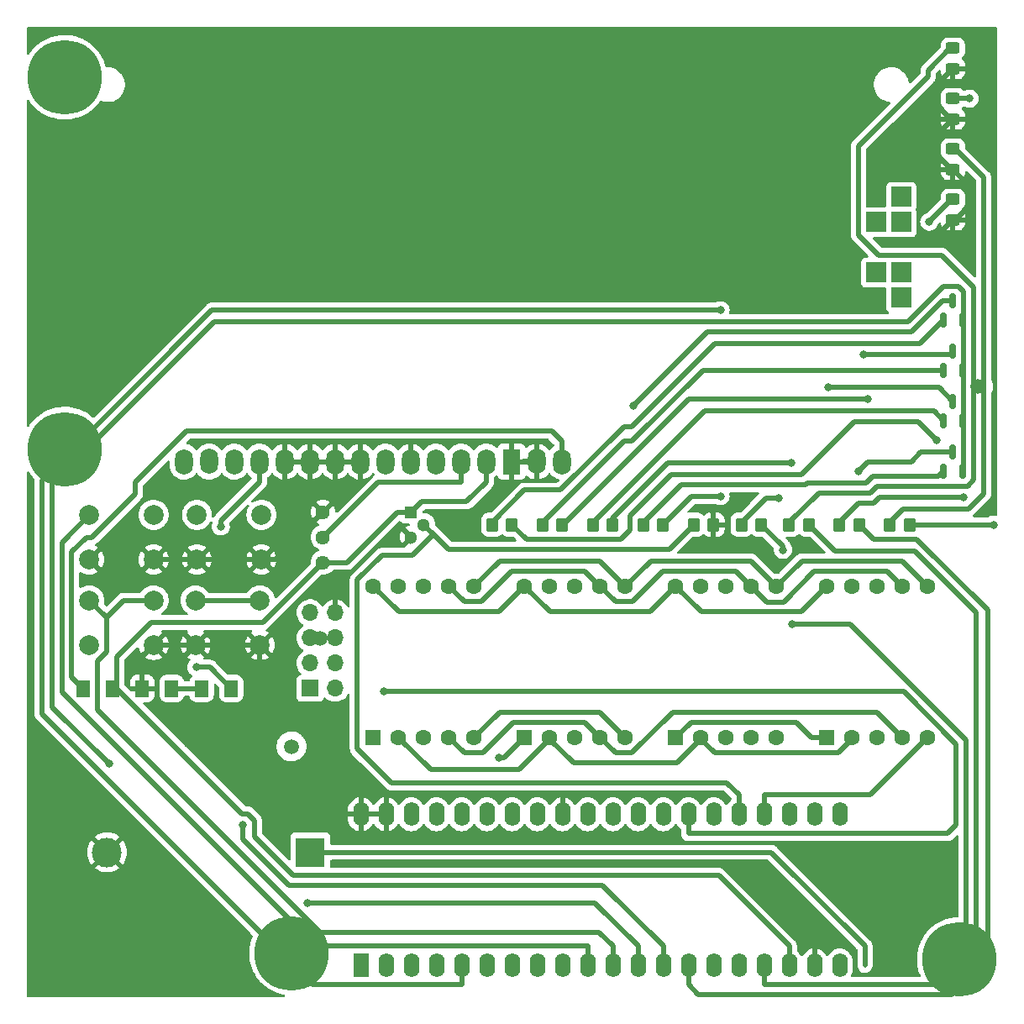
<source format=gbr>
G04 #@! TF.GenerationSoftware,KiCad,Pcbnew,(6.0.8)*
G04 #@! TF.CreationDate,2024-09-25T21:25:08-03:00*
G04 #@! TF.ProjectId,Projeto_01,50726f6a-6574-46f5-9f30-312e6b696361,rev?*
G04 #@! TF.SameCoordinates,Original*
G04 #@! TF.FileFunction,Copper,L1,Top*
G04 #@! TF.FilePolarity,Positive*
%FSLAX46Y46*%
G04 Gerber Fmt 4.6, Leading zero omitted, Abs format (unit mm)*
G04 Created by KiCad (PCBNEW (6.0.8)) date 2024-09-25 21:25:08*
%MOMM*%
%LPD*%
G01*
G04 APERTURE LIST*
G04 Aperture macros list*
%AMRoundRect*
0 Rectangle with rounded corners*
0 $1 Rounding radius*
0 $2 $3 $4 $5 $6 $7 $8 $9 X,Y pos of 4 corners*
0 Add a 4 corners polygon primitive as box body*
4,1,4,$2,$3,$4,$5,$6,$7,$8,$9,$2,$3,0*
0 Add four circle primitives for the rounded corners*
1,1,$1+$1,$2,$3*
1,1,$1+$1,$4,$5*
1,1,$1+$1,$6,$7*
1,1,$1+$1,$8,$9*
0 Add four rect primitives between the rounded corners*
20,1,$1+$1,$2,$3,$4,$5,0*
20,1,$1+$1,$4,$5,$6,$7,0*
20,1,$1+$1,$6,$7,$8,$9,0*
20,1,$1+$1,$8,$9,$2,$3,0*%
G04 Aperture macros list end*
G04 #@! TA.AperFunction,SMDPad,CuDef*
%ADD10C,1.500000*%
G04 #@! TD*
G04 #@! TA.AperFunction,SMDPad,CuDef*
%ADD11RoundRect,0.250000X-0.350000X-0.450000X0.350000X-0.450000X0.350000X0.450000X-0.350000X0.450000X0*%
G04 #@! TD*
G04 #@! TA.AperFunction,SMDPad,CuDef*
%ADD12RoundRect,0.250000X0.450000X-0.325000X0.450000X0.325000X-0.450000X0.325000X-0.450000X-0.325000X0*%
G04 #@! TD*
G04 #@! TA.AperFunction,ComponentPad*
%ADD13C,2.000000*%
G04 #@! TD*
G04 #@! TA.AperFunction,ConnectorPad*
%ADD14C,7.500000*%
G04 #@! TD*
G04 #@! TA.AperFunction,ComponentPad*
%ADD15C,4.700000*%
G04 #@! TD*
G04 #@! TA.AperFunction,SMDPad,CuDef*
%ADD16RoundRect,0.250001X-0.462499X-0.624999X0.462499X-0.624999X0.462499X0.624999X-0.462499X0.624999X0*%
G04 #@! TD*
G04 #@! TA.AperFunction,SMDPad,CuDef*
%ADD17RoundRect,0.150000X0.150000X-0.587500X0.150000X0.587500X-0.150000X0.587500X-0.150000X-0.587500X0*%
G04 #@! TD*
G04 #@! TA.AperFunction,ComponentPad*
%ADD18R,1.600000X1.600000*%
G04 #@! TD*
G04 #@! TA.AperFunction,ComponentPad*
%ADD19C,1.600000*%
G04 #@! TD*
G04 #@! TA.AperFunction,ComponentPad*
%ADD20R,3.000000X3.000000*%
G04 #@! TD*
G04 #@! TA.AperFunction,ComponentPad*
%ADD21C,3.000000*%
G04 #@! TD*
G04 #@! TA.AperFunction,ComponentPad*
%ADD22R,1.600000X2.400000*%
G04 #@! TD*
G04 #@! TA.AperFunction,ComponentPad*
%ADD23O,1.600000X2.400000*%
G04 #@! TD*
G04 #@! TA.AperFunction,ComponentPad*
%ADD24C,1.440000*%
G04 #@! TD*
G04 #@! TA.AperFunction,ComponentPad*
%ADD25R,1.800000X2.600000*%
G04 #@! TD*
G04 #@! TA.AperFunction,ComponentPad*
%ADD26O,1.800000X2.600000*%
G04 #@! TD*
G04 #@! TA.AperFunction,ComponentPad*
%ADD27R,2.000000X2.000000*%
G04 #@! TD*
G04 #@! TA.AperFunction,ComponentPad*
%ADD28R,1.700000X1.700000*%
G04 #@! TD*
G04 #@! TA.AperFunction,ComponentPad*
%ADD29O,1.700000X1.700000*%
G04 #@! TD*
G04 #@! TA.AperFunction,ComponentPad*
%ADD30R,1.300000X1.300000*%
G04 #@! TD*
G04 #@! TA.AperFunction,ComponentPad*
%ADD31C,1.300000*%
G04 #@! TD*
G04 #@! TA.AperFunction,ViaPad*
%ADD32C,0.800000*%
G04 #@! TD*
G04 #@! TA.AperFunction,Conductor*
%ADD33C,0.500000*%
G04 #@! TD*
G04 APERTURE END LIST*
D10*
G04 #@! TO.P,FID1,*
G04 #@! TO.N,*
X194945000Y-107442000D03*
G04 #@! TD*
D11*
G04 #@! TO.P,R9,1*
G04 #@! TO.N,Temperatura*
X235490000Y-85090000D03*
G04 #@! TO.P,R9,2*
G04 #@! TO.N,GND*
X237490000Y-85090000D03*
G04 #@! TD*
G04 #@! TO.P,R7,1*
G04 #@! TO.N,Net-(Q3-Pad1)*
X225330000Y-85090000D03*
G04 #@! TO.P,R7,2*
G04 #@! TO.N,Dezena*
X227330000Y-85090000D03*
G04 #@! TD*
D12*
G04 #@! TO.P,D3,1,K*
G04 #@! TO.N,GND*
X261620000Y-49285000D03*
G04 #@! TO.P,D3,2,A*
G04 #@! TO.N,Net-(D3-Pad2)*
X261620000Y-47235000D03*
G04 #@! TD*
D13*
G04 #@! TO.P,SW2,1,1*
G04 #@! TO.N,GND*
X174550000Y-97210000D03*
X181050000Y-97210000D03*
G04 #@! TO.P,SW2,2,2*
G04 #@! TO.N,S1*
X181050000Y-92710000D03*
X174550000Y-92710000D03*
G04 #@! TD*
D14*
G04 #@! TO.P,H3,1*
G04 #@! TO.N,N/C*
X172085000Y-40005000D03*
D15*
X172085000Y-40005000D03*
G04 #@! TD*
D10*
G04 #@! TO.P,FID2,*
G04 #@! TO.N,*
X197866000Y-96520000D03*
G04 #@! TD*
D16*
G04 #@! TO.P,D6,1,K*
G04 #@! TO.N,Net-(D5-Pad2)*
X185895000Y-101600000D03*
G04 #@! TO.P,D6,2,A*
G04 #@! TO.N,Net-(D6-Pad2)*
X188870000Y-101600000D03*
G04 #@! TD*
D11*
G04 #@! TO.P,R1,1*
G04 #@! TO.N,Net-(Q1-Pad1)*
X215170000Y-85090000D03*
G04 #@! TO.P,R1,2*
G04 #@! TO.N,Milhar*
X217170000Y-85090000D03*
G04 #@! TD*
G04 #@! TO.P,R2,1*
G04 #@! TO.N,Net-(D1-Pad2)*
X245110000Y-85090000D03*
G04 #@! TO.P,R2,2*
G04 #@! TO.N,L0*
X247110000Y-85090000D03*
G04 #@! TD*
G04 #@! TO.P,R6,1*
G04 #@! TO.N,Net-(Q2-Pad1)*
X220250000Y-85090000D03*
G04 #@! TO.P,R6,2*
G04 #@! TO.N,Centena*
X222250000Y-85090000D03*
G04 #@! TD*
D17*
G04 #@! TO.P,Q1,1,B*
G04 #@! TO.N,Net-(Q1-Pad1)*
X260670000Y-64437500D03*
G04 #@! TO.P,Q1,2,E*
G04 #@! TO.N,Net-(D6-Pad2)*
X262570000Y-64437500D03*
G04 #@! TO.P,Q1,3,C*
G04 #@! TO.N,Net-(Q1-Pad3)*
X261620000Y-62562500D03*
G04 #@! TD*
G04 #@! TO.P,Q3,1,B*
G04 #@! TO.N,Net-(Q3-Pad1)*
X260670000Y-74597500D03*
G04 #@! TO.P,Q3,2,E*
G04 #@! TO.N,Net-(D6-Pad2)*
X262570000Y-74597500D03*
G04 #@! TO.P,Q3,3,C*
G04 #@! TO.N,Net-(Q3-Pad3)*
X261620000Y-72722500D03*
G04 #@! TD*
D11*
G04 #@! TO.P,R5,1*
G04 #@! TO.N,Net-(D4-Pad2)*
X240300000Y-85090000D03*
G04 #@! TO.P,R5,2*
G04 #@! TO.N,L3*
X242300000Y-85090000D03*
G04 #@! TD*
D14*
G04 #@! TO.P,H4,1*
G04 #@! TO.N,N/C*
X172085000Y-77470000D03*
D15*
X172085000Y-77470000D03*
G04 #@! TD*
D18*
G04 #@! TO.P,U3,1,E*
G04 #@! TO.N,e*
X233680000Y-106557500D03*
D19*
G04 #@! TO.P,U3,2,D*
G04 #@! TO.N,d*
X236220000Y-106557500D03*
G04 #@! TO.P,U3,3,CC*
G04 #@! TO.N,unconnected-(U3-Pad3)*
X238760000Y-106557500D03*
G04 #@! TO.P,U3,4,C*
G04 #@! TO.N,c*
X241300000Y-106557500D03*
G04 #@! TO.P,U3,5,DP*
G04 #@! TO.N,h*
X243840000Y-106557500D03*
G04 #@! TO.P,U3,6,B*
G04 #@! TO.N,b*
X243840000Y-91317500D03*
G04 #@! TO.P,U3,7,A*
G04 #@! TO.N,a*
X241300000Y-91317500D03*
G04 #@! TO.P,U3,8,CC*
G04 #@! TO.N,Net-(Q3-Pad3)*
X238760000Y-91317500D03*
G04 #@! TO.P,U3,9,F*
G04 #@! TO.N,f*
X236220000Y-91317500D03*
G04 #@! TO.P,U3,10,G*
G04 #@! TO.N,g*
X233680000Y-91317500D03*
G04 #@! TD*
D16*
G04 #@! TO.P,D5,1,K*
G04 #@! TO.N,GND*
X179905000Y-101600000D03*
G04 #@! TO.P,D5,2,A*
G04 #@! TO.N,Net-(D5-Pad2)*
X182880000Y-101600000D03*
G04 #@! TD*
G04 #@! TO.P,D7,1,K*
G04 #@! TO.N,Net-(D7-Pad1)*
X173915000Y-101600000D03*
G04 #@! TO.P,D7,2,A*
G04 #@! TO.N,+5V*
X176890000Y-101600000D03*
G04 #@! TD*
D18*
G04 #@! TO.P,U4,1,E*
G04 #@! TO.N,e*
X248920000Y-106557500D03*
D19*
G04 #@! TO.P,U4,2,D*
G04 #@! TO.N,d*
X251460000Y-106557500D03*
G04 #@! TO.P,U4,3,CC*
G04 #@! TO.N,unconnected-(U4-Pad3)*
X254000000Y-106557500D03*
G04 #@! TO.P,U4,4,C*
G04 #@! TO.N,c*
X256540000Y-106557500D03*
G04 #@! TO.P,U4,5,DP*
G04 #@! TO.N,h*
X259080000Y-106557500D03*
G04 #@! TO.P,U4,6,B*
G04 #@! TO.N,b*
X259080000Y-91317500D03*
G04 #@! TO.P,U4,7,A*
G04 #@! TO.N,a*
X256540000Y-91317500D03*
G04 #@! TO.P,U4,8,CC*
G04 #@! TO.N,Net-(Q4-Pad3)*
X254000000Y-91317500D03*
G04 #@! TO.P,U4,9,F*
G04 #@! TO.N,f*
X251460000Y-91317500D03*
G04 #@! TO.P,U4,10,G*
G04 #@! TO.N,g*
X248920000Y-91317500D03*
G04 #@! TD*
D12*
G04 #@! TO.P,D4,1,K*
G04 #@! TO.N,GND*
X261620000Y-54365000D03*
G04 #@! TO.P,D4,2,A*
G04 #@! TO.N,Net-(D4-Pad2)*
X261620000Y-52315000D03*
G04 #@! TD*
D14*
G04 #@! TO.P,H2,1*
G04 #@! TO.N,N/C*
X262255000Y-128905000D03*
D15*
X262255000Y-128905000D03*
G04 #@! TD*
D13*
G04 #@! TO.P,SW1,1,1*
G04 #@! TO.N,GND*
X174550000Y-88610000D03*
X181050000Y-88610000D03*
G04 #@! TO.P,SW1,2,2*
G04 #@! TO.N,S0*
X174550000Y-84110000D03*
X181050000Y-84110000D03*
G04 #@! TD*
D11*
G04 #@! TO.P,R4,1*
G04 #@! TO.N,Net-(D3-Pad2)*
X255270000Y-85090000D03*
G04 #@! TO.P,R4,2*
G04 #@! TO.N,L2*
X257270000Y-85090000D03*
G04 #@! TD*
D13*
G04 #@! TO.P,SW3,1,1*
G04 #@! TO.N,GND*
X191920000Y-88610000D03*
X185420000Y-88610000D03*
G04 #@! TO.P,SW3,2,2*
G04 #@! TO.N,S2*
X191920000Y-84110000D03*
X185420000Y-84110000D03*
G04 #@! TD*
D18*
G04 #@! TO.P,U2,1,E*
G04 #@! TO.N,e*
X218440000Y-106557500D03*
D19*
G04 #@! TO.P,U2,2,D*
G04 #@! TO.N,d*
X220980000Y-106557500D03*
G04 #@! TO.P,U2,3,CC*
G04 #@! TO.N,unconnected-(U2-Pad3)*
X223520000Y-106557500D03*
G04 #@! TO.P,U2,4,C*
G04 #@! TO.N,c*
X226060000Y-106557500D03*
G04 #@! TO.P,U2,5,DP*
G04 #@! TO.N,h*
X228600000Y-106557500D03*
G04 #@! TO.P,U2,6,B*
G04 #@! TO.N,b*
X228600000Y-91317500D03*
G04 #@! TO.P,U2,7,A*
G04 #@! TO.N,a*
X226060000Y-91317500D03*
G04 #@! TO.P,U2,8,CC*
G04 #@! TO.N,Net-(Q2-Pad3)*
X223520000Y-91317500D03*
G04 #@! TO.P,U2,9,F*
G04 #@! TO.N,f*
X220980000Y-91317500D03*
G04 #@! TO.P,U2,10,G*
G04 #@! TO.N,g*
X218440000Y-91317500D03*
G04 #@! TD*
D18*
G04 #@! TO.P,U1,1,E*
G04 #@! TO.N,e*
X203200000Y-106557500D03*
D19*
G04 #@! TO.P,U1,2,D*
G04 #@! TO.N,d*
X205740000Y-106557500D03*
G04 #@! TO.P,U1,3,CC*
G04 #@! TO.N,unconnected-(U1-Pad3)*
X208280000Y-106557500D03*
G04 #@! TO.P,U1,4,C*
G04 #@! TO.N,c*
X210820000Y-106557500D03*
G04 #@! TO.P,U1,5,DP*
G04 #@! TO.N,h*
X213360000Y-106557500D03*
G04 #@! TO.P,U1,6,B*
G04 #@! TO.N,b*
X213360000Y-91317500D03*
G04 #@! TO.P,U1,7,A*
G04 #@! TO.N,a*
X210820000Y-91317500D03*
G04 #@! TO.P,U1,8,CC*
G04 #@! TO.N,Net-(Q1-Pad3)*
X208280000Y-91317500D03*
G04 #@! TO.P,U1,9,F*
G04 #@! TO.N,f*
X205740000Y-91317500D03*
G04 #@! TO.P,U1,10,G*
G04 #@! TO.N,g*
X203200000Y-91317500D03*
G04 #@! TD*
D20*
G04 #@! TO.P,BT1,1,+*
G04 #@! TO.N,Net-(BT1-Pad1)*
X196850000Y-118110000D03*
D21*
G04 #@! TO.P,BT1,2,-*
G04 #@! TO.N,GND*
X176360000Y-118110000D03*
G04 #@! TD*
D22*
G04 #@! TO.P,U5,1,PB12*
G04 #@! TO.N,D4*
X201940000Y-129520000D03*
D23*
G04 #@! TO.P,U5,2,PB13*
G04 #@! TO.N,D5*
X204480000Y-129520000D03*
G04 #@! TO.P,U5,3,PB14*
G04 #@! TO.N,D6*
X207020000Y-129520000D03*
G04 #@! TO.P,U5,4,PB15*
G04 #@! TO.N,D7*
X209560000Y-129520000D03*
G04 #@! TO.P,U5,5,PA8*
G04 #@! TO.N,Unidade*
X212100000Y-129520000D03*
G04 #@! TO.P,U5,6,PA9*
G04 #@! TO.N,RX*
X214640000Y-129520000D03*
G04 #@! TO.P,U5,7,PA10*
G04 #@! TO.N,TX*
X217180000Y-129520000D03*
G04 #@! TO.P,U5,8,PA11*
G04 #@! TO.N,USB+*
X219720000Y-129520000D03*
G04 #@! TO.P,U5,9,PA12*
G04 #@! TO.N,USB-*
X222260000Y-129520000D03*
G04 #@! TO.P,U5,10,PA15*
G04 #@! TO.N,S0*
X224800000Y-129520000D03*
G04 #@! TO.P,U5,11,PB3*
G04 #@! TO.N,S1*
X227340000Y-129520000D03*
G04 #@! TO.P,U5,12,PB4*
G04 #@! TO.N,S2*
X229880000Y-129520000D03*
G04 #@! TO.P,U5,13,PB5*
G04 #@! TO.N,S3*
X232420000Y-129520000D03*
G04 #@! TO.P,U5,14,PB6*
G04 #@! TO.N,L0*
X234960000Y-129520000D03*
G04 #@! TO.P,U5,15,PB7*
G04 #@! TO.N,L1*
X237500000Y-129520000D03*
G04 #@! TO.P,U5,16,PB8*
G04 #@! TO.N,L2*
X240040000Y-129520000D03*
G04 #@! TO.P,U5,17,PB9*
G04 #@! TO.N,L3*
X242580000Y-129520000D03*
G04 #@! TO.P,U5,18,5V*
G04 #@! TO.N,+5V*
X245120000Y-129520000D03*
G04 #@! TO.P,U5,19,GND*
G04 #@! TO.N,GND*
X247660000Y-129520000D03*
G04 #@! TO.P,U5,20,3V3*
G04 #@! TO.N,3V3*
X250200000Y-129520000D03*
G04 #@! TO.P,U5,21,VBAT*
G04 #@! TO.N,Net-(BT1-Pad1)*
X250200000Y-114280000D03*
G04 #@! TO.P,U5,22,PC13*
G04 #@! TO.N,Keep_Alive*
X247660000Y-114280000D03*
G04 #@! TO.P,U5,23,PC14*
G04 #@! TO.N,Centena*
X245120000Y-114280000D03*
G04 #@! TO.P,U5,24,PC15*
G04 #@! TO.N,Milhar*
X242580000Y-114280000D03*
G04 #@! TO.P,U5,25,PA0*
G04 #@! TO.N,a*
X240040000Y-114280000D03*
G04 #@! TO.P,U5,26,PA1*
G04 #@! TO.N,b*
X237500000Y-114280000D03*
G04 #@! TO.P,U5,27,PA2*
G04 #@! TO.N,c*
X234960000Y-114280000D03*
G04 #@! TO.P,U5,28,PA3*
G04 #@! TO.N,d*
X232420000Y-114280000D03*
G04 #@! TO.P,U5,29,PA4*
G04 #@! TO.N,e*
X229880000Y-114280000D03*
G04 #@! TO.P,U5,30,PA5*
G04 #@! TO.N,f*
X227340000Y-114280000D03*
G04 #@! TO.P,U5,31,PA6*
G04 #@! TO.N,g*
X224800000Y-114280000D03*
G04 #@! TO.P,U5,32,PA7*
G04 #@! TO.N,h*
X222260000Y-114280000D03*
G04 #@! TO.P,U5,33,PB0*
G04 #@! TO.N,Temperatura*
X219720000Y-114280000D03*
G04 #@! TO.P,U5,34,PB1*
G04 #@! TO.N,Dezena*
X217180000Y-114280000D03*
G04 #@! TO.P,U5,35,PB10*
G04 #@! TO.N,Enable*
X214640000Y-114280000D03*
G04 #@! TO.P,U5,36,PB11*
G04 #@! TO.N,RS*
X212100000Y-114280000D03*
G04 #@! TO.P,U5,37,Reset*
G04 #@! TO.N,unconnected-(U5-Pad37)*
X209560000Y-114280000D03*
G04 #@! TO.P,U5,38,3v3*
G04 #@! TO.N,3V3*
X207020000Y-114280000D03*
G04 #@! TO.P,U5,39,GND*
G04 #@! TO.N,GND*
X204480000Y-114280000D03*
G04 #@! TO.P,U5,40,GND*
X201940000Y-114280000D03*
G04 #@! TD*
D12*
G04 #@! TO.P,D2,1,K*
G04 #@! TO.N,GND*
X261620000Y-44205000D03*
G04 #@! TO.P,D2,2,A*
G04 #@! TO.N,Net-(D2-Pad2)*
X261620000Y-42155000D03*
G04 #@! TD*
D15*
G04 #@! TO.P,H1,1*
G04 #@! TO.N,N/C*
X194945000Y-128270000D03*
D14*
X194945000Y-128270000D03*
G04 #@! TD*
D13*
G04 #@! TO.P,SW4,1,1*
G04 #@! TO.N,GND*
X185270000Y-97210000D03*
X191770000Y-97210000D03*
G04 #@! TO.P,SW4,2,2*
G04 #@! TO.N,S3*
X191770000Y-92710000D03*
X185270000Y-92710000D03*
G04 #@! TD*
D24*
G04 #@! TO.P,RV1,1,1*
G04 #@! TO.N,GND*
X198120000Y-83820000D03*
G04 #@! TO.P,RV1,2,2*
G04 #@! TO.N,Net-(DS1-Pad3)*
X198120000Y-86360000D03*
G04 #@! TO.P,RV1,3,3*
G04 #@! TO.N,+5V*
X198120000Y-88900000D03*
G04 #@! TD*
D25*
G04 #@! TO.P,DS1,1,VSS*
G04 #@! TO.N,GND*
X217120000Y-78740000D03*
D26*
G04 #@! TO.P,DS1,2,VDD*
G04 #@! TO.N,+5V*
X214580000Y-78740000D03*
G04 #@! TO.P,DS1,3,VO*
G04 #@! TO.N,Net-(DS1-Pad3)*
X212040000Y-78740000D03*
G04 #@! TO.P,DS1,4,RS*
G04 #@! TO.N,RS*
X209500000Y-78740000D03*
G04 #@! TO.P,DS1,5,R/W*
G04 #@! TO.N,GND*
X206960000Y-78740000D03*
G04 #@! TO.P,DS1,6,E*
G04 #@! TO.N,Enable*
X204420000Y-78740000D03*
G04 #@! TO.P,DS1,7,D0*
G04 #@! TO.N,GND*
X201880000Y-78740000D03*
G04 #@! TO.P,DS1,8,D1*
X199340000Y-78740000D03*
G04 #@! TO.P,DS1,9,D2*
X196800000Y-78740000D03*
G04 #@! TO.P,DS1,10,D3*
X194260000Y-78740000D03*
G04 #@! TO.P,DS1,11,D4*
G04 #@! TO.N,D4*
X191720000Y-78740000D03*
G04 #@! TO.P,DS1,12,D5*
G04 #@! TO.N,D5*
X189180000Y-78740000D03*
G04 #@! TO.P,DS1,13,D6*
G04 #@! TO.N,D6*
X186634920Y-78737460D03*
G04 #@! TO.P,DS1,14,D7*
G04 #@! TO.N,D7*
X184100000Y-78740000D03*
G04 #@! TO.P,DS1,15,LED(+)*
G04 #@! TO.N,Net-(D7-Pad1)*
X222200000Y-78740000D03*
G04 #@! TO.P,DS1,16,LED(-)*
G04 #@! TO.N,GND*
X219654920Y-78737460D03*
D27*
G04 #@! TO.P,DS1,A1*
G04 #@! TO.N,N/C*
X253860000Y-54600000D03*
X256400000Y-52060000D03*
X256400000Y-54600000D03*
G04 #@! TO.P,DS1,K1*
X256400000Y-59680000D03*
X256400000Y-62220000D03*
X253860000Y-59680000D03*
G04 #@! TD*
D10*
G04 #@! TO.P,FID3,*
G04 #@! TO.N,*
X264160000Y-71120000D03*
G04 #@! TD*
D28*
G04 #@! TO.P,J1,1,TX*
G04 #@! TO.N,TX*
X196830000Y-101590000D03*
D29*
G04 #@! TO.P,J1,2,CHPD*
G04 #@! TO.N,CHPD*
X199370000Y-101590000D03*
G04 #@! TO.P,J1,3,RST*
G04 #@! TO.N,unconnected-(J1-Pad3)*
X196830000Y-99050000D03*
G04 #@! TO.P,J1,4,VDD*
G04 #@! TO.N,3V3*
X199370000Y-99050000D03*
G04 #@! TO.P,J1,5,RX*
G04 #@! TO.N,RX*
X196830000Y-96510000D03*
G04 #@! TO.P,J1,6,GPID0*
G04 #@! TO.N,unconnected-(J1-Pad6)*
X199370000Y-96510000D03*
G04 #@! TO.P,J1,7,GPID2*
G04 #@! TO.N,unconnected-(J1-Pad7)*
X196830000Y-93970000D03*
G04 #@! TO.P,J1,8,GND*
G04 #@! TO.N,GND*
X199370000Y-93970000D03*
G04 #@! TD*
D17*
G04 #@! TO.P,Q4,1,B*
G04 #@! TO.N,Net-(Q4-Pad1)*
X260670000Y-79677500D03*
G04 #@! TO.P,Q4,2,E*
G04 #@! TO.N,Net-(D6-Pad2)*
X262570000Y-79677500D03*
G04 #@! TO.P,Q4,3,C*
G04 #@! TO.N,Net-(Q4-Pad3)*
X261620000Y-77802500D03*
G04 #@! TD*
G04 #@! TO.P,Q2,1,B*
G04 #@! TO.N,Net-(Q2-Pad1)*
X260670000Y-69517500D03*
G04 #@! TO.P,Q2,2,E*
G04 #@! TO.N,Net-(D6-Pad2)*
X262570000Y-69517500D03*
G04 #@! TO.P,Q2,3,C*
G04 #@! TO.N,Net-(Q2-Pad3)*
X261620000Y-67642500D03*
G04 #@! TD*
D11*
G04 #@! TO.P,R3,1*
G04 #@! TO.N,Net-(D2-Pad2)*
X250190000Y-85090000D03*
G04 #@! TO.P,R3,2*
G04 #@! TO.N,L1*
X252190000Y-85090000D03*
G04 #@! TD*
D12*
G04 #@! TO.P,D1,1,K*
G04 #@! TO.N,GND*
X261620000Y-39125000D03*
G04 #@! TO.P,D1,2,A*
G04 #@! TO.N,Net-(D1-Pad2)*
X261620000Y-37075000D03*
G04 #@! TD*
D11*
G04 #@! TO.P,R8,1*
G04 #@! TO.N,Net-(Q4-Pad1)*
X230410000Y-85090000D03*
G04 #@! TO.P,R8,2*
G04 #@! TO.N,Unidade*
X232410000Y-85090000D03*
G04 #@! TD*
D30*
G04 #@! TO.P,U6,1,+VS*
G04 #@! TO.N,+5V*
X207010000Y-83820000D03*
D31*
G04 #@! TO.P,U6,2,Vout*
G04 #@! TO.N,Temperatura*
X208280000Y-85090000D03*
G04 #@! TO.P,U6,3,GND*
G04 #@! TO.N,GND*
X207010000Y-86360000D03*
G04 #@! TD*
D32*
G04 #@! TO.N,e*
X215841900Y-108592100D03*
G04 #@! TO.N,S3*
X190041200Y-115381700D03*
G04 #@! TO.N,S2*
X196564400Y-123219400D03*
G04 #@! TO.N,Unidade*
X238192300Y-82213800D03*
X238192300Y-63479500D03*
G04 #@! TO.N,Dezena*
X245328200Y-78894900D03*
G04 #@! TO.N,Centena*
X253009000Y-72459000D03*
G04 #@! TO.N,L3*
X244482400Y-87630600D03*
X245390400Y-95125000D03*
G04 #@! TO.N,L2*
X265700300Y-85090000D03*
G04 #@! TO.N,L1*
X265130100Y-128194000D03*
G04 #@! TO.N,Milhar*
X259984500Y-76548800D03*
G04 #@! TO.N,Net-(Q4-Pad3)*
X252060000Y-79745800D03*
G04 #@! TO.N,Net-(Q3-Pad3)*
X249065300Y-71285100D03*
G04 #@! TO.N,Net-(Q2-Pad3)*
X252582300Y-67970300D03*
G04 #@! TO.N,Net-(Q1-Pad3)*
X229409300Y-73085500D03*
G04 #@! TO.N,D4*
X187827000Y-85274800D03*
G04 #@! TO.N,Enable*
X204273000Y-101923800D03*
G04 #@! TO.N,Net-(D6-Pad2)*
X185355500Y-99467000D03*
X176532300Y-109213700D03*
G04 #@! TO.N,Net-(D4-Pad2)*
X259228600Y-54565400D03*
X244034100Y-82396200D03*
G04 #@! TO.N,Net-(D2-Pad2)*
X263288000Y-42155000D03*
X262699300Y-82370100D03*
G04 #@! TO.N,GND*
X237016600Y-83452800D03*
X256858700Y-56639800D03*
G04 #@! TD*
D33*
G04 #@! TO.N,g*
X215885100Y-93872400D02*
X218440000Y-91317500D01*
X205754900Y-93872400D02*
X215885100Y-93872400D01*
X203200000Y-91317500D02*
X205754900Y-93872400D01*
X231125900Y-93871600D02*
X233680000Y-91317500D01*
X220994100Y-93871600D02*
X231125900Y-93871600D01*
X218440000Y-91317500D02*
X220994100Y-93871600D01*
X246344300Y-93893200D02*
X248920000Y-91317500D01*
X236255700Y-93893200D02*
X246344300Y-93893200D01*
X233680000Y-91317500D02*
X236255700Y-93893200D01*
G04 #@! TO.N,a*
X224509400Y-89766900D02*
X226060000Y-91317500D01*
X217153600Y-89766900D02*
X224509400Y-89766900D01*
X214050600Y-92869900D02*
X217153600Y-89766900D01*
X212372400Y-92869900D02*
X214050600Y-92869900D01*
X210820000Y-91317500D02*
X212372400Y-92869900D01*
X239749600Y-89767100D02*
X241300000Y-91317500D01*
X232393400Y-89767100D02*
X239749600Y-89767100D01*
X229292700Y-92867800D02*
X232393400Y-89767100D01*
X227610300Y-92867800D02*
X229292700Y-92867800D01*
X226060000Y-91317500D02*
X227610300Y-92867800D01*
X254979800Y-89757300D02*
X256540000Y-91317500D01*
X247643200Y-89757300D02*
X254979800Y-89757300D01*
X244520200Y-92880300D02*
X247643200Y-89757300D01*
X242862800Y-92880300D02*
X244520200Y-92880300D01*
X241300000Y-91317500D02*
X242862800Y-92880300D01*
G04 #@! TO.N,b*
X256509700Y-88747200D02*
X259080000Y-91317500D01*
X246410300Y-88747200D02*
X256509700Y-88747200D01*
X243840000Y-91317500D02*
X246410300Y-88747200D01*
X226043100Y-88760600D02*
X228600000Y-91317500D01*
X215916900Y-88760600D02*
X226043100Y-88760600D01*
X213360000Y-91317500D02*
X215916900Y-88760600D01*
X241289200Y-88766700D02*
X243840000Y-91317500D01*
X231150800Y-88766700D02*
X241289200Y-88766700D01*
X228600000Y-91317500D02*
X231150800Y-88766700D01*
G04 #@! TO.N,h*
X215914400Y-104003100D02*
X213360000Y-106557500D01*
X226045600Y-104003100D02*
X215914400Y-104003100D01*
X228600000Y-106557500D02*
X226045600Y-104003100D01*
X253307800Y-112329700D02*
X242580000Y-112329700D01*
X259080000Y-106557500D02*
X253307800Y-112329700D01*
X242580000Y-114280000D02*
X242580000Y-112329700D01*
G04 #@! TO.N,c*
X224509700Y-105007200D02*
X226060000Y-106557500D01*
X217329200Y-105007200D02*
X224509700Y-105007200D01*
X214228500Y-108107900D02*
X217329200Y-105007200D01*
X212370400Y-108107900D02*
X214228500Y-108107900D01*
X210820000Y-106557500D02*
X212370400Y-108107900D01*
X253982400Y-103999900D02*
X256540000Y-106557500D01*
X233366100Y-103999900D02*
X253982400Y-103999900D01*
X229258100Y-108107900D02*
X233366100Y-103999900D01*
X227610400Y-108107900D02*
X229258100Y-108107900D01*
X226060000Y-106557500D02*
X227610400Y-108107900D01*
G04 #@! TO.N,d*
X220980000Y-106697700D02*
X220980000Y-106557500D01*
X251460000Y-106697700D02*
X251460000Y-106557500D01*
X250049800Y-108107900D02*
X251460000Y-106697700D01*
X237630200Y-108107900D02*
X250049800Y-108107900D01*
X236220000Y-106697700D02*
X237630200Y-108107900D01*
X236220000Y-106697700D02*
X236220000Y-106557500D01*
X208971200Y-109788700D02*
X205740000Y-106557500D01*
X217889000Y-109788700D02*
X208971200Y-109788700D01*
X220980000Y-106697700D02*
X217889000Y-109788700D01*
X233788500Y-109129200D02*
X236220000Y-106697700D01*
X223411500Y-109129200D02*
X233788500Y-109129200D01*
X220980000Y-106697700D02*
X223411500Y-109129200D01*
G04 #@! TO.N,e*
X245819400Y-105007200D02*
X247369700Y-106557500D01*
X235230300Y-105007200D02*
X245819400Y-105007200D01*
X233680000Y-106557500D02*
X235230300Y-105007200D01*
X248920000Y-106557500D02*
X247369700Y-106557500D01*
X216405400Y-108592100D02*
X218440000Y-106557500D01*
X215841900Y-108592100D02*
X216405400Y-108592100D01*
G04 #@! TO.N,S3*
X185270000Y-92710000D02*
X191770000Y-92710000D01*
X226306700Y-121456400D02*
X232420000Y-127569700D01*
X194692300Y-121456400D02*
X226306700Y-121456400D01*
X190041200Y-116805300D02*
X194692300Y-121456400D01*
X190041200Y-115381700D02*
X190041200Y-116805300D01*
X232420000Y-129520000D02*
X232420000Y-127569700D01*
G04 #@! TO.N,S2*
X229880000Y-129520000D02*
X229880000Y-127569700D01*
X225529700Y-123219400D02*
X229880000Y-127569700D01*
X196564400Y-123219400D02*
X225529700Y-123219400D01*
G04 #@! TO.N,S1*
X227340000Y-129520000D02*
X227340000Y-127569700D01*
X178050600Y-92710000D02*
X176300300Y-94460300D01*
X181050000Y-92710000D02*
X178050600Y-92710000D01*
X176300300Y-94460300D02*
X174550000Y-92710000D01*
X225955400Y-126185100D02*
X227340000Y-127569700D01*
X197859400Y-126185100D02*
X225955400Y-126185100D01*
X175402500Y-103728200D02*
X197859400Y-126185100D01*
X175402500Y-98832900D02*
X175402500Y-103728200D01*
X176300300Y-97935100D02*
X175402500Y-98832900D01*
X176300300Y-94460300D02*
X176300300Y-97935100D01*
G04 #@! TO.N,S0*
X197374900Y-127569700D02*
X224800000Y-127569700D01*
X171790700Y-101985500D02*
X197374900Y-127569700D01*
X171790700Y-86869300D02*
X171790700Y-101985500D01*
X174550000Y-84110000D02*
X171790700Y-86869300D01*
X224800000Y-129520000D02*
X224800000Y-127569700D01*
G04 #@! TO.N,Temperatura*
X240040000Y-114280000D02*
X240040000Y-112329700D01*
X238821600Y-111111300D02*
X240040000Y-112329700D01*
X205004200Y-111111300D02*
X238821600Y-111111300D01*
X201586300Y-107693400D02*
X205004200Y-111111300D01*
X201586300Y-90664400D02*
X201586300Y-107693400D01*
X204056900Y-88193800D02*
X201586300Y-90664400D01*
X207175500Y-88193800D02*
X204056900Y-88193800D01*
X209279700Y-86089600D02*
X207175500Y-88193800D01*
X210740700Y-87550700D02*
X209279700Y-86089600D01*
X233029300Y-87550700D02*
X210740700Y-87550700D01*
X235490000Y-85090000D02*
X233029300Y-87550700D01*
X209279700Y-86089600D02*
X208280000Y-85090000D01*
G04 #@! TO.N,Unidade*
X212100000Y-129520000D02*
X212100000Y-131470300D01*
X238192300Y-82213900D02*
X238192300Y-82213800D01*
X235286100Y-82213900D02*
X238192300Y-82213900D01*
X232410000Y-85090000D02*
X235286100Y-82213900D01*
X186904700Y-63479500D02*
X238192300Y-63479500D01*
X169780400Y-80603800D02*
X186904700Y-63479500D01*
X169780400Y-104155900D02*
X169780400Y-80603800D01*
X197094800Y-131470300D02*
X169780400Y-104155900D01*
X212100000Y-131470300D02*
X197094800Y-131470300D01*
G04 #@! TO.N,Dezena*
X232883500Y-78894900D02*
X245328200Y-78894900D01*
X227330000Y-84448400D02*
X232883500Y-78894900D01*
X227330000Y-85090000D02*
X227330000Y-84448400D01*
G04 #@! TO.N,Centena*
X234954100Y-72459000D02*
X253009000Y-72459000D01*
X222323100Y-85090000D02*
X234954100Y-72459000D01*
X222250000Y-85090000D02*
X222323100Y-85090000D01*
G04 #@! TO.N,L3*
X244482400Y-87272400D02*
X244482400Y-87630600D01*
X242300000Y-85090000D02*
X244482400Y-87272400D01*
X242580000Y-129520000D02*
X242580000Y-131470300D01*
X251277000Y-95125000D02*
X245390400Y-95125000D01*
X262940500Y-106788500D02*
X251277000Y-95125000D01*
X262940500Y-129580700D02*
X262940500Y-106788500D01*
X261050900Y-131470300D02*
X262940500Y-129580700D01*
X242580000Y-131470300D02*
X261050900Y-131470300D01*
G04 #@! TO.N,L2*
X257270000Y-85090000D02*
X265700300Y-85090000D01*
G04 #@! TO.N,L1*
X265130100Y-93719300D02*
X265130100Y-128194000D01*
X257952200Y-86541400D02*
X265130100Y-93719300D01*
X253641400Y-86541400D02*
X257952200Y-86541400D01*
X252190000Y-85090000D02*
X253641400Y-86541400D01*
G04 #@! TO.N,L0*
X234960000Y-129520000D02*
X234960000Y-131470300D01*
X249766800Y-87746800D02*
X247110000Y-85090000D01*
X257742900Y-87746800D02*
X249766800Y-87746800D01*
X263940800Y-93944700D02*
X257742900Y-87746800D01*
X263940800Y-129995100D02*
X263940800Y-93944700D01*
X261465300Y-132470600D02*
X263940800Y-129995100D01*
X235960300Y-132470600D02*
X261465300Y-132470600D01*
X234960000Y-131470300D02*
X235960300Y-132470600D01*
G04 #@! TO.N,Milhar*
X258123300Y-74687600D02*
X259984500Y-76548800D01*
X251705800Y-74687600D02*
X258123300Y-74687600D01*
X246346800Y-80046600D02*
X251705800Y-74687600D01*
X233196100Y-80046600D02*
X246346800Y-80046600D01*
X229058700Y-84184000D02*
X233196100Y-80046600D01*
X229058700Y-85636600D02*
X229058700Y-84184000D01*
X228153900Y-86541400D02*
X229058700Y-85636600D01*
X218621400Y-86541400D02*
X228153900Y-86541400D01*
X217170000Y-85090000D02*
X218621400Y-86541400D01*
G04 #@! TO.N,Net-(Q4-Pad3)*
X253065400Y-78740400D02*
X252060000Y-79745800D01*
X257405900Y-78740400D02*
X253065400Y-78740400D01*
X258343800Y-77802500D02*
X257405900Y-78740400D01*
X261620000Y-77802500D02*
X258343800Y-77802500D01*
G04 #@! TO.N,Net-(Q4-Pad1)*
X260144100Y-80203400D02*
X260670000Y-79677500D01*
X253555800Y-80203400D02*
X260144100Y-80203400D01*
X252863100Y-80896100D02*
X253555800Y-80203400D01*
X246912000Y-80896100D02*
X252863100Y-80896100D01*
X246758200Y-81049900D02*
X246912000Y-80896100D01*
X234218900Y-81049900D02*
X246758200Y-81049900D01*
X230410000Y-84858800D02*
X234218900Y-81049900D01*
X230410000Y-85090000D02*
X230410000Y-84858800D01*
G04 #@! TO.N,Net-(Q3-Pad3)*
X260182600Y-71285100D02*
X249065300Y-71285100D01*
X261620000Y-72722500D02*
X260182600Y-71285100D01*
G04 #@! TO.N,Net-(Q3-Pad1)*
X225330000Y-84864600D02*
X225330000Y-85090000D01*
X236561700Y-73632900D02*
X225330000Y-84864600D01*
X259705400Y-73632900D02*
X236561700Y-73632900D01*
X260670000Y-74597500D02*
X259705400Y-73632900D01*
G04 #@! TO.N,Net-(Q2-Pad3)*
X261292200Y-67970300D02*
X252582300Y-67970300D01*
X261620000Y-67642500D02*
X261292200Y-67970300D01*
G04 #@! TO.N,Net-(Q2-Pad1)*
X220250000Y-84874000D02*
X220250000Y-85090000D01*
X228455300Y-76668700D02*
X220250000Y-84874000D01*
X229256700Y-76668700D02*
X228455300Y-76668700D01*
X236407900Y-69517500D02*
X229256700Y-76668700D01*
X260670000Y-69517500D02*
X236407900Y-69517500D01*
G04 #@! TO.N,Net-(Q1-Pad3)*
X260533400Y-62562500D02*
X261620000Y-62562500D01*
X257465800Y-65630100D02*
X260533400Y-62562500D01*
X236864700Y-65630100D02*
X257465800Y-65630100D01*
X229409300Y-73085500D02*
X236864700Y-65630100D01*
G04 #@! TO.N,Net-(Q1-Pad1)*
X215170000Y-84872700D02*
X215170000Y-85090000D01*
X218427700Y-81615000D02*
X215170000Y-84872700D01*
X222081900Y-81615000D02*
X218427700Y-81615000D01*
X228499600Y-75197300D02*
X222081900Y-81615000D01*
X229207000Y-75197300D02*
X228499600Y-75197300D01*
X237584300Y-66820000D02*
X229207000Y-75197300D01*
X258287500Y-66820000D02*
X237584300Y-66820000D01*
X260670000Y-64437500D02*
X258287500Y-66820000D01*
G04 #@! TO.N,D4*
X191720000Y-78740000D02*
X191720000Y-80790300D01*
X187827000Y-84683300D02*
X187827000Y-85274800D01*
X191720000Y-80790300D02*
X187827000Y-84683300D01*
G04 #@! TO.N,Enable*
X234960000Y-114280000D02*
X234960000Y-116230300D01*
X256658300Y-101923800D02*
X204273000Y-101923800D01*
X261925300Y-107190800D02*
X256658300Y-101923800D01*
X261925300Y-115383000D02*
X261925300Y-107190800D01*
X261078000Y-116230300D02*
X261925300Y-115383000D01*
X234960000Y-116230300D02*
X261078000Y-116230300D01*
G04 #@! TO.N,Net-(DS1-Pad3)*
X212040000Y-78740000D02*
X212040000Y-80790300D01*
X203689700Y-80790300D02*
X212040000Y-80790300D01*
X198120000Y-86360000D02*
X203689700Y-80790300D01*
G04 #@! TO.N,+5V*
X214580000Y-78740000D02*
X214580000Y-80790300D01*
X207010000Y-83820000D02*
X205609700Y-83820000D01*
X208039100Y-82790900D02*
X207010000Y-83820000D01*
X212579400Y-82790900D02*
X208039100Y-82790900D01*
X214580000Y-80790300D02*
X212579400Y-82790900D01*
X245120000Y-129520000D02*
X245120000Y-127569700D01*
X200529700Y-88900000D02*
X205609700Y-83820000D01*
X198120000Y-88900000D02*
X200529700Y-88900000D01*
X177357700Y-98382100D02*
X177357700Y-101600000D01*
X180779800Y-94960000D02*
X177357700Y-98382100D01*
X192060000Y-94960000D02*
X180779800Y-94960000D01*
X198120000Y-88900000D02*
X192060000Y-94960000D01*
X177357700Y-101600000D02*
X176890000Y-101600000D01*
X189989100Y-114231400D02*
X177357700Y-101600000D01*
X190517700Y-114231400D02*
X189989100Y-114231400D01*
X191191500Y-114905200D02*
X190517700Y-114231400D01*
X191191500Y-116515400D02*
X191191500Y-114905200D01*
X195131600Y-120455500D02*
X191191500Y-116515400D01*
X238005800Y-120455500D02*
X195131600Y-120455500D01*
X245120000Y-127569700D02*
X238005800Y-120455500D01*
G04 #@! TO.N,Net-(D7-Pad1)*
X221170000Y-75659700D02*
X222200000Y-76689700D01*
X184394200Y-75659700D02*
X221170000Y-75659700D01*
X179211100Y-80842800D02*
X184394200Y-75659700D01*
X179211100Y-81966800D02*
X179211100Y-80842800D01*
X174817900Y-86360000D02*
X179211100Y-81966800D01*
X174266300Y-86360000D02*
X174817900Y-86360000D01*
X172797700Y-87828600D02*
X174266300Y-86360000D01*
X172797700Y-100482700D02*
X172797700Y-87828600D01*
X173915000Y-101600000D02*
X172797700Y-100482700D01*
X222200000Y-78740000D02*
X222200000Y-76689700D01*
G04 #@! TO.N,Net-(D6-Pad2)*
X262671000Y-74698500D02*
X262570000Y-74597500D01*
X262671000Y-79576500D02*
X262671000Y-74698500D01*
X262570000Y-79677500D02*
X262671000Y-79576500D01*
X186737000Y-99467000D02*
X185355500Y-99467000D01*
X188870000Y-101600000D02*
X186737000Y-99467000D01*
X262570000Y-64437500D02*
X262671000Y-64437500D01*
X262671000Y-74496500D02*
X262570000Y-74597500D01*
X262671000Y-69618500D02*
X262671000Y-74496500D01*
X262570000Y-69517500D02*
X262671000Y-69618500D01*
X262671000Y-69416500D02*
X262671000Y-64437500D01*
X262570000Y-69517500D02*
X262671000Y-69416500D01*
X170790300Y-103471700D02*
X176532300Y-109213700D01*
X170790300Y-81019100D02*
X170790300Y-103471700D01*
X187179600Y-64629800D02*
X170790300Y-81019100D01*
X257051300Y-64629800D02*
X187179600Y-64629800D01*
X260615500Y-61065600D02*
X257051300Y-64629800D01*
X262159000Y-61065600D02*
X260615500Y-61065600D01*
X262671000Y-61577600D02*
X262159000Y-61065600D01*
X262671000Y-64437500D02*
X262671000Y-61577600D01*
G04 #@! TO.N,Net-(D5-Pad2)*
X182880000Y-101600000D02*
X185895000Y-101600000D01*
G04 #@! TO.N,Net-(D4-Pad2)*
X240300000Y-84858400D02*
X240300000Y-85090000D01*
X242762200Y-82396200D02*
X240300000Y-84858400D01*
X244034100Y-82396200D02*
X242762200Y-82396200D01*
X261479000Y-52315000D02*
X259228600Y-54565400D01*
X261620000Y-52315000D02*
X261479000Y-52315000D01*
G04 #@! TO.N,Net-(D3-Pad2)*
X261846800Y-47235000D02*
X261620000Y-47235000D01*
X264708000Y-50096200D02*
X261846800Y-47235000D01*
X264708000Y-81988200D02*
X264708000Y-50096200D01*
X263175800Y-83520400D02*
X264708000Y-81988200D01*
X256604400Y-83520400D02*
X263175800Y-83520400D01*
X255270000Y-84854800D02*
X256604400Y-83520400D01*
X255270000Y-85090000D02*
X255270000Y-84854800D01*
G04 #@! TO.N,Net-(D2-Pad2)*
X261620000Y-42155000D02*
X263288000Y-42155000D01*
X254218600Y-82370100D02*
X262699300Y-82370100D01*
X253639100Y-82949600D02*
X254218600Y-82370100D01*
X252097200Y-82949600D02*
X253639100Y-82949600D01*
X250190000Y-84856800D02*
X252097200Y-82949600D01*
X250190000Y-85090000D02*
X250190000Y-84856800D01*
G04 #@! TO.N,Net-(D1-Pad2)*
X261361600Y-37075000D02*
X261620000Y-37075000D01*
X259128900Y-39307700D02*
X261361600Y-37075000D01*
X259128900Y-39908700D02*
X259128900Y-39307700D01*
X252077300Y-46960300D02*
X259128900Y-39908700D01*
X252077300Y-55891600D02*
X252077300Y-46960300D01*
X254115300Y-57929600D02*
X252077300Y-55891600D01*
X260464600Y-57929600D02*
X254115300Y-57929600D01*
X263691600Y-61156600D02*
X260464600Y-57929600D01*
X263691600Y-80597900D02*
X263691600Y-61156600D01*
X263085700Y-81203800D02*
X263691600Y-80597900D01*
X253970200Y-81203800D02*
X263085700Y-81203800D01*
X253277600Y-81896400D02*
X253970200Y-81203800D01*
X248079900Y-81896400D02*
X253277600Y-81896400D01*
X245110000Y-84866300D02*
X248079900Y-81896400D01*
X245110000Y-85090000D02*
X245110000Y-84866300D01*
G04 #@! TO.N,GND*
X179905000Y-98355000D02*
X181050000Y-97210000D01*
X179905000Y-101600000D02*
X179905000Y-98355000D01*
X193330000Y-88610000D02*
X198120000Y-83820000D01*
X191920000Y-88610000D02*
X193330000Y-88610000D01*
X206960000Y-76689700D02*
X217120000Y-76689700D01*
X206960000Y-78740000D02*
X206960000Y-76689700D01*
X217120000Y-78740000D02*
X217120000Y-76689700D01*
X218772800Y-78737500D02*
X218770300Y-78740000D01*
X219654900Y-78737500D02*
X218772800Y-78737500D01*
X217120000Y-78740000D02*
X218770300Y-78740000D01*
X260168600Y-42991400D02*
X261501100Y-44323900D01*
X260168600Y-40576400D02*
X260168600Y-42991400D01*
X261620000Y-39125000D02*
X260168600Y-40576400D01*
X261501100Y-44323900D02*
X261620000Y-44205000D01*
X196800000Y-78740000D02*
X194260000Y-78740000D01*
X201880000Y-76689700D02*
X206960000Y-76689700D01*
X201880000Y-78740000D02*
X201880000Y-76689700D01*
X181050000Y-97210000D02*
X185270000Y-97210000D01*
X261800900Y-54365000D02*
X261620000Y-54365000D01*
X263077100Y-53088800D02*
X261800900Y-54365000D01*
X263077100Y-50742100D02*
X263077100Y-53088800D01*
X261620000Y-49285000D02*
X263077100Y-50742100D01*
X201880000Y-78740000D02*
X199340000Y-78740000D01*
X199340000Y-78740000D02*
X196800000Y-78740000D01*
X237490000Y-83926200D02*
X237016600Y-83452800D01*
X237490000Y-85090000D02*
X237490000Y-83926200D01*
X181050000Y-88610000D02*
X185420000Y-88610000D01*
X185420000Y-88610000D02*
X191920000Y-88610000D01*
X222260000Y-114280000D02*
X222260000Y-112329700D01*
X185270000Y-97210000D02*
X191770000Y-97210000D01*
X204755000Y-112329700D02*
X222260000Y-112329700D01*
X191770000Y-99344700D02*
X204755000Y-112329700D01*
X191770000Y-97210000D02*
X191770000Y-99344700D01*
X260129300Y-45695700D02*
X261501100Y-44323900D01*
X260129300Y-47935900D02*
X260129300Y-45695700D01*
X261478400Y-49285000D02*
X260129300Y-47935900D01*
X261620000Y-49285000D02*
X261478400Y-49285000D01*
X259345200Y-56639800D02*
X261620000Y-54365000D01*
X256858700Y-56639800D02*
X259345200Y-56639800D01*
G04 #@! TO.N,Net-(BT1-Pad1)*
X252740000Y-129520000D02*
X252740000Y-127569700D01*
X196850000Y-118110000D02*
X199100300Y-118110000D01*
X243280300Y-118110000D02*
X252740000Y-127569700D01*
X199100300Y-118110000D02*
X243280300Y-118110000D01*
G04 #@! TD*
G04 #@! TA.AperFunction,Conductor*
G04 #@! TO.N,GND*
G36*
X168483512Y-79752604D02*
G01*
X168506311Y-79778650D01*
X168635894Y-79975922D01*
X168787982Y-80165758D01*
X168877947Y-80278052D01*
X168887030Y-80289390D01*
X168990086Y-80395735D01*
X169023127Y-80458573D01*
X169024168Y-80502369D01*
X169023926Y-80503957D01*
X169022592Y-80509410D01*
X169022244Y-80515012D01*
X169022244Y-80515015D01*
X169021900Y-80520562D01*
X169021900Y-80520564D01*
X169021864Y-80520562D01*
X169021625Y-80524555D01*
X169021251Y-80528747D01*
X169019760Y-80535915D01*
X169019958Y-80543232D01*
X169021854Y-80613304D01*
X169021900Y-80616712D01*
X169021900Y-104088830D01*
X169020467Y-104107780D01*
X169017201Y-104129249D01*
X169017794Y-104136541D01*
X169017794Y-104136544D01*
X169021485Y-104181918D01*
X169021900Y-104192133D01*
X169021900Y-104200193D01*
X169022325Y-104203837D01*
X169025189Y-104228407D01*
X169025622Y-104232782D01*
X169031540Y-104305537D01*
X169033796Y-104312501D01*
X169034987Y-104318460D01*
X169036371Y-104324315D01*
X169037218Y-104331581D01*
X169062135Y-104400227D01*
X169063552Y-104404355D01*
X169086049Y-104473799D01*
X169089845Y-104480054D01*
X169092351Y-104485528D01*
X169095070Y-104490958D01*
X169097567Y-104497837D01*
X169101580Y-104503957D01*
X169101580Y-104503958D01*
X169137586Y-104558876D01*
X169139923Y-104562580D01*
X169177805Y-104625007D01*
X169181521Y-104629215D01*
X169181522Y-104629216D01*
X169185203Y-104633384D01*
X169185176Y-104633408D01*
X169187829Y-104636400D01*
X169190532Y-104639633D01*
X169194544Y-104645752D01*
X169199856Y-104650784D01*
X169250783Y-104699028D01*
X169253225Y-104701406D01*
X191001201Y-126449382D01*
X191035227Y-126511694D01*
X191029972Y-126583015D01*
X190891381Y-126949784D01*
X190891377Y-126949795D01*
X190890333Y-126952559D01*
X190889552Y-126955413D01*
X190889549Y-126955423D01*
X190785133Y-127337105D01*
X190785130Y-127337117D01*
X190784346Y-127339984D01*
X190715289Y-127735663D01*
X190715057Y-127738611D01*
X190685192Y-128118084D01*
X190683775Y-128136086D01*
X190683822Y-128139058D01*
X190688915Y-128463251D01*
X190690084Y-128537697D01*
X190734160Y-128936932D01*
X190734762Y-128939841D01*
X190734764Y-128939851D01*
X190815008Y-129327337D01*
X190815611Y-129330247D01*
X190816484Y-129333083D01*
X190816484Y-129333085D01*
X190932845Y-129711320D01*
X190933716Y-129714151D01*
X191087425Y-130085237D01*
X191275374Y-130440211D01*
X191276999Y-130442685D01*
X191277005Y-130442695D01*
X191427406Y-130671659D01*
X191495894Y-130775922D01*
X191747030Y-131089390D01*
X191749094Y-131091520D01*
X191749102Y-131091529D01*
X191934484Y-131282828D01*
X192026550Y-131377833D01*
X192103611Y-131443649D01*
X192224833Y-131547182D01*
X192331976Y-131638691D01*
X192660594Y-131869648D01*
X192673475Y-131876995D01*
X193006913Y-132067185D01*
X193006918Y-132067188D01*
X193009489Y-132068654D01*
X193375564Y-132233943D01*
X193755569Y-132364048D01*
X193758443Y-132364738D01*
X193758450Y-132364740D01*
X194143253Y-132457123D01*
X194143257Y-132457124D01*
X194146132Y-132457814D01*
X194191404Y-132464257D01*
X194256026Y-132493658D01*
X194294495Y-132553329D01*
X194294597Y-132624326D01*
X194256298Y-132684106D01*
X194191760Y-132713692D01*
X194173650Y-132715000D01*
X168401000Y-132715000D01*
X168332879Y-132694998D01*
X168286386Y-132641342D01*
X168275000Y-132589000D01*
X168275000Y-119699654D01*
X175135618Y-119699654D01*
X175142673Y-119709627D01*
X175173679Y-119735551D01*
X175180598Y-119740579D01*
X175405272Y-119881515D01*
X175412807Y-119885556D01*
X175654520Y-119994694D01*
X175662551Y-119997680D01*
X175916832Y-120073002D01*
X175925184Y-120074869D01*
X176187340Y-120114984D01*
X176195874Y-120115700D01*
X176461045Y-120119867D01*
X176469596Y-120119418D01*
X176732883Y-120087557D01*
X176741284Y-120085955D01*
X176997824Y-120018653D01*
X177005926Y-120015926D01*
X177250949Y-119914434D01*
X177258617Y-119910628D01*
X177487598Y-119776822D01*
X177494679Y-119772009D01*
X177574655Y-119709301D01*
X177583125Y-119697442D01*
X177576608Y-119685818D01*
X176372812Y-118482022D01*
X176358868Y-118474408D01*
X176357035Y-118474539D01*
X176350420Y-118478790D01*
X175142910Y-119686300D01*
X175135618Y-119699654D01*
X168275000Y-119699654D01*
X168275000Y-118093204D01*
X174347665Y-118093204D01*
X174362932Y-118357969D01*
X174364005Y-118366470D01*
X174415065Y-118626722D01*
X174417276Y-118634974D01*
X174503184Y-118885894D01*
X174506499Y-118893779D01*
X174625664Y-119130713D01*
X174630020Y-119138079D01*
X174759347Y-119326250D01*
X174769601Y-119334594D01*
X174783342Y-119327448D01*
X175987978Y-118122812D01*
X175994356Y-118111132D01*
X176724408Y-118111132D01*
X176724539Y-118112965D01*
X176728790Y-118119580D01*
X177935730Y-119326520D01*
X177947939Y-119333187D01*
X177959439Y-119324497D01*
X178056831Y-119191913D01*
X178061418Y-119184685D01*
X178187962Y-118951621D01*
X178191530Y-118943827D01*
X178285271Y-118695750D01*
X178287748Y-118687544D01*
X178346954Y-118429038D01*
X178348294Y-118420577D01*
X178372031Y-118154616D01*
X178372277Y-118149677D01*
X178372666Y-118112485D01*
X178372523Y-118107519D01*
X178354362Y-117841123D01*
X178353201Y-117832649D01*
X178299419Y-117572944D01*
X178297120Y-117564709D01*
X178208588Y-117314705D01*
X178205191Y-117306854D01*
X178083550Y-117071178D01*
X178079122Y-117063866D01*
X177960031Y-116894417D01*
X177949509Y-116886037D01*
X177936121Y-116893089D01*
X176732022Y-118097188D01*
X176724408Y-118111132D01*
X175994356Y-118111132D01*
X175995592Y-118108868D01*
X175995461Y-118107035D01*
X175991210Y-118100420D01*
X174783814Y-116893024D01*
X174771804Y-116886466D01*
X174760064Y-116895434D01*
X174651935Y-117045911D01*
X174647418Y-117053196D01*
X174523325Y-117287567D01*
X174519839Y-117295395D01*
X174428700Y-117544446D01*
X174426311Y-117552670D01*
X174369812Y-117811795D01*
X174368563Y-117820250D01*
X174347754Y-118084653D01*
X174347665Y-118093204D01*
X168275000Y-118093204D01*
X168275000Y-116522500D01*
X175136584Y-116522500D01*
X175142980Y-116533770D01*
X176347188Y-117737978D01*
X176361132Y-117745592D01*
X176362965Y-117745461D01*
X176369580Y-117741210D01*
X177576604Y-116534186D01*
X177583795Y-116521017D01*
X177576473Y-116510780D01*
X177529233Y-116472115D01*
X177522261Y-116467160D01*
X177296122Y-116328582D01*
X177288552Y-116324624D01*
X177045704Y-116218022D01*
X177037644Y-116215120D01*
X176782592Y-116142467D01*
X176774214Y-116140685D01*
X176511656Y-116103318D01*
X176503111Y-116102691D01*
X176237908Y-116101302D01*
X176229374Y-116101839D01*
X175966433Y-116136456D01*
X175958035Y-116138149D01*
X175702238Y-116208127D01*
X175694143Y-116210946D01*
X175450199Y-116314997D01*
X175442577Y-116318881D01*
X175215013Y-116455075D01*
X175207981Y-116459962D01*
X175145053Y-116510377D01*
X175136584Y-116522500D01*
X168275000Y-116522500D01*
X168275000Y-79847828D01*
X168295002Y-79779707D01*
X168348658Y-79733214D01*
X168418932Y-79723110D01*
X168483512Y-79752604D01*
G37*
G04 #@! TD.AperFunction*
G04 #@! TA.AperFunction,Conductor*
G36*
X205886752Y-84719795D02*
G01*
X205943546Y-84762286D01*
X205976154Y-84805794D01*
X205996739Y-84833261D01*
X206113295Y-84920615D01*
X206249684Y-84971745D01*
X206311866Y-84978500D01*
X206734142Y-84978500D01*
X206802263Y-84998502D01*
X206848756Y-85052158D01*
X206858860Y-85122432D01*
X206829366Y-85187012D01*
X206769640Y-85225396D01*
X206755480Y-85228680D01*
X206714701Y-85235687D01*
X206703581Y-85238667D01*
X206514748Y-85308331D01*
X206504370Y-85313281D01*
X206405906Y-85371861D01*
X206396307Y-85382196D01*
X206399793Y-85390583D01*
X207280115Y-86270905D01*
X207314141Y-86333217D01*
X207309076Y-86404032D01*
X207280115Y-86449095D01*
X206403212Y-87325998D01*
X206379355Y-87369687D01*
X206329152Y-87419888D01*
X206268768Y-87435300D01*
X204123970Y-87435300D01*
X204105020Y-87433867D01*
X204090785Y-87431701D01*
X204090781Y-87431701D01*
X204083551Y-87430601D01*
X204076259Y-87431194D01*
X204076256Y-87431194D01*
X204030882Y-87434885D01*
X204020667Y-87435300D01*
X204012607Y-87435300D01*
X203999317Y-87436849D01*
X203984393Y-87438589D01*
X203980018Y-87439022D01*
X203914561Y-87444346D01*
X203914558Y-87444347D01*
X203907263Y-87444940D01*
X203900299Y-87447196D01*
X203894340Y-87448387D01*
X203888485Y-87449771D01*
X203881219Y-87450618D01*
X203812573Y-87475535D01*
X203808445Y-87476952D01*
X203745964Y-87497193D01*
X203745962Y-87497194D01*
X203739001Y-87499449D01*
X203732746Y-87503245D01*
X203727272Y-87505751D01*
X203721842Y-87508470D01*
X203714963Y-87510967D01*
X203708843Y-87514980D01*
X203708842Y-87514980D01*
X203653924Y-87550986D01*
X203650220Y-87553323D01*
X203587793Y-87591205D01*
X203579416Y-87598603D01*
X203579392Y-87598576D01*
X203576400Y-87601229D01*
X203573167Y-87603932D01*
X203567048Y-87607944D01*
X203562016Y-87613256D01*
X203513772Y-87664183D01*
X203511394Y-87666625D01*
X201097389Y-90080630D01*
X201082977Y-90093016D01*
X201071382Y-90101549D01*
X201071377Y-90101554D01*
X201065482Y-90105892D01*
X201060743Y-90111470D01*
X201060740Y-90111473D01*
X201031265Y-90146168D01*
X201024335Y-90153684D01*
X201018640Y-90159379D01*
X201016360Y-90162261D01*
X201001019Y-90181651D01*
X200998228Y-90185055D01*
X200955709Y-90235103D01*
X200950967Y-90240685D01*
X200947639Y-90247201D01*
X200944272Y-90252250D01*
X200941105Y-90257379D01*
X200936566Y-90263116D01*
X200905645Y-90329275D01*
X200903742Y-90333169D01*
X200870531Y-90398208D01*
X200868792Y-90405316D01*
X200866693Y-90410959D01*
X200864776Y-90416722D01*
X200861678Y-90423350D01*
X200860188Y-90430512D01*
X200860188Y-90430513D01*
X200846814Y-90494812D01*
X200845844Y-90499096D01*
X200828492Y-90570010D01*
X200827800Y-90581164D01*
X200827764Y-90581162D01*
X200827525Y-90585155D01*
X200827151Y-90589347D01*
X200825660Y-90596515D01*
X200825858Y-90603832D01*
X200827754Y-90673921D01*
X200827800Y-90677328D01*
X200827800Y-93311110D01*
X200807798Y-93379231D01*
X200754142Y-93425724D01*
X200683868Y-93435828D01*
X200619288Y-93406334D01*
X200586250Y-93361352D01*
X200572972Y-93330814D01*
X200568105Y-93321739D01*
X200452426Y-93142926D01*
X200446136Y-93134757D01*
X200302806Y-92977240D01*
X200295273Y-92970215D01*
X200128139Y-92838222D01*
X200119552Y-92832517D01*
X199933117Y-92729599D01*
X199923705Y-92725369D01*
X199722959Y-92654280D01*
X199712988Y-92651646D01*
X199641837Y-92638972D01*
X199628540Y-92640432D01*
X199624000Y-92654989D01*
X199624000Y-94098000D01*
X199603998Y-94166121D01*
X199550342Y-94212614D01*
X199498000Y-94224000D01*
X199242000Y-94224000D01*
X199173879Y-94203998D01*
X199127386Y-94150342D01*
X199116000Y-94098000D01*
X199116000Y-92653102D01*
X199112082Y-92639758D01*
X199097806Y-92637771D01*
X199059324Y-92643660D01*
X199049288Y-92646051D01*
X198846868Y-92712212D01*
X198837359Y-92716209D01*
X198648463Y-92814542D01*
X198639738Y-92820036D01*
X198469433Y-92947905D01*
X198461726Y-92954748D01*
X198314590Y-93108717D01*
X198308109Y-93116722D01*
X198203498Y-93270074D01*
X198148587Y-93315076D01*
X198078062Y-93323247D01*
X198014315Y-93291993D01*
X197993618Y-93267509D01*
X197912822Y-93142617D01*
X197912820Y-93142614D01*
X197910014Y-93138277D01*
X197759670Y-92973051D01*
X197755619Y-92969852D01*
X197755615Y-92969848D01*
X197588414Y-92837800D01*
X197588410Y-92837798D01*
X197584359Y-92834598D01*
X197548028Y-92814542D01*
X197532136Y-92805769D01*
X197388789Y-92726638D01*
X197383920Y-92724914D01*
X197383916Y-92724912D01*
X197183087Y-92653795D01*
X197183083Y-92653794D01*
X197178212Y-92652069D01*
X197173119Y-92651162D01*
X197173116Y-92651161D01*
X196963373Y-92613800D01*
X196963367Y-92613799D01*
X196958284Y-92612894D01*
X196884452Y-92611992D01*
X196740081Y-92610228D01*
X196740079Y-92610228D01*
X196734911Y-92610165D01*
X196514091Y-92643955D01*
X196301756Y-92713357D01*
X196103607Y-92816507D01*
X196099474Y-92819610D01*
X196099471Y-92819612D01*
X195930191Y-92946711D01*
X195924965Y-92950635D01*
X195906605Y-92969848D01*
X195784336Y-93097795D01*
X195770629Y-93112138D01*
X195644743Y-93296680D01*
X195610130Y-93371247D01*
X195555703Y-93488502D01*
X195550688Y-93499305D01*
X195490989Y-93714570D01*
X195467251Y-93936695D01*
X195467548Y-93941848D01*
X195467548Y-93941851D01*
X195470196Y-93987767D01*
X195480110Y-94159715D01*
X195481247Y-94164761D01*
X195481248Y-94164767D01*
X195494322Y-94222777D01*
X195529222Y-94377639D01*
X195587417Y-94520956D01*
X195603245Y-94559936D01*
X195613266Y-94584616D01*
X195640878Y-94629675D01*
X195719853Y-94758550D01*
X195729987Y-94775088D01*
X195876250Y-94943938D01*
X196048126Y-95086632D01*
X196102551Y-95118435D01*
X196121445Y-95129476D01*
X196170169Y-95181114D01*
X196183240Y-95250897D01*
X196156509Y-95316669D01*
X196116055Y-95350027D01*
X196103607Y-95356507D01*
X196099474Y-95359610D01*
X196099471Y-95359612D01*
X196075247Y-95377800D01*
X195924965Y-95490635D01*
X195770629Y-95652138D01*
X195644743Y-95836680D01*
X195611840Y-95907563D01*
X195553383Y-96033500D01*
X195550688Y-96039305D01*
X195490989Y-96254570D01*
X195467251Y-96476695D01*
X195467548Y-96481848D01*
X195467548Y-96481851D01*
X195470200Y-96527837D01*
X195480110Y-96699715D01*
X195481247Y-96704761D01*
X195481248Y-96704767D01*
X195488735Y-96737988D01*
X195529222Y-96917639D01*
X195553854Y-96978301D01*
X195610230Y-97117138D01*
X195613266Y-97124616D01*
X195729987Y-97315088D01*
X195876250Y-97483938D01*
X196048126Y-97626632D01*
X196118595Y-97667811D01*
X196121445Y-97669476D01*
X196170169Y-97721114D01*
X196183240Y-97790897D01*
X196156509Y-97856669D01*
X196116055Y-97890027D01*
X196103607Y-97896507D01*
X196099474Y-97899610D01*
X196099471Y-97899612D01*
X195933678Y-98024093D01*
X195924965Y-98030635D01*
X195770629Y-98192138D01*
X195644743Y-98376680D01*
X195624119Y-98421111D01*
X195557529Y-98564568D01*
X195550688Y-98579305D01*
X195490989Y-98794570D01*
X195467251Y-99016695D01*
X195467548Y-99021848D01*
X195467548Y-99021851D01*
X195472154Y-99101729D01*
X195480110Y-99239715D01*
X195481247Y-99244761D01*
X195481248Y-99244767D01*
X195487114Y-99270794D01*
X195529222Y-99457639D01*
X195535689Y-99473565D01*
X195610230Y-99657138D01*
X195613266Y-99664616D01*
X195664019Y-99747438D01*
X195727291Y-99850688D01*
X195729987Y-99855088D01*
X195876250Y-100023938D01*
X195880230Y-100027242D01*
X195884981Y-100031187D01*
X195924616Y-100090090D01*
X195926113Y-100161071D01*
X195888997Y-100221593D01*
X195848725Y-100246112D01*
X195800390Y-100264232D01*
X195733295Y-100289385D01*
X195616739Y-100376739D01*
X195529385Y-100493295D01*
X195478255Y-100629684D01*
X195471500Y-100691866D01*
X195471500Y-102488134D01*
X195478255Y-102550316D01*
X195529385Y-102686705D01*
X195616739Y-102803261D01*
X195733295Y-102890615D01*
X195869684Y-102941745D01*
X195931866Y-102948500D01*
X197728134Y-102948500D01*
X197790316Y-102941745D01*
X197926705Y-102890615D01*
X198043261Y-102803261D01*
X198130615Y-102686705D01*
X198152799Y-102627529D01*
X198174598Y-102569382D01*
X198217240Y-102512618D01*
X198283802Y-102487918D01*
X198353150Y-102503126D01*
X198387817Y-102531114D01*
X198416250Y-102563938D01*
X198588126Y-102706632D01*
X198781000Y-102819338D01*
X198785825Y-102821180D01*
X198785826Y-102821181D01*
X198801934Y-102827332D01*
X198989692Y-102899030D01*
X198994760Y-102900061D01*
X198994763Y-102900062D01*
X199102017Y-102921883D01*
X199208597Y-102943567D01*
X199213772Y-102943757D01*
X199213774Y-102943757D01*
X199426673Y-102951564D01*
X199426677Y-102951564D01*
X199431837Y-102951753D01*
X199436957Y-102951097D01*
X199436959Y-102951097D01*
X199648288Y-102924025D01*
X199648289Y-102924025D01*
X199653416Y-102923368D01*
X199669935Y-102918412D01*
X199862429Y-102860661D01*
X199862434Y-102860659D01*
X199867384Y-102859174D01*
X200067994Y-102760896D01*
X200249860Y-102631173D01*
X200408096Y-102473489D01*
X200413728Y-102465652D01*
X200535435Y-102296277D01*
X200538453Y-102292077D01*
X200548310Y-102272134D01*
X200588843Y-102190120D01*
X200636956Y-102137913D01*
X200705658Y-102120006D01*
X200773134Y-102142084D01*
X200817962Y-102197138D01*
X200827800Y-102245947D01*
X200827800Y-107626330D01*
X200826367Y-107645280D01*
X200823101Y-107666749D01*
X200823694Y-107674041D01*
X200823694Y-107674044D01*
X200827385Y-107719418D01*
X200827800Y-107729633D01*
X200827800Y-107737693D01*
X200828225Y-107741337D01*
X200831089Y-107765907D01*
X200831522Y-107770282D01*
X200837440Y-107843037D01*
X200839696Y-107850001D01*
X200840887Y-107855960D01*
X200842271Y-107861815D01*
X200843118Y-107869081D01*
X200868035Y-107937727D01*
X200869452Y-107941855D01*
X200869885Y-107943190D01*
X200891949Y-108011299D01*
X200895745Y-108017554D01*
X200898251Y-108023028D01*
X200900970Y-108028458D01*
X200903467Y-108035337D01*
X200907480Y-108041457D01*
X200907480Y-108041458D01*
X200943486Y-108096376D01*
X200945823Y-108100080D01*
X200983705Y-108162507D01*
X200987421Y-108166715D01*
X200987422Y-108166716D01*
X200991103Y-108170884D01*
X200991076Y-108170908D01*
X200993729Y-108173900D01*
X200996432Y-108177133D01*
X201000444Y-108183252D01*
X201005756Y-108188284D01*
X201056683Y-108236528D01*
X201059125Y-108238906D01*
X204420430Y-111600211D01*
X204432816Y-111614623D01*
X204441349Y-111626218D01*
X204441354Y-111626223D01*
X204445692Y-111632118D01*
X204451270Y-111636857D01*
X204451273Y-111636860D01*
X204485968Y-111666335D01*
X204493484Y-111673265D01*
X204499180Y-111678961D01*
X204502041Y-111681224D01*
X204502046Y-111681229D01*
X204521466Y-111696593D01*
X204524867Y-111699382D01*
X204572479Y-111739831D01*
X204580485Y-111746633D01*
X204587005Y-111749962D01*
X204592052Y-111753328D01*
X204597176Y-111756493D01*
X204602917Y-111761035D01*
X204609548Y-111764134D01*
X204609551Y-111764136D01*
X204669030Y-111791934D01*
X204672982Y-111793865D01*
X204729930Y-111822944D01*
X204738008Y-111827069D01*
X204745114Y-111828808D01*
X204750764Y-111830909D01*
X204756521Y-111832824D01*
X204763150Y-111835922D01*
X204834635Y-111850791D01*
X204838901Y-111851757D01*
X204909810Y-111869108D01*
X204915412Y-111869456D01*
X204915415Y-111869456D01*
X204920964Y-111869800D01*
X204920962Y-111869835D01*
X204924934Y-111870075D01*
X204929155Y-111870452D01*
X204936315Y-111871941D01*
X205013742Y-111869846D01*
X205017150Y-111869800D01*
X238455229Y-111869800D01*
X238523350Y-111889802D01*
X238544324Y-111906705D01*
X239244595Y-112606976D01*
X239278621Y-112669288D01*
X239281500Y-112696071D01*
X239281500Y-112748133D01*
X239261498Y-112816254D01*
X239227772Y-112851345D01*
X239195700Y-112873802D01*
X239033802Y-113035700D01*
X239030645Y-113040208D01*
X239030643Y-113040211D01*
X238975902Y-113118389D01*
X238902477Y-113223251D01*
X238900154Y-113228233D01*
X238900151Y-113228238D01*
X238884195Y-113262457D01*
X238837278Y-113315742D01*
X238769001Y-113335203D01*
X238701041Y-113314661D01*
X238655805Y-113262457D01*
X238639849Y-113228238D01*
X238639846Y-113228233D01*
X238637523Y-113223251D01*
X238564098Y-113118389D01*
X238509357Y-113040211D01*
X238509355Y-113040208D01*
X238506198Y-113035700D01*
X238344300Y-112873802D01*
X238339792Y-112870645D01*
X238339789Y-112870643D01*
X238233030Y-112795890D01*
X238156749Y-112742477D01*
X238151767Y-112740154D01*
X238151762Y-112740151D01*
X237954225Y-112648039D01*
X237954224Y-112648039D01*
X237949243Y-112645716D01*
X237943935Y-112644294D01*
X237943933Y-112644293D01*
X237733402Y-112587881D01*
X237733400Y-112587881D01*
X237728087Y-112586457D01*
X237500000Y-112566502D01*
X237271913Y-112586457D01*
X237266600Y-112587881D01*
X237266598Y-112587881D01*
X237056067Y-112644293D01*
X237056065Y-112644294D01*
X237050757Y-112645716D01*
X237045776Y-112648039D01*
X237045775Y-112648039D01*
X236848238Y-112740151D01*
X236848233Y-112740154D01*
X236843251Y-112742477D01*
X236766970Y-112795890D01*
X236660211Y-112870643D01*
X236660208Y-112870645D01*
X236655700Y-112873802D01*
X236493802Y-113035700D01*
X236490645Y-113040208D01*
X236490643Y-113040211D01*
X236435902Y-113118389D01*
X236362477Y-113223251D01*
X236360154Y-113228233D01*
X236360151Y-113228238D01*
X236344195Y-113262457D01*
X236297278Y-113315742D01*
X236229001Y-113335203D01*
X236161041Y-113314661D01*
X236115805Y-113262457D01*
X236099849Y-113228238D01*
X236099846Y-113228233D01*
X236097523Y-113223251D01*
X236024098Y-113118389D01*
X235969357Y-113040211D01*
X235969355Y-113040208D01*
X235966198Y-113035700D01*
X235804300Y-112873802D01*
X235799792Y-112870645D01*
X235799789Y-112870643D01*
X235693030Y-112795890D01*
X235616749Y-112742477D01*
X235611767Y-112740154D01*
X235611762Y-112740151D01*
X235414225Y-112648039D01*
X235414224Y-112648039D01*
X235409243Y-112645716D01*
X235403935Y-112644294D01*
X235403933Y-112644293D01*
X235193402Y-112587881D01*
X235193400Y-112587881D01*
X235188087Y-112586457D01*
X234960000Y-112566502D01*
X234731913Y-112586457D01*
X234726600Y-112587881D01*
X234726598Y-112587881D01*
X234516067Y-112644293D01*
X234516065Y-112644294D01*
X234510757Y-112645716D01*
X234505776Y-112648039D01*
X234505775Y-112648039D01*
X234308238Y-112740151D01*
X234308233Y-112740154D01*
X234303251Y-112742477D01*
X234226970Y-112795890D01*
X234120211Y-112870643D01*
X234120208Y-112870645D01*
X234115700Y-112873802D01*
X233953802Y-113035700D01*
X233950645Y-113040208D01*
X233950643Y-113040211D01*
X233895902Y-113118389D01*
X233822477Y-113223251D01*
X233820154Y-113228233D01*
X233820151Y-113228238D01*
X233804195Y-113262457D01*
X233757278Y-113315742D01*
X233689001Y-113335203D01*
X233621041Y-113314661D01*
X233575805Y-113262457D01*
X233559849Y-113228238D01*
X233559846Y-113228233D01*
X233557523Y-113223251D01*
X233484098Y-113118389D01*
X233429357Y-113040211D01*
X233429355Y-113040208D01*
X233426198Y-113035700D01*
X233264300Y-112873802D01*
X233259792Y-112870645D01*
X233259789Y-112870643D01*
X233153030Y-112795890D01*
X233076749Y-112742477D01*
X233071767Y-112740154D01*
X233071762Y-112740151D01*
X232874225Y-112648039D01*
X232874224Y-112648039D01*
X232869243Y-112645716D01*
X232863935Y-112644294D01*
X232863933Y-112644293D01*
X232653402Y-112587881D01*
X232653400Y-112587881D01*
X232648087Y-112586457D01*
X232420000Y-112566502D01*
X232191913Y-112586457D01*
X232186600Y-112587881D01*
X232186598Y-112587881D01*
X231976067Y-112644293D01*
X231976065Y-112644294D01*
X231970757Y-112645716D01*
X231965776Y-112648039D01*
X231965775Y-112648039D01*
X231768238Y-112740151D01*
X231768233Y-112740154D01*
X231763251Y-112742477D01*
X231686970Y-112795890D01*
X231580211Y-112870643D01*
X231580208Y-112870645D01*
X231575700Y-112873802D01*
X231413802Y-113035700D01*
X231410645Y-113040208D01*
X231410643Y-113040211D01*
X231355902Y-113118389D01*
X231282477Y-113223251D01*
X231280154Y-113228233D01*
X231280151Y-113228238D01*
X231264195Y-113262457D01*
X231217278Y-113315742D01*
X231149001Y-113335203D01*
X231081041Y-113314661D01*
X231035805Y-113262457D01*
X231019849Y-113228238D01*
X231019846Y-113228233D01*
X231017523Y-113223251D01*
X230944098Y-113118389D01*
X230889357Y-113040211D01*
X230889355Y-113040208D01*
X230886198Y-113035700D01*
X230724300Y-112873802D01*
X230719792Y-112870645D01*
X230719789Y-112870643D01*
X230613030Y-112795890D01*
X230536749Y-112742477D01*
X230531767Y-112740154D01*
X230531762Y-112740151D01*
X230334225Y-112648039D01*
X230334224Y-112648039D01*
X230329243Y-112645716D01*
X230323935Y-112644294D01*
X230323933Y-112644293D01*
X230113402Y-112587881D01*
X230113400Y-112587881D01*
X230108087Y-112586457D01*
X229880000Y-112566502D01*
X229651913Y-112586457D01*
X229646600Y-112587881D01*
X229646598Y-112587881D01*
X229436067Y-112644293D01*
X229436065Y-112644294D01*
X229430757Y-112645716D01*
X229425776Y-112648039D01*
X229425775Y-112648039D01*
X229228238Y-112740151D01*
X229228233Y-112740154D01*
X229223251Y-112742477D01*
X229146970Y-112795890D01*
X229040211Y-112870643D01*
X229040208Y-112870645D01*
X229035700Y-112873802D01*
X228873802Y-113035700D01*
X228870645Y-113040208D01*
X228870643Y-113040211D01*
X228815902Y-113118389D01*
X228742477Y-113223251D01*
X228740154Y-113228233D01*
X228740151Y-113228238D01*
X228724195Y-113262457D01*
X228677278Y-113315742D01*
X228609001Y-113335203D01*
X228541041Y-113314661D01*
X228495805Y-113262457D01*
X228479849Y-113228238D01*
X228479846Y-113228233D01*
X228477523Y-113223251D01*
X228404098Y-113118389D01*
X228349357Y-113040211D01*
X228349355Y-113040208D01*
X228346198Y-113035700D01*
X228184300Y-112873802D01*
X228179792Y-112870645D01*
X228179789Y-112870643D01*
X228073030Y-112795890D01*
X227996749Y-112742477D01*
X227991767Y-112740154D01*
X227991762Y-112740151D01*
X227794225Y-112648039D01*
X227794224Y-112648039D01*
X227789243Y-112645716D01*
X227783935Y-112644294D01*
X227783933Y-112644293D01*
X227573402Y-112587881D01*
X227573400Y-112587881D01*
X227568087Y-112586457D01*
X227340000Y-112566502D01*
X227111913Y-112586457D01*
X227106600Y-112587881D01*
X227106598Y-112587881D01*
X226896067Y-112644293D01*
X226896065Y-112644294D01*
X226890757Y-112645716D01*
X226885776Y-112648039D01*
X226885775Y-112648039D01*
X226688238Y-112740151D01*
X226688233Y-112740154D01*
X226683251Y-112742477D01*
X226606970Y-112795890D01*
X226500211Y-112870643D01*
X226500208Y-112870645D01*
X226495700Y-112873802D01*
X226333802Y-113035700D01*
X226330645Y-113040208D01*
X226330643Y-113040211D01*
X226275902Y-113118389D01*
X226202477Y-113223251D01*
X226200154Y-113228233D01*
X226200151Y-113228238D01*
X226184195Y-113262457D01*
X226137278Y-113315742D01*
X226069001Y-113335203D01*
X226001041Y-113314661D01*
X225955805Y-113262457D01*
X225939849Y-113228238D01*
X225939846Y-113228233D01*
X225937523Y-113223251D01*
X225864098Y-113118389D01*
X225809357Y-113040211D01*
X225809355Y-113040208D01*
X225806198Y-113035700D01*
X225644300Y-112873802D01*
X225639792Y-112870645D01*
X225639789Y-112870643D01*
X225533030Y-112795890D01*
X225456749Y-112742477D01*
X225451767Y-112740154D01*
X225451762Y-112740151D01*
X225254225Y-112648039D01*
X225254224Y-112648039D01*
X225249243Y-112645716D01*
X225243935Y-112644294D01*
X225243933Y-112644293D01*
X225033402Y-112587881D01*
X225033400Y-112587881D01*
X225028087Y-112586457D01*
X224800000Y-112566502D01*
X224571913Y-112586457D01*
X224566600Y-112587881D01*
X224566598Y-112587881D01*
X224356067Y-112644293D01*
X224356065Y-112644294D01*
X224350757Y-112645716D01*
X224345776Y-112648039D01*
X224345775Y-112648039D01*
X224148238Y-112740151D01*
X224148233Y-112740154D01*
X224143251Y-112742477D01*
X224066970Y-112795890D01*
X223960211Y-112870643D01*
X223960208Y-112870645D01*
X223955700Y-112873802D01*
X223793802Y-113035700D01*
X223790645Y-113040208D01*
X223790643Y-113040211D01*
X223735902Y-113118389D01*
X223662477Y-113223251D01*
X223660154Y-113228233D01*
X223660151Y-113228238D01*
X223644195Y-113262457D01*
X223597278Y-113315742D01*
X223529001Y-113335203D01*
X223461041Y-113314661D01*
X223415805Y-113262457D01*
X223399849Y-113228238D01*
X223399846Y-113228233D01*
X223397523Y-113223251D01*
X223324098Y-113118389D01*
X223269357Y-113040211D01*
X223269355Y-113040208D01*
X223266198Y-113035700D01*
X223104300Y-112873802D01*
X223099792Y-112870645D01*
X223099789Y-112870643D01*
X222993030Y-112795890D01*
X222916749Y-112742477D01*
X222911767Y-112740154D01*
X222911762Y-112740151D01*
X222714225Y-112648039D01*
X222714224Y-112648039D01*
X222709243Y-112645716D01*
X222703935Y-112644294D01*
X222703933Y-112644293D01*
X222493402Y-112587881D01*
X222493400Y-112587881D01*
X222488087Y-112586457D01*
X222260000Y-112566502D01*
X222031913Y-112586457D01*
X222026600Y-112587881D01*
X222026598Y-112587881D01*
X221816067Y-112644293D01*
X221816065Y-112644294D01*
X221810757Y-112645716D01*
X221805776Y-112648039D01*
X221805775Y-112648039D01*
X221608238Y-112740151D01*
X221608233Y-112740154D01*
X221603251Y-112742477D01*
X221526970Y-112795890D01*
X221420211Y-112870643D01*
X221420208Y-112870645D01*
X221415700Y-112873802D01*
X221253802Y-113035700D01*
X221250645Y-113040208D01*
X221250643Y-113040211D01*
X221195902Y-113118389D01*
X221122477Y-113223251D01*
X221120154Y-113228233D01*
X221120151Y-113228238D01*
X221104195Y-113262457D01*
X221057278Y-113315742D01*
X220989001Y-113335203D01*
X220921041Y-113314661D01*
X220875805Y-113262457D01*
X220859849Y-113228238D01*
X220859846Y-113228233D01*
X220857523Y-113223251D01*
X220784098Y-113118389D01*
X220729357Y-113040211D01*
X220729355Y-113040208D01*
X220726198Y-113035700D01*
X220564300Y-112873802D01*
X220559792Y-112870645D01*
X220559789Y-112870643D01*
X220453030Y-112795890D01*
X220376749Y-112742477D01*
X220371767Y-112740154D01*
X220371762Y-112740151D01*
X220174225Y-112648039D01*
X220174224Y-112648039D01*
X220169243Y-112645716D01*
X220163935Y-112644294D01*
X220163933Y-112644293D01*
X219953402Y-112587881D01*
X219953400Y-112587881D01*
X219948087Y-112586457D01*
X219720000Y-112566502D01*
X219491913Y-112586457D01*
X219486600Y-112587881D01*
X219486598Y-112587881D01*
X219276067Y-112644293D01*
X219276065Y-112644294D01*
X219270757Y-112645716D01*
X219265776Y-112648039D01*
X219265775Y-112648039D01*
X219068238Y-112740151D01*
X219068233Y-112740154D01*
X219063251Y-112742477D01*
X218986970Y-112795890D01*
X218880211Y-112870643D01*
X218880208Y-112870645D01*
X218875700Y-112873802D01*
X218713802Y-113035700D01*
X218710645Y-113040208D01*
X218710643Y-113040211D01*
X218655902Y-113118389D01*
X218582477Y-113223251D01*
X218580154Y-113228233D01*
X218580151Y-113228238D01*
X218564195Y-113262457D01*
X218517278Y-113315742D01*
X218449001Y-113335203D01*
X218381041Y-113314661D01*
X218335805Y-113262457D01*
X218319849Y-113228238D01*
X218319846Y-113228233D01*
X218317523Y-113223251D01*
X218244098Y-113118389D01*
X218189357Y-113040211D01*
X218189355Y-113040208D01*
X218186198Y-113035700D01*
X218024300Y-112873802D01*
X218019792Y-112870645D01*
X218019789Y-112870643D01*
X217913030Y-112795890D01*
X217836749Y-112742477D01*
X217831767Y-112740154D01*
X217831762Y-112740151D01*
X217634225Y-112648039D01*
X217634224Y-112648039D01*
X217629243Y-112645716D01*
X217623935Y-112644294D01*
X217623933Y-112644293D01*
X217413402Y-112587881D01*
X217413400Y-112587881D01*
X217408087Y-112586457D01*
X217180000Y-112566502D01*
X216951913Y-112586457D01*
X216946600Y-112587881D01*
X216946598Y-112587881D01*
X216736067Y-112644293D01*
X216736065Y-112644294D01*
X216730757Y-112645716D01*
X216725776Y-112648039D01*
X216725775Y-112648039D01*
X216528238Y-112740151D01*
X216528233Y-112740154D01*
X216523251Y-112742477D01*
X216446970Y-112795890D01*
X216340211Y-112870643D01*
X216340208Y-112870645D01*
X216335700Y-112873802D01*
X216173802Y-113035700D01*
X216170645Y-113040208D01*
X216170643Y-113040211D01*
X216115902Y-113118389D01*
X216042477Y-113223251D01*
X216040154Y-113228233D01*
X216040151Y-113228238D01*
X216024195Y-113262457D01*
X215977278Y-113315742D01*
X215909001Y-113335203D01*
X215841041Y-113314661D01*
X215795805Y-113262457D01*
X215779849Y-113228238D01*
X215779846Y-113228233D01*
X215777523Y-113223251D01*
X215704098Y-113118389D01*
X215649357Y-113040211D01*
X215649355Y-113040208D01*
X215646198Y-113035700D01*
X215484300Y-112873802D01*
X215479792Y-112870645D01*
X215479789Y-112870643D01*
X215373030Y-112795890D01*
X215296749Y-112742477D01*
X215291767Y-112740154D01*
X215291762Y-112740151D01*
X215094225Y-112648039D01*
X215094224Y-112648039D01*
X215089243Y-112645716D01*
X215083935Y-112644294D01*
X215083933Y-112644293D01*
X214873402Y-112587881D01*
X214873400Y-112587881D01*
X214868087Y-112586457D01*
X214640000Y-112566502D01*
X214411913Y-112586457D01*
X214406600Y-112587881D01*
X214406598Y-112587881D01*
X214196067Y-112644293D01*
X214196065Y-112644294D01*
X214190757Y-112645716D01*
X214185776Y-112648039D01*
X214185775Y-112648039D01*
X213988238Y-112740151D01*
X213988233Y-112740154D01*
X213983251Y-112742477D01*
X213906970Y-112795890D01*
X213800211Y-112870643D01*
X213800208Y-112870645D01*
X213795700Y-112873802D01*
X213633802Y-113035700D01*
X213630645Y-113040208D01*
X213630643Y-113040211D01*
X213575902Y-113118389D01*
X213502477Y-113223251D01*
X213500154Y-113228233D01*
X213500151Y-113228238D01*
X213484195Y-113262457D01*
X213437278Y-113315742D01*
X213369001Y-113335203D01*
X213301041Y-113314661D01*
X213255805Y-113262457D01*
X213239849Y-113228238D01*
X213239846Y-113228233D01*
X213237523Y-113223251D01*
X213164098Y-113118389D01*
X213109357Y-113040211D01*
X213109355Y-113040208D01*
X213106198Y-113035700D01*
X212944300Y-112873802D01*
X212939792Y-112870645D01*
X212939789Y-112870643D01*
X212833030Y-112795890D01*
X212756749Y-112742477D01*
X212751767Y-112740154D01*
X212751762Y-112740151D01*
X212554225Y-112648039D01*
X212554224Y-112648039D01*
X212549243Y-112645716D01*
X212543935Y-112644294D01*
X212543933Y-112644293D01*
X212333402Y-112587881D01*
X212333400Y-112587881D01*
X212328087Y-112586457D01*
X212100000Y-112566502D01*
X211871913Y-112586457D01*
X211866600Y-112587881D01*
X211866598Y-112587881D01*
X211656067Y-112644293D01*
X211656065Y-112644294D01*
X211650757Y-112645716D01*
X211645776Y-112648039D01*
X211645775Y-112648039D01*
X211448238Y-112740151D01*
X211448233Y-112740154D01*
X211443251Y-112742477D01*
X211366970Y-112795890D01*
X211260211Y-112870643D01*
X211260208Y-112870645D01*
X211255700Y-112873802D01*
X211093802Y-113035700D01*
X211090645Y-113040208D01*
X211090643Y-113040211D01*
X211035902Y-113118389D01*
X210962477Y-113223251D01*
X210960154Y-113228233D01*
X210960151Y-113228238D01*
X210944195Y-113262457D01*
X210897278Y-113315742D01*
X210829001Y-113335203D01*
X210761041Y-113314661D01*
X210715805Y-113262457D01*
X210699849Y-113228238D01*
X210699846Y-113228233D01*
X210697523Y-113223251D01*
X210624098Y-113118389D01*
X210569357Y-113040211D01*
X210569355Y-113040208D01*
X210566198Y-113035700D01*
X210404300Y-112873802D01*
X210399792Y-112870645D01*
X210399789Y-112870643D01*
X210293030Y-112795890D01*
X210216749Y-112742477D01*
X210211767Y-112740154D01*
X210211762Y-112740151D01*
X210014225Y-112648039D01*
X210014224Y-112648039D01*
X210009243Y-112645716D01*
X210003935Y-112644294D01*
X210003933Y-112644293D01*
X209793402Y-112587881D01*
X209793400Y-112587881D01*
X209788087Y-112586457D01*
X209560000Y-112566502D01*
X209331913Y-112586457D01*
X209326600Y-112587881D01*
X209326598Y-112587881D01*
X209116067Y-112644293D01*
X209116065Y-112644294D01*
X209110757Y-112645716D01*
X209105776Y-112648039D01*
X209105775Y-112648039D01*
X208908238Y-112740151D01*
X208908233Y-112740154D01*
X208903251Y-112742477D01*
X208826970Y-112795890D01*
X208720211Y-112870643D01*
X208720208Y-112870645D01*
X208715700Y-112873802D01*
X208553802Y-113035700D01*
X208550645Y-113040208D01*
X208550643Y-113040211D01*
X208495902Y-113118389D01*
X208422477Y-113223251D01*
X208420154Y-113228233D01*
X208420151Y-113228238D01*
X208404195Y-113262457D01*
X208357278Y-113315742D01*
X208289001Y-113335203D01*
X208221041Y-113314661D01*
X208175805Y-113262457D01*
X208159849Y-113228238D01*
X208159846Y-113228233D01*
X208157523Y-113223251D01*
X208084098Y-113118389D01*
X208029357Y-113040211D01*
X208029355Y-113040208D01*
X208026198Y-113035700D01*
X207864300Y-112873802D01*
X207859792Y-112870645D01*
X207859789Y-112870643D01*
X207753030Y-112795890D01*
X207676749Y-112742477D01*
X207671767Y-112740154D01*
X207671762Y-112740151D01*
X207474225Y-112648039D01*
X207474224Y-112648039D01*
X207469243Y-112645716D01*
X207463935Y-112644294D01*
X207463933Y-112644293D01*
X207253402Y-112587881D01*
X207253400Y-112587881D01*
X207248087Y-112586457D01*
X207020000Y-112566502D01*
X206791913Y-112586457D01*
X206786600Y-112587881D01*
X206786598Y-112587881D01*
X206576067Y-112644293D01*
X206576065Y-112644294D01*
X206570757Y-112645716D01*
X206565776Y-112648039D01*
X206565775Y-112648039D01*
X206368238Y-112740151D01*
X206368233Y-112740154D01*
X206363251Y-112742477D01*
X206286970Y-112795890D01*
X206180211Y-112870643D01*
X206180208Y-112870645D01*
X206175700Y-112873802D01*
X206013802Y-113035700D01*
X206010645Y-113040208D01*
X206010643Y-113040211D01*
X205955902Y-113118389D01*
X205882477Y-113223251D01*
X205880154Y-113228233D01*
X205880151Y-113228238D01*
X205863919Y-113263049D01*
X205817002Y-113316334D01*
X205748725Y-113335795D01*
X205680765Y-113315253D01*
X205635529Y-113263049D01*
X205619414Y-113228489D01*
X205613931Y-113218993D01*
X205488972Y-113040533D01*
X205481916Y-113032125D01*
X205327875Y-112878084D01*
X205319467Y-112871028D01*
X205141007Y-112746069D01*
X205131511Y-112740586D01*
X204934053Y-112648510D01*
X204923761Y-112644764D01*
X204751497Y-112598606D01*
X204737401Y-112598942D01*
X204734000Y-112606884D01*
X204734000Y-115947967D01*
X204737973Y-115961498D01*
X204746522Y-115962727D01*
X204923761Y-115915236D01*
X204934053Y-115911490D01*
X205131511Y-115819414D01*
X205141007Y-115813931D01*
X205319467Y-115688972D01*
X205327875Y-115681916D01*
X205481916Y-115527875D01*
X205488972Y-115519467D01*
X205613931Y-115341007D01*
X205619414Y-115331511D01*
X205635529Y-115296951D01*
X205682446Y-115243666D01*
X205750723Y-115224205D01*
X205818683Y-115244747D01*
X205863919Y-115296951D01*
X205880151Y-115331762D01*
X205880154Y-115331767D01*
X205882477Y-115336749D01*
X206013802Y-115524300D01*
X206175700Y-115686198D01*
X206180208Y-115689355D01*
X206180211Y-115689357D01*
X206207769Y-115708653D01*
X206363251Y-115817523D01*
X206368233Y-115819846D01*
X206368238Y-115819849D01*
X206564765Y-115911490D01*
X206570757Y-115914284D01*
X206576065Y-115915706D01*
X206576067Y-115915707D01*
X206786598Y-115972119D01*
X206786600Y-115972119D01*
X206791913Y-115973543D01*
X207020000Y-115993498D01*
X207248087Y-115973543D01*
X207253400Y-115972119D01*
X207253402Y-115972119D01*
X207463933Y-115915707D01*
X207463935Y-115915706D01*
X207469243Y-115914284D01*
X207475235Y-115911490D01*
X207671762Y-115819849D01*
X207671767Y-115819846D01*
X207676749Y-115817523D01*
X207832231Y-115708653D01*
X207859789Y-115689357D01*
X207859792Y-115689355D01*
X207864300Y-115686198D01*
X208026198Y-115524300D01*
X208157523Y-115336749D01*
X208159846Y-115331767D01*
X208159849Y-115331762D01*
X208175805Y-115297543D01*
X208222722Y-115244258D01*
X208290999Y-115224797D01*
X208358959Y-115245339D01*
X208404195Y-115297543D01*
X208420151Y-115331762D01*
X208420154Y-115331767D01*
X208422477Y-115336749D01*
X208553802Y-115524300D01*
X208715700Y-115686198D01*
X208720208Y-115689355D01*
X208720211Y-115689357D01*
X208747769Y-115708653D01*
X208903251Y-115817523D01*
X208908233Y-115819846D01*
X208908238Y-115819849D01*
X209104765Y-115911490D01*
X209110757Y-115914284D01*
X209116065Y-115915706D01*
X209116067Y-115915707D01*
X209326598Y-115972119D01*
X209326600Y-115972119D01*
X209331913Y-115973543D01*
X209560000Y-115993498D01*
X209788087Y-115973543D01*
X209793400Y-115972119D01*
X209793402Y-115972119D01*
X210003933Y-115915707D01*
X210003935Y-115915706D01*
X210009243Y-115914284D01*
X210015235Y-115911490D01*
X210211762Y-115819849D01*
X210211767Y-115819846D01*
X210216749Y-115817523D01*
X210372231Y-115708653D01*
X210399789Y-115689357D01*
X210399792Y-115689355D01*
X210404300Y-115686198D01*
X210566198Y-115524300D01*
X210697523Y-115336749D01*
X210699846Y-115331767D01*
X210699849Y-115331762D01*
X210715805Y-115297543D01*
X210762722Y-115244258D01*
X210830999Y-115224797D01*
X210898959Y-115245339D01*
X210944195Y-115297543D01*
X210960151Y-115331762D01*
X210960154Y-115331767D01*
X210962477Y-115336749D01*
X211093802Y-115524300D01*
X211255700Y-115686198D01*
X211260208Y-115689355D01*
X211260211Y-115689357D01*
X211287769Y-115708653D01*
X211443251Y-115817523D01*
X211448233Y-115819846D01*
X211448238Y-115819849D01*
X211644765Y-115911490D01*
X211650757Y-115914284D01*
X211656065Y-115915706D01*
X211656067Y-115915707D01*
X211866598Y-115972119D01*
X211866600Y-115972119D01*
X211871913Y-115973543D01*
X212100000Y-115993498D01*
X212328087Y-115973543D01*
X212333400Y-115972119D01*
X212333402Y-115972119D01*
X212543933Y-115915707D01*
X212543935Y-115915706D01*
X212549243Y-115914284D01*
X212555235Y-115911490D01*
X212751762Y-115819849D01*
X212751767Y-115819846D01*
X212756749Y-115817523D01*
X212912231Y-115708653D01*
X212939789Y-115689357D01*
X212939792Y-115689355D01*
X212944300Y-115686198D01*
X213106198Y-115524300D01*
X213237523Y-115336749D01*
X213239846Y-115331767D01*
X213239849Y-115331762D01*
X213255805Y-115297543D01*
X213302722Y-115244258D01*
X213370999Y-115224797D01*
X213438959Y-115245339D01*
X213484195Y-115297543D01*
X213500151Y-115331762D01*
X213500154Y-115331767D01*
X213502477Y-115336749D01*
X213633802Y-115524300D01*
X213795700Y-115686198D01*
X213800208Y-115689355D01*
X213800211Y-115689357D01*
X213827769Y-115708653D01*
X213983251Y-115817523D01*
X213988233Y-115819846D01*
X213988238Y-115819849D01*
X214184765Y-115911490D01*
X214190757Y-115914284D01*
X214196065Y-115915706D01*
X214196067Y-115915707D01*
X214406598Y-115972119D01*
X214406600Y-115972119D01*
X214411913Y-115973543D01*
X214640000Y-115993498D01*
X214868087Y-115973543D01*
X214873400Y-115972119D01*
X214873402Y-115972119D01*
X215083933Y-115915707D01*
X215083935Y-115915706D01*
X215089243Y-115914284D01*
X215095235Y-115911490D01*
X215291762Y-115819849D01*
X215291767Y-115819846D01*
X215296749Y-115817523D01*
X215452231Y-115708653D01*
X215479789Y-115689357D01*
X215479792Y-115689355D01*
X215484300Y-115686198D01*
X215646198Y-115524300D01*
X215777523Y-115336749D01*
X215779846Y-115331767D01*
X215779849Y-115331762D01*
X215795805Y-115297543D01*
X215842722Y-115244258D01*
X215910999Y-115224797D01*
X215978959Y-115245339D01*
X216024195Y-115297543D01*
X216040151Y-115331762D01*
X216040154Y-115331767D01*
X216042477Y-115336749D01*
X216173802Y-115524300D01*
X216335700Y-115686198D01*
X216340208Y-115689355D01*
X216340211Y-115689357D01*
X216367769Y-115708653D01*
X216523251Y-115817523D01*
X216528233Y-115819846D01*
X216528238Y-115819849D01*
X216724765Y-115911490D01*
X216730757Y-115914284D01*
X216736065Y-115915706D01*
X216736067Y-115915707D01*
X216946598Y-115972119D01*
X216946600Y-115972119D01*
X216951913Y-115973543D01*
X217180000Y-115993498D01*
X217408087Y-115973543D01*
X217413400Y-115972119D01*
X217413402Y-115972119D01*
X217623933Y-115915707D01*
X217623935Y-115915706D01*
X217629243Y-115914284D01*
X217635235Y-115911490D01*
X217831762Y-115819849D01*
X217831767Y-115819846D01*
X217836749Y-115817523D01*
X217992231Y-115708653D01*
X218019789Y-115689357D01*
X218019792Y-115689355D01*
X218024300Y-115686198D01*
X218186198Y-115524300D01*
X218317523Y-115336749D01*
X218319846Y-115331767D01*
X218319849Y-115331762D01*
X218335805Y-115297543D01*
X218382722Y-115244258D01*
X218450999Y-115224797D01*
X218518959Y-115245339D01*
X218564195Y-115297543D01*
X218580151Y-115331762D01*
X218580154Y-115331767D01*
X218582477Y-115336749D01*
X218713802Y-115524300D01*
X218875700Y-115686198D01*
X218880208Y-115689355D01*
X218880211Y-115689357D01*
X218907769Y-115708653D01*
X219063251Y-115817523D01*
X219068233Y-115819846D01*
X219068238Y-115819849D01*
X219264765Y-115911490D01*
X219270757Y-115914284D01*
X219276065Y-115915706D01*
X219276067Y-115915707D01*
X219486598Y-115972119D01*
X219486600Y-115972119D01*
X219491913Y-115973543D01*
X219720000Y-115993498D01*
X219948087Y-115973543D01*
X219953400Y-115972119D01*
X219953402Y-115972119D01*
X220163933Y-115915707D01*
X220163935Y-115915706D01*
X220169243Y-115914284D01*
X220175235Y-115911490D01*
X220371762Y-115819849D01*
X220371767Y-115819846D01*
X220376749Y-115817523D01*
X220532231Y-115708653D01*
X220559789Y-115689357D01*
X220559792Y-115689355D01*
X220564300Y-115686198D01*
X220726198Y-115524300D01*
X220857523Y-115336749D01*
X220859846Y-115331767D01*
X220859849Y-115331762D01*
X220875805Y-115297543D01*
X220922722Y-115244258D01*
X220990999Y-115224797D01*
X221058959Y-115245339D01*
X221104195Y-115297543D01*
X221120151Y-115331762D01*
X221120154Y-115331767D01*
X221122477Y-115336749D01*
X221253802Y-115524300D01*
X221415700Y-115686198D01*
X221420208Y-115689355D01*
X221420211Y-115689357D01*
X221447769Y-115708653D01*
X221603251Y-115817523D01*
X221608233Y-115819846D01*
X221608238Y-115819849D01*
X221804765Y-115911490D01*
X221810757Y-115914284D01*
X221816065Y-115915706D01*
X221816067Y-115915707D01*
X222026598Y-115972119D01*
X222026600Y-115972119D01*
X222031913Y-115973543D01*
X222260000Y-115993498D01*
X222488087Y-115973543D01*
X222493400Y-115972119D01*
X222493402Y-115972119D01*
X222703933Y-115915707D01*
X222703935Y-115915706D01*
X222709243Y-115914284D01*
X222715235Y-115911490D01*
X222911762Y-115819849D01*
X222911767Y-115819846D01*
X222916749Y-115817523D01*
X223072231Y-115708653D01*
X223099789Y-115689357D01*
X223099792Y-115689355D01*
X223104300Y-115686198D01*
X223266198Y-115524300D01*
X223397523Y-115336749D01*
X223399846Y-115331767D01*
X223399849Y-115331762D01*
X223415805Y-115297543D01*
X223462722Y-115244258D01*
X223530999Y-115224797D01*
X223598959Y-115245339D01*
X223644195Y-115297543D01*
X223660151Y-115331762D01*
X223660154Y-115331767D01*
X223662477Y-115336749D01*
X223793802Y-115524300D01*
X223955700Y-115686198D01*
X223960208Y-115689355D01*
X223960211Y-115689357D01*
X223987769Y-115708653D01*
X224143251Y-115817523D01*
X224148233Y-115819846D01*
X224148238Y-115819849D01*
X224344765Y-115911490D01*
X224350757Y-115914284D01*
X224356065Y-115915706D01*
X224356067Y-115915707D01*
X224566598Y-115972119D01*
X224566600Y-115972119D01*
X224571913Y-115973543D01*
X224800000Y-115993498D01*
X225028087Y-115973543D01*
X225033400Y-115972119D01*
X225033402Y-115972119D01*
X225243933Y-115915707D01*
X225243935Y-115915706D01*
X225249243Y-115914284D01*
X225255235Y-115911490D01*
X225451762Y-115819849D01*
X225451767Y-115819846D01*
X225456749Y-115817523D01*
X225612231Y-115708653D01*
X225639789Y-115689357D01*
X225639792Y-115689355D01*
X225644300Y-115686198D01*
X225806198Y-115524300D01*
X225937523Y-115336749D01*
X225939846Y-115331767D01*
X225939849Y-115331762D01*
X225955805Y-115297543D01*
X226002722Y-115244258D01*
X226070999Y-115224797D01*
X226138959Y-115245339D01*
X226184195Y-115297543D01*
X226200151Y-115331762D01*
X226200154Y-115331767D01*
X226202477Y-115336749D01*
X226333802Y-115524300D01*
X226495700Y-115686198D01*
X226500208Y-115689355D01*
X226500211Y-115689357D01*
X226527769Y-115708653D01*
X226683251Y-115817523D01*
X226688233Y-115819846D01*
X226688238Y-115819849D01*
X226884765Y-115911490D01*
X226890757Y-115914284D01*
X226896065Y-115915706D01*
X226896067Y-115915707D01*
X227106598Y-115972119D01*
X227106600Y-115972119D01*
X227111913Y-115973543D01*
X227340000Y-115993498D01*
X227568087Y-115973543D01*
X227573400Y-115972119D01*
X227573402Y-115972119D01*
X227783933Y-115915707D01*
X227783935Y-115915706D01*
X227789243Y-115914284D01*
X227795235Y-115911490D01*
X227991762Y-115819849D01*
X227991767Y-115819846D01*
X227996749Y-115817523D01*
X228152231Y-115708653D01*
X228179789Y-115689357D01*
X228179792Y-115689355D01*
X228184300Y-115686198D01*
X228346198Y-115524300D01*
X228477523Y-115336749D01*
X228479846Y-115331767D01*
X228479849Y-115331762D01*
X228495805Y-115297543D01*
X228542722Y-115244258D01*
X228610999Y-115224797D01*
X228678959Y-115245339D01*
X228724195Y-115297543D01*
X228740151Y-115331762D01*
X228740154Y-115331767D01*
X228742477Y-115336749D01*
X228873802Y-115524300D01*
X229035700Y-115686198D01*
X229040208Y-115689355D01*
X229040211Y-115689357D01*
X229067769Y-115708653D01*
X229223251Y-115817523D01*
X229228233Y-115819846D01*
X229228238Y-115819849D01*
X229424765Y-115911490D01*
X229430757Y-115914284D01*
X229436065Y-115915706D01*
X229436067Y-115915707D01*
X229646598Y-115972119D01*
X229646600Y-115972119D01*
X229651913Y-115973543D01*
X229880000Y-115993498D01*
X230108087Y-115973543D01*
X230113400Y-115972119D01*
X230113402Y-115972119D01*
X230323933Y-115915707D01*
X230323935Y-115915706D01*
X230329243Y-115914284D01*
X230335235Y-115911490D01*
X230531762Y-115819849D01*
X230531767Y-115819846D01*
X230536749Y-115817523D01*
X230692231Y-115708653D01*
X230719789Y-115689357D01*
X230719792Y-115689355D01*
X230724300Y-115686198D01*
X230886198Y-115524300D01*
X231017523Y-115336749D01*
X231019846Y-115331767D01*
X231019849Y-115331762D01*
X231035805Y-115297543D01*
X231082722Y-115244258D01*
X231150999Y-115224797D01*
X231218959Y-115245339D01*
X231264195Y-115297543D01*
X231280151Y-115331762D01*
X231280154Y-115331767D01*
X231282477Y-115336749D01*
X231413802Y-115524300D01*
X231575700Y-115686198D01*
X231580208Y-115689355D01*
X231580211Y-115689357D01*
X231607769Y-115708653D01*
X231763251Y-115817523D01*
X231768233Y-115819846D01*
X231768238Y-115819849D01*
X231964765Y-115911490D01*
X231970757Y-115914284D01*
X231976065Y-115915706D01*
X231976067Y-115915707D01*
X232186598Y-115972119D01*
X232186600Y-115972119D01*
X232191913Y-115973543D01*
X232420000Y-115993498D01*
X232648087Y-115973543D01*
X232653400Y-115972119D01*
X232653402Y-115972119D01*
X232863933Y-115915707D01*
X232863935Y-115915706D01*
X232869243Y-115914284D01*
X232875235Y-115911490D01*
X233071762Y-115819849D01*
X233071767Y-115819846D01*
X233076749Y-115817523D01*
X233232231Y-115708653D01*
X233259789Y-115689357D01*
X233259792Y-115689355D01*
X233264300Y-115686198D01*
X233426198Y-115524300D01*
X233557523Y-115336749D01*
X233559846Y-115331767D01*
X233559849Y-115331762D01*
X233575805Y-115297543D01*
X233622722Y-115244258D01*
X233690999Y-115224797D01*
X233758959Y-115245339D01*
X233804195Y-115297543D01*
X233820151Y-115331762D01*
X233820154Y-115331767D01*
X233822477Y-115336749D01*
X233953802Y-115524300D01*
X234115700Y-115686198D01*
X234147771Y-115708655D01*
X234192099Y-115764110D01*
X234201500Y-115811867D01*
X234201500Y-116202465D01*
X234201258Y-116210266D01*
X234197453Y-116271598D01*
X234208380Y-116335189D01*
X234209348Y-116341910D01*
X234211003Y-116356109D01*
X234213795Y-116380050D01*
X234216818Y-116405981D01*
X234220058Y-116414907D01*
X234225799Y-116436558D01*
X234227406Y-116445914D01*
X234230270Y-116452645D01*
X234252670Y-116505288D01*
X234255152Y-116511589D01*
X234277167Y-116572237D01*
X234281181Y-116578359D01*
X234282373Y-116580178D01*
X234292933Y-116599915D01*
X234293787Y-116601923D01*
X234293794Y-116601935D01*
X234296657Y-116608664D01*
X234300993Y-116614556D01*
X234300996Y-116614561D01*
X234334900Y-116660632D01*
X234338790Y-116666228D01*
X234374144Y-116720152D01*
X234379461Y-116725189D01*
X234381039Y-116726684D01*
X234395861Y-116743466D01*
X234401492Y-116751118D01*
X234407065Y-116755853D01*
X234407072Y-116755860D01*
X234450649Y-116792881D01*
X234455723Y-116797433D01*
X234493157Y-116832895D01*
X234502547Y-116841790D01*
X234508874Y-116845465D01*
X234508883Y-116845472D01*
X234510768Y-116846567D01*
X234529047Y-116859485D01*
X234530706Y-116860894D01*
X234530709Y-116860896D01*
X234536285Y-116865633D01*
X234542799Y-116868959D01*
X234542803Y-116868962D01*
X234593736Y-116894970D01*
X234599719Y-116898232D01*
X234649159Y-116926949D01*
X234649161Y-116926950D01*
X234655490Y-116930626D01*
X234662494Y-116932747D01*
X234662498Y-116932749D01*
X234664575Y-116933378D01*
X234685351Y-116941751D01*
X234693808Y-116946069D01*
X234756495Y-116961408D01*
X234763012Y-116963191D01*
X234824767Y-116981895D01*
X234834017Y-116982469D01*
X234834246Y-116982483D01*
X234856383Y-116985851D01*
X234860154Y-116986774D01*
X234860166Y-116986776D01*
X234865610Y-116988108D01*
X234873461Y-116988595D01*
X234874825Y-116988680D01*
X234874835Y-116988680D01*
X234876764Y-116988800D01*
X234932165Y-116988800D01*
X234939966Y-116989042D01*
X235001298Y-116992847D01*
X235014260Y-116990620D01*
X235035596Y-116988800D01*
X261010930Y-116988800D01*
X261029880Y-116990233D01*
X261044115Y-116992399D01*
X261044119Y-116992399D01*
X261051349Y-116993499D01*
X261058641Y-116992906D01*
X261058644Y-116992906D01*
X261104018Y-116989215D01*
X261114233Y-116988800D01*
X261122293Y-116988800D01*
X261135583Y-116987251D01*
X261150507Y-116985511D01*
X261154882Y-116985078D01*
X261220339Y-116979754D01*
X261220342Y-116979753D01*
X261227637Y-116979160D01*
X261234601Y-116976904D01*
X261240560Y-116975713D01*
X261246415Y-116974329D01*
X261253681Y-116973482D01*
X261322327Y-116948565D01*
X261326455Y-116947148D01*
X261388936Y-116926907D01*
X261388938Y-116926906D01*
X261395899Y-116924651D01*
X261402154Y-116920855D01*
X261407628Y-116918349D01*
X261413058Y-116915630D01*
X261419937Y-116913133D01*
X261445282Y-116896516D01*
X261480976Y-116873114D01*
X261484680Y-116870777D01*
X261547107Y-116832895D01*
X261555484Y-116825497D01*
X261555508Y-116825524D01*
X261558500Y-116822871D01*
X261561733Y-116820168D01*
X261567852Y-116816156D01*
X261621128Y-116759917D01*
X261623506Y-116757475D01*
X261966905Y-116414076D01*
X262029217Y-116380050D01*
X262100032Y-116385115D01*
X262156868Y-116427662D01*
X262181679Y-116494182D01*
X262182000Y-116503171D01*
X262182000Y-124522507D01*
X262161998Y-124590628D01*
X262108342Y-124637121D01*
X262065886Y-124648119D01*
X261736130Y-124674072D01*
X261720663Y-124675289D01*
X261324984Y-124744346D01*
X261322117Y-124745130D01*
X261322105Y-124745133D01*
X260940423Y-124849549D01*
X260940413Y-124849552D01*
X260937559Y-124850333D01*
X260934795Y-124851377D01*
X260934784Y-124851381D01*
X260564601Y-124991262D01*
X260561828Y-124992310D01*
X260201126Y-125169016D01*
X259858654Y-125378883D01*
X259537452Y-125620049D01*
X259240371Y-125890371D01*
X258970049Y-126187452D01*
X258728883Y-126508654D01*
X258519016Y-126851126D01*
X258517704Y-126853805D01*
X258517703Y-126853806D01*
X258400907Y-127092216D01*
X258342310Y-127211828D01*
X258341263Y-127214598D01*
X258341262Y-127214601D01*
X258201381Y-127584784D01*
X258201377Y-127584795D01*
X258200333Y-127587559D01*
X258199552Y-127590413D01*
X258199549Y-127590423D01*
X258095133Y-127972105D01*
X258095130Y-127972117D01*
X258094346Y-127974984D01*
X258025289Y-128370663D01*
X258025057Y-128373611D01*
X258014917Y-128502457D01*
X257993775Y-128771086D01*
X258000084Y-129172697D01*
X258044160Y-129571932D01*
X258044762Y-129574841D01*
X258044764Y-129574851D01*
X258105484Y-129868057D01*
X258125611Y-129965247D01*
X258126484Y-129968083D01*
X258126484Y-129968085D01*
X258219996Y-130272048D01*
X258243716Y-130349151D01*
X258321751Y-130537543D01*
X258321767Y-130537582D01*
X258329356Y-130608172D01*
X258297577Y-130671659D01*
X258236519Y-130707886D01*
X258205358Y-130711800D01*
X251472328Y-130711800D01*
X251404207Y-130691798D01*
X251357714Y-130638142D01*
X251347610Y-130567868D01*
X251358133Y-130532550D01*
X251431961Y-130374225D01*
X251431961Y-130374224D01*
X251434284Y-130369243D01*
X251461018Y-130269473D01*
X251492119Y-130153402D01*
X251492119Y-130153400D01*
X251493543Y-130148087D01*
X251508500Y-129977127D01*
X251508500Y-129062873D01*
X251493543Y-128891913D01*
X251434284Y-128670757D01*
X251339966Y-128468489D01*
X251339849Y-128468238D01*
X251339846Y-128468233D01*
X251337523Y-128463251D01*
X251206198Y-128275700D01*
X251044300Y-128113802D01*
X251039792Y-128110645D01*
X251039789Y-128110643D01*
X250933030Y-128035890D01*
X250856749Y-127982477D01*
X250851767Y-127980154D01*
X250851762Y-127980151D01*
X250654225Y-127888039D01*
X250654224Y-127888039D01*
X250649243Y-127885716D01*
X250643935Y-127884294D01*
X250643933Y-127884293D01*
X250433402Y-127827881D01*
X250433400Y-127827881D01*
X250428087Y-127826457D01*
X250200000Y-127806502D01*
X249971913Y-127826457D01*
X249966600Y-127827881D01*
X249966598Y-127827881D01*
X249756067Y-127884293D01*
X249756065Y-127884294D01*
X249750757Y-127885716D01*
X249745776Y-127888039D01*
X249745775Y-127888039D01*
X249548238Y-127980151D01*
X249548233Y-127980154D01*
X249543251Y-127982477D01*
X249466970Y-128035890D01*
X249360211Y-128110643D01*
X249360208Y-128110645D01*
X249355700Y-128113802D01*
X249193802Y-128275700D01*
X249062477Y-128463251D01*
X249060154Y-128468233D01*
X249060151Y-128468238D01*
X249043919Y-128503049D01*
X248997002Y-128556334D01*
X248928725Y-128575795D01*
X248860765Y-128555253D01*
X248815529Y-128503049D01*
X248799414Y-128468489D01*
X248793931Y-128458993D01*
X248668972Y-128280533D01*
X248661916Y-128272125D01*
X248507875Y-128118084D01*
X248499467Y-128111028D01*
X248321007Y-127986069D01*
X248311511Y-127980586D01*
X248114053Y-127888510D01*
X248103761Y-127884764D01*
X247931497Y-127838606D01*
X247917401Y-127838942D01*
X247914000Y-127846884D01*
X247914000Y-129648000D01*
X247893998Y-129716121D01*
X247840342Y-129762614D01*
X247788000Y-129774000D01*
X247532000Y-129774000D01*
X247463879Y-129753998D01*
X247417386Y-129700342D01*
X247406000Y-129648000D01*
X247406000Y-127852033D01*
X247402027Y-127838502D01*
X247393478Y-127837273D01*
X247216239Y-127884764D01*
X247205947Y-127888510D01*
X247008489Y-127980586D01*
X246998993Y-127986069D01*
X246820533Y-128111028D01*
X246812125Y-128118084D01*
X246658084Y-128272125D01*
X246651028Y-128280533D01*
X246526069Y-128458993D01*
X246520586Y-128468489D01*
X246504471Y-128503049D01*
X246457554Y-128556334D01*
X246389277Y-128575795D01*
X246321317Y-128555253D01*
X246276081Y-128503049D01*
X246259849Y-128468238D01*
X246259846Y-128468233D01*
X246257523Y-128463251D01*
X246126198Y-128275700D01*
X245964300Y-128113802D01*
X245932229Y-128091345D01*
X245887901Y-128035890D01*
X245878500Y-127988133D01*
X245878500Y-127636769D01*
X245879933Y-127617818D01*
X245882099Y-127603583D01*
X245882099Y-127603581D01*
X245883199Y-127596351D01*
X245878915Y-127543682D01*
X245878500Y-127533467D01*
X245878500Y-127525407D01*
X245875211Y-127497193D01*
X245874778Y-127492818D01*
X245869454Y-127427361D01*
X245869453Y-127427358D01*
X245868860Y-127420063D01*
X245866604Y-127413099D01*
X245865413Y-127407140D01*
X245864029Y-127401285D01*
X245863182Y-127394019D01*
X245838265Y-127325373D01*
X245836848Y-127321245D01*
X245816607Y-127258764D01*
X245816606Y-127258762D01*
X245814351Y-127251801D01*
X245810555Y-127245546D01*
X245808049Y-127240072D01*
X245805328Y-127234638D01*
X245802833Y-127227763D01*
X245794204Y-127214601D01*
X245762814Y-127166724D01*
X245760477Y-127163020D01*
X245722595Y-127100593D01*
X245715197Y-127092216D01*
X245715224Y-127092192D01*
X245712571Y-127089200D01*
X245709868Y-127085967D01*
X245705856Y-127079848D01*
X245649617Y-127026572D01*
X245647175Y-127024194D01*
X238589570Y-119966589D01*
X238577184Y-119952177D01*
X238568651Y-119940582D01*
X238568646Y-119940577D01*
X238564308Y-119934682D01*
X238558730Y-119929943D01*
X238558727Y-119929940D01*
X238524032Y-119900465D01*
X238516516Y-119893535D01*
X238510821Y-119887840D01*
X238502826Y-119881515D01*
X238488549Y-119870219D01*
X238485145Y-119867428D01*
X238435097Y-119824909D01*
X238435095Y-119824908D01*
X238429515Y-119820167D01*
X238422999Y-119816839D01*
X238417950Y-119813472D01*
X238412821Y-119810305D01*
X238407084Y-119805766D01*
X238340925Y-119774845D01*
X238337025Y-119772939D01*
X238335204Y-119772009D01*
X238271992Y-119739731D01*
X238264884Y-119737992D01*
X238259241Y-119735893D01*
X238253478Y-119733976D01*
X238246850Y-119730878D01*
X238175383Y-119716013D01*
X238171099Y-119715043D01*
X238147633Y-119709301D01*
X238100190Y-119697692D01*
X238094588Y-119697344D01*
X238094585Y-119697344D01*
X238089036Y-119697000D01*
X238089038Y-119696964D01*
X238085045Y-119696725D01*
X238080853Y-119696351D01*
X238073685Y-119694860D01*
X238007475Y-119696651D01*
X237996279Y-119696954D01*
X237992872Y-119697000D01*
X198984500Y-119697000D01*
X198916379Y-119676998D01*
X198869886Y-119623342D01*
X198858500Y-119571000D01*
X198858500Y-118994500D01*
X198878502Y-118926379D01*
X198932158Y-118879886D01*
X198984500Y-118868500D01*
X242913929Y-118868500D01*
X242982050Y-118888502D01*
X243003024Y-118905405D01*
X251944595Y-127846976D01*
X251978621Y-127909288D01*
X251981500Y-127936071D01*
X251981500Y-129564293D01*
X251996818Y-129695681D01*
X252057167Y-129861937D01*
X252061178Y-129868054D01*
X252061179Y-129868057D01*
X252150132Y-130003733D01*
X252154144Y-130009852D01*
X252282547Y-130131490D01*
X252435490Y-130220326D01*
X252442494Y-130222447D01*
X252442498Y-130222449D01*
X252573488Y-130262121D01*
X252604767Y-130271595D01*
X252781298Y-130282547D01*
X252788514Y-130281307D01*
X252788516Y-130281307D01*
X252948398Y-130253834D01*
X252948399Y-130253834D01*
X252955614Y-130252594D01*
X253118364Y-130183343D01*
X253124252Y-130179010D01*
X253124257Y-130179007D01*
X253254923Y-130082846D01*
X253260818Y-130078508D01*
X253265557Y-130072930D01*
X253265560Y-130072927D01*
X253370594Y-129949294D01*
X253370597Y-129949290D01*
X253375333Y-129943715D01*
X253455769Y-129786192D01*
X253458753Y-129774000D01*
X253496473Y-129619844D01*
X253497808Y-129614390D01*
X253498500Y-129603236D01*
X253498500Y-127636769D01*
X253499933Y-127617820D01*
X253502099Y-127603585D01*
X253502099Y-127603581D01*
X253503199Y-127596351D01*
X253498915Y-127543682D01*
X253498500Y-127533467D01*
X253498500Y-127525407D01*
X253495211Y-127497193D01*
X253494778Y-127492818D01*
X253489454Y-127427361D01*
X253489453Y-127427358D01*
X253488860Y-127420063D01*
X253486604Y-127413099D01*
X253485413Y-127407140D01*
X253484029Y-127401285D01*
X253483182Y-127394019D01*
X253458265Y-127325373D01*
X253456848Y-127321245D01*
X253436607Y-127258764D01*
X253436606Y-127258762D01*
X253434351Y-127251801D01*
X253430555Y-127245546D01*
X253428049Y-127240072D01*
X253425328Y-127234638D01*
X253422833Y-127227763D01*
X253414204Y-127214601D01*
X253382814Y-127166724D01*
X253380477Y-127163020D01*
X253342595Y-127100593D01*
X253335197Y-127092216D01*
X253335224Y-127092192D01*
X253332571Y-127089200D01*
X253329868Y-127085967D01*
X253325856Y-127079848D01*
X253269617Y-127026572D01*
X253267175Y-127024194D01*
X243864070Y-117621089D01*
X243851684Y-117606677D01*
X243843151Y-117595082D01*
X243843146Y-117595077D01*
X243838808Y-117589182D01*
X243833230Y-117584443D01*
X243833227Y-117584440D01*
X243798532Y-117554965D01*
X243791016Y-117548035D01*
X243785321Y-117542340D01*
X243779180Y-117537482D01*
X243763049Y-117524719D01*
X243759645Y-117521928D01*
X243709597Y-117479409D01*
X243709595Y-117479408D01*
X243704015Y-117474667D01*
X243697499Y-117471339D01*
X243692450Y-117467972D01*
X243687321Y-117464805D01*
X243681584Y-117460266D01*
X243615425Y-117429345D01*
X243611525Y-117427439D01*
X243546492Y-117394231D01*
X243539384Y-117392492D01*
X243533741Y-117390393D01*
X243527978Y-117388476D01*
X243521350Y-117385378D01*
X243449883Y-117370513D01*
X243445599Y-117369543D01*
X243374690Y-117352192D01*
X243369088Y-117351844D01*
X243369085Y-117351844D01*
X243363536Y-117351500D01*
X243363538Y-117351464D01*
X243359545Y-117351225D01*
X243355353Y-117350851D01*
X243348185Y-117349360D01*
X243281975Y-117351151D01*
X243270779Y-117351454D01*
X243267372Y-117351500D01*
X198984500Y-117351500D01*
X198916379Y-117331498D01*
X198869886Y-117277842D01*
X198858500Y-117225500D01*
X198858500Y-116561866D01*
X198851745Y-116499684D01*
X198800615Y-116363295D01*
X198713261Y-116246739D01*
X198596705Y-116159385D01*
X198460316Y-116108255D01*
X198398134Y-116101500D01*
X195301866Y-116101500D01*
X195239684Y-116108255D01*
X195103295Y-116159385D01*
X194986739Y-116246739D01*
X194899385Y-116363295D01*
X194848255Y-116499684D01*
X194841500Y-116561866D01*
X194841500Y-118788529D01*
X194821498Y-118856650D01*
X194767842Y-118903143D01*
X194697568Y-118913247D01*
X194632988Y-118883753D01*
X194626405Y-118877624D01*
X191986905Y-116238124D01*
X191952879Y-116175812D01*
X191950000Y-116149029D01*
X191950000Y-114972270D01*
X191951433Y-114953320D01*
X191953599Y-114939085D01*
X191953599Y-114939081D01*
X191954699Y-114931851D01*
X191953199Y-114913402D01*
X191950415Y-114879182D01*
X191950000Y-114868967D01*
X191950000Y-114860907D01*
X191946711Y-114832693D01*
X191946278Y-114828318D01*
X191940954Y-114762861D01*
X191940953Y-114762858D01*
X191940360Y-114755563D01*
X191938104Y-114748599D01*
X191936913Y-114742640D01*
X191935529Y-114736785D01*
X191935247Y-114734365D01*
X200632000Y-114734365D01*
X200632238Y-114739830D01*
X200646472Y-114902519D01*
X200648375Y-114913312D01*
X200704764Y-115123761D01*
X200708510Y-115134053D01*
X200800586Y-115331511D01*
X200806069Y-115341007D01*
X200931028Y-115519467D01*
X200938084Y-115527875D01*
X201092125Y-115681916D01*
X201100533Y-115688972D01*
X201278993Y-115813931D01*
X201288489Y-115819414D01*
X201485947Y-115911490D01*
X201496239Y-115915236D01*
X201668503Y-115961394D01*
X201682599Y-115961058D01*
X201686000Y-115953116D01*
X201686000Y-115947967D01*
X202194000Y-115947967D01*
X202197973Y-115961498D01*
X202206522Y-115962727D01*
X202383761Y-115915236D01*
X202394053Y-115911490D01*
X202591511Y-115819414D01*
X202601007Y-115813931D01*
X202779467Y-115688972D01*
X202787875Y-115681916D01*
X202941916Y-115527875D01*
X202948972Y-115519467D01*
X203073931Y-115341007D01*
X203079414Y-115331511D01*
X203095805Y-115296359D01*
X203142722Y-115243074D01*
X203210999Y-115223613D01*
X203278959Y-115244155D01*
X203324195Y-115296359D01*
X203340586Y-115331511D01*
X203346069Y-115341007D01*
X203471028Y-115519467D01*
X203478084Y-115527875D01*
X203632125Y-115681916D01*
X203640533Y-115688972D01*
X203818993Y-115813931D01*
X203828489Y-115819414D01*
X204025947Y-115911490D01*
X204036239Y-115915236D01*
X204208503Y-115961394D01*
X204222599Y-115961058D01*
X204226000Y-115953116D01*
X204226000Y-114552115D01*
X204221525Y-114536876D01*
X204220135Y-114535671D01*
X204212452Y-114534000D01*
X202212115Y-114534000D01*
X202196876Y-114538475D01*
X202195671Y-114539865D01*
X202194000Y-114547548D01*
X202194000Y-115947967D01*
X201686000Y-115947967D01*
X201686000Y-114552115D01*
X201681525Y-114536876D01*
X201680135Y-114535671D01*
X201672452Y-114534000D01*
X200650115Y-114534000D01*
X200634876Y-114538475D01*
X200633671Y-114539865D01*
X200632000Y-114547548D01*
X200632000Y-114734365D01*
X191935247Y-114734365D01*
X191934682Y-114729519D01*
X191909765Y-114660873D01*
X191908348Y-114656745D01*
X191888107Y-114594264D01*
X191888106Y-114594262D01*
X191885851Y-114587301D01*
X191882055Y-114581046D01*
X191879549Y-114575572D01*
X191876830Y-114570142D01*
X191874333Y-114563263D01*
X191864030Y-114547548D01*
X191834314Y-114502224D01*
X191831967Y-114498505D01*
X191794095Y-114436093D01*
X191786697Y-114427716D01*
X191786724Y-114427692D01*
X191784071Y-114424700D01*
X191781368Y-114421467D01*
X191777356Y-114415348D01*
X191721117Y-114362072D01*
X191718675Y-114359694D01*
X191366866Y-114007885D01*
X200632000Y-114007885D01*
X200636475Y-114023124D01*
X200637865Y-114024329D01*
X200645548Y-114026000D01*
X201667885Y-114026000D01*
X201683124Y-114021525D01*
X201684329Y-114020135D01*
X201686000Y-114012452D01*
X201686000Y-114007885D01*
X202194000Y-114007885D01*
X202198475Y-114023124D01*
X202199865Y-114024329D01*
X202207548Y-114026000D01*
X204207885Y-114026000D01*
X204223124Y-114021525D01*
X204224329Y-114020135D01*
X204226000Y-114012452D01*
X204226000Y-112612033D01*
X204222027Y-112598502D01*
X204213478Y-112597273D01*
X204036239Y-112644764D01*
X204025947Y-112648510D01*
X203828489Y-112740586D01*
X203818993Y-112746069D01*
X203640533Y-112871028D01*
X203632125Y-112878084D01*
X203478084Y-113032125D01*
X203471028Y-113040533D01*
X203346069Y-113218993D01*
X203340586Y-113228489D01*
X203324195Y-113263641D01*
X203277278Y-113316926D01*
X203209001Y-113336387D01*
X203141041Y-113315845D01*
X203095805Y-113263641D01*
X203079414Y-113228489D01*
X203073931Y-113218993D01*
X202948972Y-113040533D01*
X202941916Y-113032125D01*
X202787875Y-112878084D01*
X202779467Y-112871028D01*
X202601007Y-112746069D01*
X202591511Y-112740586D01*
X202394053Y-112648510D01*
X202383761Y-112644764D01*
X202211497Y-112598606D01*
X202197401Y-112598942D01*
X202194000Y-112606884D01*
X202194000Y-114007885D01*
X201686000Y-114007885D01*
X201686000Y-112612033D01*
X201682027Y-112598502D01*
X201673478Y-112597273D01*
X201496239Y-112644764D01*
X201485947Y-112648510D01*
X201288489Y-112740586D01*
X201278993Y-112746069D01*
X201100533Y-112871028D01*
X201092125Y-112878084D01*
X200938084Y-113032125D01*
X200931028Y-113040533D01*
X200806069Y-113218993D01*
X200800586Y-113228489D01*
X200708510Y-113425947D01*
X200704764Y-113436239D01*
X200648375Y-113646688D01*
X200646472Y-113657481D01*
X200632238Y-113820170D01*
X200632000Y-113825635D01*
X200632000Y-114007885D01*
X191366866Y-114007885D01*
X191101470Y-113742489D01*
X191089084Y-113728077D01*
X191080551Y-113716482D01*
X191080546Y-113716477D01*
X191076208Y-113710582D01*
X191070630Y-113705843D01*
X191070627Y-113705840D01*
X191035932Y-113676365D01*
X191028416Y-113669435D01*
X191022721Y-113663740D01*
X191001054Y-113646598D01*
X191000449Y-113646119D01*
X190997045Y-113643328D01*
X190946997Y-113600809D01*
X190946995Y-113600808D01*
X190941415Y-113596067D01*
X190934899Y-113592739D01*
X190929850Y-113589372D01*
X190924721Y-113586205D01*
X190918984Y-113581666D01*
X190852825Y-113550745D01*
X190848925Y-113548839D01*
X190783892Y-113515631D01*
X190776784Y-113513892D01*
X190771141Y-113511793D01*
X190765378Y-113509876D01*
X190758750Y-113506778D01*
X190687283Y-113491913D01*
X190682999Y-113490943D01*
X190612090Y-113473592D01*
X190606488Y-113473244D01*
X190606485Y-113473244D01*
X190600936Y-113472900D01*
X190600938Y-113472864D01*
X190596945Y-113472625D01*
X190592753Y-113472251D01*
X190585585Y-113470760D01*
X190519375Y-113472551D01*
X190508179Y-113472854D01*
X190504772Y-113472900D01*
X190355471Y-113472900D01*
X190287350Y-113452898D01*
X190266376Y-113435995D01*
X184235595Y-107405214D01*
X193439806Y-107405214D01*
X193440103Y-107410366D01*
X193440103Y-107410370D01*
X193449127Y-107566857D01*
X193454010Y-107651545D01*
X193455147Y-107656591D01*
X193455148Y-107656597D01*
X193485091Y-107789461D01*
X193508255Y-107892249D01*
X193601084Y-108120861D01*
X193730006Y-108331241D01*
X193891557Y-108517741D01*
X193895532Y-108521041D01*
X193895535Y-108521044D01*
X193959280Y-108573966D01*
X194081399Y-108675351D01*
X194294433Y-108799838D01*
X194299253Y-108801678D01*
X194299258Y-108801681D01*
X194434471Y-108853313D01*
X194524939Y-108887859D01*
X194530007Y-108888890D01*
X194530010Y-108888891D01*
X194649587Y-108913219D01*
X194766726Y-108937052D01*
X194771899Y-108937242D01*
X194771902Y-108937242D01*
X195008136Y-108945904D01*
X195008140Y-108945904D01*
X195013300Y-108946093D01*
X195018420Y-108945437D01*
X195018422Y-108945437D01*
X195094703Y-108935665D01*
X195258041Y-108914741D01*
X195262990Y-108913256D01*
X195262996Y-108913255D01*
X195479311Y-108848357D01*
X195494374Y-108843838D01*
X195633939Y-108775466D01*
X195711303Y-108737566D01*
X195711308Y-108737563D01*
X195715954Y-108735287D01*
X195720164Y-108732284D01*
X195720169Y-108732281D01*
X195912617Y-108595009D01*
X195912622Y-108595005D01*
X195916829Y-108592004D01*
X196091605Y-108417837D01*
X196143536Y-108345568D01*
X196232570Y-108221663D01*
X196235588Y-108217463D01*
X196256841Y-108174462D01*
X196302985Y-108081095D01*
X196344911Y-107996264D01*
X196379624Y-107882012D01*
X196415135Y-107765132D01*
X196415136Y-107765126D01*
X196416639Y-107760180D01*
X196436227Y-107611391D01*
X196448408Y-107518872D01*
X196448409Y-107518866D01*
X196448845Y-107515550D01*
X196450643Y-107442000D01*
X196438757Y-107297431D01*
X196430849Y-107201240D01*
X196430848Y-107201234D01*
X196430425Y-107196089D01*
X196370316Y-106956783D01*
X196271928Y-106730507D01*
X196137905Y-106523339D01*
X196111635Y-106494468D01*
X196079043Y-106458650D01*
X195971846Y-106340842D01*
X195967795Y-106337643D01*
X195967791Y-106337639D01*
X195782264Y-106191119D01*
X195782259Y-106191116D01*
X195778210Y-106187918D01*
X195773694Y-106185425D01*
X195773691Y-106185423D01*
X195566722Y-106071170D01*
X195566718Y-106071168D01*
X195562198Y-106068673D01*
X195557329Y-106066949D01*
X195557325Y-106066947D01*
X195334485Y-105988035D01*
X195334481Y-105988034D01*
X195329610Y-105986309D01*
X195324517Y-105985402D01*
X195324514Y-105985401D01*
X195091783Y-105943945D01*
X195091777Y-105943944D01*
X195086694Y-105943039D01*
X195007324Y-105942069D01*
X194845142Y-105940088D01*
X194845140Y-105940088D01*
X194839972Y-105940025D01*
X194596070Y-105977347D01*
X194361540Y-106054003D01*
X194356948Y-106056393D01*
X194356949Y-106056393D01*
X194266890Y-106103275D01*
X194142679Y-106167935D01*
X194138546Y-106171038D01*
X194138543Y-106171040D01*
X193949499Y-106312978D01*
X193945364Y-106316083D01*
X193774896Y-106494468D01*
X193771982Y-106498740D01*
X193771981Y-106498741D01*
X193752238Y-106527683D01*
X193635851Y-106698300D01*
X193620901Y-106730507D01*
X193540873Y-106902914D01*
X193531965Y-106922104D01*
X193466026Y-107159871D01*
X193439806Y-107405214D01*
X184235595Y-107405214D01*
X180028476Y-103198095D01*
X179994450Y-103135783D01*
X179999515Y-103064968D01*
X180042062Y-103008132D01*
X180108582Y-102983321D01*
X180117571Y-102983000D01*
X180414596Y-102983000D01*
X180421111Y-102982663D01*
X180516703Y-102972744D01*
X180530102Y-102969850D01*
X180684283Y-102918412D01*
X180697462Y-102912238D01*
X180835307Y-102826937D01*
X180846708Y-102817901D01*
X180961239Y-102703170D01*
X180970251Y-102691759D01*
X181055318Y-102553755D01*
X181061462Y-102540577D01*
X181112639Y-102386284D01*
X181115505Y-102372919D01*
X181125172Y-102278561D01*
X181125334Y-102275400D01*
X181659000Y-102275400D01*
X181659337Y-102278646D01*
X181659337Y-102278650D01*
X181667699Y-102359236D01*
X181669974Y-102381165D01*
X181672155Y-102387701D01*
X181672155Y-102387703D01*
X181713830Y-102512618D01*
X181725950Y-102548945D01*
X181819022Y-102699348D01*
X181944197Y-102824305D01*
X181950427Y-102828145D01*
X181950428Y-102828146D01*
X182087590Y-102912694D01*
X182094762Y-102917115D01*
X182160656Y-102938971D01*
X182256111Y-102970632D01*
X182256113Y-102970632D01*
X182262639Y-102972797D01*
X182269475Y-102973497D01*
X182269478Y-102973498D01*
X182312531Y-102977909D01*
X182367100Y-102983500D01*
X183392900Y-102983500D01*
X183396146Y-102983163D01*
X183396150Y-102983163D01*
X183491807Y-102973238D01*
X183491811Y-102973237D01*
X183498665Y-102972526D01*
X183505201Y-102970345D01*
X183505203Y-102970345D01*
X183650460Y-102921883D01*
X183666445Y-102916550D01*
X183816848Y-102823478D01*
X183941805Y-102698303D01*
X183948954Y-102686705D01*
X184030775Y-102553968D01*
X184030776Y-102553966D01*
X184034615Y-102547738D01*
X184068747Y-102444833D01*
X184109178Y-102386473D01*
X184174742Y-102359236D01*
X184188340Y-102358500D01*
X184586622Y-102358500D01*
X184654743Y-102378502D01*
X184701236Y-102432158D01*
X184706144Y-102444618D01*
X184740950Y-102548945D01*
X184834022Y-102699348D01*
X184959197Y-102824305D01*
X184965427Y-102828145D01*
X184965428Y-102828146D01*
X185102590Y-102912694D01*
X185109762Y-102917115D01*
X185175656Y-102938971D01*
X185271111Y-102970632D01*
X185271113Y-102970632D01*
X185277639Y-102972797D01*
X185284475Y-102973497D01*
X185284478Y-102973498D01*
X185327531Y-102977909D01*
X185382100Y-102983500D01*
X186407900Y-102983500D01*
X186411146Y-102983163D01*
X186411150Y-102983163D01*
X186506807Y-102973238D01*
X186506811Y-102973237D01*
X186513665Y-102972526D01*
X186520201Y-102970345D01*
X186520203Y-102970345D01*
X186665460Y-102921883D01*
X186681445Y-102916550D01*
X186831848Y-102823478D01*
X186956805Y-102698303D01*
X186963954Y-102686705D01*
X187045775Y-102553968D01*
X187045776Y-102553966D01*
X187049615Y-102547738D01*
X187087951Y-102432158D01*
X187103132Y-102386389D01*
X187103132Y-102386387D01*
X187105297Y-102379861D01*
X187106009Y-102372919D01*
X187114599Y-102289071D01*
X187116000Y-102275400D01*
X187116000Y-101222871D01*
X187136002Y-101154750D01*
X187189658Y-101108257D01*
X187259932Y-101098153D01*
X187324512Y-101127647D01*
X187331095Y-101133776D01*
X187612095Y-101414776D01*
X187646121Y-101477088D01*
X187649000Y-101503871D01*
X187649000Y-102275400D01*
X187649337Y-102278646D01*
X187649337Y-102278650D01*
X187657699Y-102359236D01*
X187659974Y-102381165D01*
X187662155Y-102387701D01*
X187662155Y-102387703D01*
X187703830Y-102512618D01*
X187715950Y-102548945D01*
X187809022Y-102699348D01*
X187934197Y-102824305D01*
X187940427Y-102828145D01*
X187940428Y-102828146D01*
X188077590Y-102912694D01*
X188084762Y-102917115D01*
X188150656Y-102938971D01*
X188246111Y-102970632D01*
X188246113Y-102970632D01*
X188252639Y-102972797D01*
X188259475Y-102973497D01*
X188259478Y-102973498D01*
X188302531Y-102977909D01*
X188357100Y-102983500D01*
X189382900Y-102983500D01*
X189386146Y-102983163D01*
X189386150Y-102983163D01*
X189481807Y-102973238D01*
X189481811Y-102973237D01*
X189488665Y-102972526D01*
X189495201Y-102970345D01*
X189495203Y-102970345D01*
X189640460Y-102921883D01*
X189656445Y-102916550D01*
X189806848Y-102823478D01*
X189931805Y-102698303D01*
X189938954Y-102686705D01*
X190020775Y-102553968D01*
X190020776Y-102553966D01*
X190024615Y-102547738D01*
X190062951Y-102432158D01*
X190078132Y-102386389D01*
X190078132Y-102386387D01*
X190080297Y-102379861D01*
X190081009Y-102372919D01*
X190089599Y-102289071D01*
X190091000Y-102275400D01*
X190091000Y-100924600D01*
X190082378Y-100841500D01*
X190080738Y-100825693D01*
X190080737Y-100825689D01*
X190080026Y-100818835D01*
X190063014Y-100767842D01*
X190026368Y-100658003D01*
X190024050Y-100651055D01*
X189930978Y-100500652D01*
X189805803Y-100375695D01*
X189758664Y-100346638D01*
X189661468Y-100286725D01*
X189661466Y-100286724D01*
X189655238Y-100282885D01*
X189544370Y-100246112D01*
X189493889Y-100229368D01*
X189493887Y-100229368D01*
X189487361Y-100227203D01*
X189480525Y-100226503D01*
X189480522Y-100226502D01*
X189437469Y-100222091D01*
X189382900Y-100216500D01*
X188611371Y-100216500D01*
X188543250Y-100196498D01*
X188522276Y-100179595D01*
X187320770Y-98978089D01*
X187308384Y-98963677D01*
X187299851Y-98952082D01*
X187299846Y-98952077D01*
X187295508Y-98946182D01*
X187289930Y-98941443D01*
X187289927Y-98941440D01*
X187255232Y-98911965D01*
X187247716Y-98905035D01*
X187242021Y-98899340D01*
X187230152Y-98889950D01*
X187219749Y-98881719D01*
X187216345Y-98878928D01*
X187166297Y-98836409D01*
X187166295Y-98836408D01*
X187160715Y-98831667D01*
X187154199Y-98828339D01*
X187149150Y-98824972D01*
X187144021Y-98821805D01*
X187138284Y-98817266D01*
X187072125Y-98786345D01*
X187068225Y-98784439D01*
X187062289Y-98781408D01*
X187003192Y-98751231D01*
X186996084Y-98749492D01*
X186990441Y-98747393D01*
X186984678Y-98745476D01*
X186978050Y-98742378D01*
X186906583Y-98727513D01*
X186902299Y-98726543D01*
X186884857Y-98722275D01*
X186831390Y-98709192D01*
X186825788Y-98708844D01*
X186825785Y-98708844D01*
X186820236Y-98708500D01*
X186820238Y-98708464D01*
X186816245Y-98708225D01*
X186812053Y-98707851D01*
X186804885Y-98706360D01*
X186738675Y-98708151D01*
X186727479Y-98708454D01*
X186724072Y-98708500D01*
X186157564Y-98708500D01*
X186089443Y-98688498D01*
X186042950Y-98634842D01*
X186032846Y-98564568D01*
X186062340Y-98499988D01*
X186091728Y-98475068D01*
X186128446Y-98452567D01*
X186137400Y-98442670D01*
X190902160Y-98442670D01*
X190907887Y-98450320D01*
X191079042Y-98555205D01*
X191087837Y-98559687D01*
X191297988Y-98646734D01*
X191307373Y-98649783D01*
X191528554Y-98702885D01*
X191538301Y-98704428D01*
X191765070Y-98722275D01*
X191774930Y-98722275D01*
X192001699Y-98704428D01*
X192011446Y-98702885D01*
X192232627Y-98649783D01*
X192242012Y-98646734D01*
X192452163Y-98559687D01*
X192460958Y-98555205D01*
X192628445Y-98452568D01*
X192637907Y-98442110D01*
X192634124Y-98433334D01*
X191782812Y-97582022D01*
X191768868Y-97574408D01*
X191767035Y-97574539D01*
X191760420Y-97578790D01*
X190908920Y-98430290D01*
X190902160Y-98442670D01*
X186137400Y-98442670D01*
X186137907Y-98442110D01*
X186134124Y-98433334D01*
X185282812Y-97582022D01*
X185268868Y-97574408D01*
X185267035Y-97574539D01*
X185260420Y-97578790D01*
X184408920Y-98430290D01*
X184402160Y-98442670D01*
X184407887Y-98450320D01*
X184579042Y-98555205D01*
X184587837Y-98559687D01*
X184686863Y-98600705D01*
X184742144Y-98645254D01*
X184764565Y-98712617D01*
X184747007Y-98781408D01*
X184732287Y-98801417D01*
X184616460Y-98930056D01*
X184520973Y-99095444D01*
X184461958Y-99277072D01*
X184441996Y-99467000D01*
X184461958Y-99656928D01*
X184520973Y-99838556D01*
X184524276Y-99844278D01*
X184524277Y-99844279D01*
X184558186Y-99903010D01*
X184616460Y-100003944D01*
X184620878Y-100008851D01*
X184620879Y-100008852D01*
X184735144Y-100135756D01*
X184744247Y-100145866D01*
X184855590Y-100226762D01*
X184882442Y-100246271D01*
X184925796Y-100302493D01*
X184931871Y-100373230D01*
X184897555Y-100437224D01*
X184848756Y-100486109D01*
X184833195Y-100501697D01*
X184829355Y-100507927D01*
X184829354Y-100507928D01*
X184788397Y-100574373D01*
X184740385Y-100652262D01*
X184738010Y-100659423D01*
X184706253Y-100755167D01*
X184665822Y-100813527D01*
X184600258Y-100840764D01*
X184586660Y-100841500D01*
X184188378Y-100841500D01*
X184120257Y-100821498D01*
X184073764Y-100767842D01*
X184068854Y-100755376D01*
X184068785Y-100755167D01*
X184034050Y-100651055D01*
X183940978Y-100500652D01*
X183815803Y-100375695D01*
X183768664Y-100346638D01*
X183671468Y-100286725D01*
X183671466Y-100286724D01*
X183665238Y-100282885D01*
X183554370Y-100246112D01*
X183503889Y-100229368D01*
X183503887Y-100229368D01*
X183497361Y-100227203D01*
X183490525Y-100226503D01*
X183490522Y-100226502D01*
X183447469Y-100222091D01*
X183392900Y-100216500D01*
X182367100Y-100216500D01*
X182363854Y-100216837D01*
X182363850Y-100216837D01*
X182268193Y-100226762D01*
X182268189Y-100226763D01*
X182261335Y-100227474D01*
X182254799Y-100229655D01*
X182254797Y-100229655D01*
X182169484Y-100258118D01*
X182093555Y-100283450D01*
X181943152Y-100376522D01*
X181818195Y-100501697D01*
X181814355Y-100507927D01*
X181814354Y-100507928D01*
X181773397Y-100574373D01*
X181725385Y-100652262D01*
X181723010Y-100659423D01*
X181672271Y-100812398D01*
X181669703Y-100820139D01*
X181669003Y-100826975D01*
X181669002Y-100826978D01*
X181667590Y-100840764D01*
X181659000Y-100924600D01*
X181659000Y-102275400D01*
X181125334Y-102275400D01*
X181125500Y-102272145D01*
X181125500Y-101872115D01*
X181121025Y-101856876D01*
X181119635Y-101855671D01*
X181111952Y-101854000D01*
X178736571Y-101854000D01*
X178668450Y-101833998D01*
X178647476Y-101817095D01*
X178158266Y-101327885D01*
X178684500Y-101327885D01*
X178688975Y-101343124D01*
X178690365Y-101344329D01*
X178698048Y-101346000D01*
X179632885Y-101346000D01*
X179648124Y-101341525D01*
X179649329Y-101340135D01*
X179651000Y-101332452D01*
X179651000Y-101327885D01*
X180159000Y-101327885D01*
X180163475Y-101343124D01*
X180164865Y-101344329D01*
X180172548Y-101346000D01*
X181107385Y-101346000D01*
X181122624Y-101341525D01*
X181123829Y-101340135D01*
X181125500Y-101332452D01*
X181125500Y-100927904D01*
X181125163Y-100921389D01*
X181115244Y-100825797D01*
X181112350Y-100812398D01*
X181060912Y-100658217D01*
X181054738Y-100645038D01*
X180969437Y-100507193D01*
X180960401Y-100495792D01*
X180845670Y-100381261D01*
X180834259Y-100372249D01*
X180696255Y-100287182D01*
X180683077Y-100281038D01*
X180528784Y-100229861D01*
X180515419Y-100226995D01*
X180421061Y-100217328D01*
X180414644Y-100217000D01*
X180177115Y-100217000D01*
X180161876Y-100221475D01*
X180160671Y-100222865D01*
X180159000Y-100230548D01*
X180159000Y-101327885D01*
X179651000Y-101327885D01*
X179651000Y-100235115D01*
X179646525Y-100219876D01*
X179645135Y-100218671D01*
X179637452Y-100217000D01*
X179395404Y-100217000D01*
X179388889Y-100217337D01*
X179293297Y-100227256D01*
X179279898Y-100230150D01*
X179125717Y-100281588D01*
X179112538Y-100287762D01*
X178974693Y-100373063D01*
X178963292Y-100382099D01*
X178848761Y-100496830D01*
X178839749Y-100508241D01*
X178754682Y-100646245D01*
X178748538Y-100659423D01*
X178697361Y-100813716D01*
X178694495Y-100827081D01*
X178684828Y-100921439D01*
X178684500Y-100927856D01*
X178684500Y-101327885D01*
X178158266Y-101327885D01*
X178153105Y-101322724D01*
X178119079Y-101260412D01*
X178116200Y-101233629D01*
X178116200Y-98748471D01*
X178136202Y-98680350D01*
X178153105Y-98659376D01*
X178369811Y-98442670D01*
X180182160Y-98442670D01*
X180187887Y-98450320D01*
X180359042Y-98555205D01*
X180367837Y-98559687D01*
X180577988Y-98646734D01*
X180587373Y-98649783D01*
X180808554Y-98702885D01*
X180818301Y-98704428D01*
X181045070Y-98722275D01*
X181054930Y-98722275D01*
X181281699Y-98704428D01*
X181291446Y-98702885D01*
X181512627Y-98649783D01*
X181522012Y-98646734D01*
X181732163Y-98559687D01*
X181740958Y-98555205D01*
X181908445Y-98452568D01*
X181917907Y-98442110D01*
X181914124Y-98433334D01*
X181062812Y-97582022D01*
X181048868Y-97574408D01*
X181047035Y-97574539D01*
X181040420Y-97578790D01*
X180188920Y-98430290D01*
X180182160Y-98442670D01*
X178369811Y-98442670D01*
X179360063Y-97452418D01*
X179422375Y-97418392D01*
X179493190Y-97423457D01*
X179550026Y-97466004D01*
X179571677Y-97512099D01*
X179610217Y-97672627D01*
X179613266Y-97682012D01*
X179700313Y-97892163D01*
X179704795Y-97900958D01*
X179807432Y-98068445D01*
X179817890Y-98077907D01*
X179826666Y-98074124D01*
X180689658Y-97211132D01*
X181414408Y-97211132D01*
X181414539Y-97212965D01*
X181418790Y-97219580D01*
X182270290Y-98071080D01*
X182282670Y-98077840D01*
X182290320Y-98072113D01*
X182395205Y-97900958D01*
X182399687Y-97892163D01*
X182486734Y-97682012D01*
X182489783Y-97672627D01*
X182542885Y-97451446D01*
X182544428Y-97441699D01*
X182562275Y-97214930D01*
X183757725Y-97214930D01*
X183775572Y-97441699D01*
X183777115Y-97451446D01*
X183830217Y-97672627D01*
X183833266Y-97682012D01*
X183920313Y-97892163D01*
X183924795Y-97900958D01*
X184027432Y-98068445D01*
X184037890Y-98077907D01*
X184046666Y-98074124D01*
X184897978Y-97222812D01*
X184904356Y-97211132D01*
X185634408Y-97211132D01*
X185634539Y-97212965D01*
X185638790Y-97219580D01*
X186490290Y-98071080D01*
X186502670Y-98077840D01*
X186510320Y-98072113D01*
X186615205Y-97900958D01*
X186619687Y-97892163D01*
X186706734Y-97682012D01*
X186709783Y-97672627D01*
X186762885Y-97451446D01*
X186764428Y-97441699D01*
X186782275Y-97214930D01*
X190257725Y-97214930D01*
X190275572Y-97441699D01*
X190277115Y-97451446D01*
X190330217Y-97672627D01*
X190333266Y-97682012D01*
X190420313Y-97892163D01*
X190424795Y-97900958D01*
X190527432Y-98068445D01*
X190537890Y-98077907D01*
X190546666Y-98074124D01*
X191397978Y-97222812D01*
X191404356Y-97211132D01*
X192134408Y-97211132D01*
X192134539Y-97212965D01*
X192138790Y-97219580D01*
X192990290Y-98071080D01*
X193002670Y-98077840D01*
X193010320Y-98072113D01*
X193115205Y-97900958D01*
X193119687Y-97892163D01*
X193206734Y-97682012D01*
X193209783Y-97672627D01*
X193262885Y-97451446D01*
X193264428Y-97441699D01*
X193282275Y-97214930D01*
X193282275Y-97205070D01*
X193264428Y-96978301D01*
X193262885Y-96968554D01*
X193209783Y-96747373D01*
X193206734Y-96737988D01*
X193119687Y-96527837D01*
X193115205Y-96519042D01*
X193012568Y-96351555D01*
X193002110Y-96342093D01*
X192993334Y-96345876D01*
X192142022Y-97197188D01*
X192134408Y-97211132D01*
X191404356Y-97211132D01*
X191405592Y-97208868D01*
X191405461Y-97207035D01*
X191401210Y-97200420D01*
X190549710Y-96348920D01*
X190537330Y-96342160D01*
X190529680Y-96347887D01*
X190424795Y-96519042D01*
X190420313Y-96527837D01*
X190333266Y-96737988D01*
X190330217Y-96747373D01*
X190277115Y-96968554D01*
X190275572Y-96978301D01*
X190257725Y-97205070D01*
X190257725Y-97214930D01*
X186782275Y-97214930D01*
X186782275Y-97205070D01*
X186764428Y-96978301D01*
X186762885Y-96968554D01*
X186709783Y-96747373D01*
X186706734Y-96737988D01*
X186619687Y-96527837D01*
X186615205Y-96519042D01*
X186512568Y-96351555D01*
X186502110Y-96342093D01*
X186493334Y-96345876D01*
X185642022Y-97197188D01*
X185634408Y-97211132D01*
X184904356Y-97211132D01*
X184905592Y-97208868D01*
X184905461Y-97207035D01*
X184901210Y-97200420D01*
X184049710Y-96348920D01*
X184037330Y-96342160D01*
X184029680Y-96347887D01*
X183924795Y-96519042D01*
X183920313Y-96527837D01*
X183833266Y-96737988D01*
X183830217Y-96747373D01*
X183777115Y-96968554D01*
X183775572Y-96978301D01*
X183757725Y-97205070D01*
X183757725Y-97214930D01*
X182562275Y-97214930D01*
X182562275Y-97205070D01*
X182544428Y-96978301D01*
X182542885Y-96968554D01*
X182489783Y-96747373D01*
X182486734Y-96737988D01*
X182399687Y-96527837D01*
X182395205Y-96519042D01*
X182292568Y-96351555D01*
X182282110Y-96342093D01*
X182273334Y-96345876D01*
X181422022Y-97197188D01*
X181414408Y-97211132D01*
X180689658Y-97211132D01*
X181911080Y-95989710D01*
X181917840Y-95977330D01*
X181912114Y-95969681D01*
X181883151Y-95951932D01*
X181835520Y-95899284D01*
X181823914Y-95829243D01*
X181852018Y-95764045D01*
X181910909Y-95724392D01*
X181948987Y-95718500D01*
X184371013Y-95718500D01*
X184439134Y-95738502D01*
X184485627Y-95792158D01*
X184495731Y-95862432D01*
X184466237Y-95927012D01*
X184436849Y-95951932D01*
X184411554Y-95967433D01*
X184402093Y-95977890D01*
X184405876Y-95986666D01*
X185257188Y-96837978D01*
X185271132Y-96845592D01*
X185272965Y-96845461D01*
X185279580Y-96841210D01*
X186131080Y-95989710D01*
X186137840Y-95977330D01*
X186132114Y-95969681D01*
X186103151Y-95951932D01*
X186055520Y-95899284D01*
X186043914Y-95829243D01*
X186072018Y-95764045D01*
X186130909Y-95724392D01*
X186168987Y-95718500D01*
X190871013Y-95718500D01*
X190939134Y-95738502D01*
X190985627Y-95792158D01*
X190995731Y-95862432D01*
X190966237Y-95927012D01*
X190936849Y-95951932D01*
X190911554Y-95967433D01*
X190902093Y-95977890D01*
X190905876Y-95986666D01*
X191757188Y-96837978D01*
X191771132Y-96845592D01*
X191772965Y-96845461D01*
X191779580Y-96841210D01*
X192631080Y-95989710D01*
X192637840Y-95977330D01*
X192632113Y-95969680D01*
X192460958Y-95864795D01*
X192452159Y-95860311D01*
X192438192Y-95854526D01*
X192382911Y-95809978D01*
X192360489Y-95742615D01*
X192378047Y-95673824D01*
X192417324Y-95632745D01*
X192462976Y-95602814D01*
X192466680Y-95600477D01*
X192529107Y-95562595D01*
X192537484Y-95555197D01*
X192537508Y-95555224D01*
X192540500Y-95552571D01*
X192543733Y-95549868D01*
X192549852Y-95545856D01*
X192603128Y-95489617D01*
X192605506Y-95487175D01*
X197930854Y-90161827D01*
X197993166Y-90127801D01*
X198030930Y-90125401D01*
X198114525Y-90132714D01*
X198120000Y-90133193D01*
X198334142Y-90114458D01*
X198339455Y-90113034D01*
X198339457Y-90113034D01*
X198536467Y-90060245D01*
X198536469Y-90060244D01*
X198541777Y-90058822D01*
X198553722Y-90053252D01*
X198731616Y-89970299D01*
X198731619Y-89970297D01*
X198736597Y-89967976D01*
X198912681Y-89844681D01*
X199061957Y-89695405D01*
X199124269Y-89661379D01*
X199151052Y-89658500D01*
X200462630Y-89658500D01*
X200481580Y-89659933D01*
X200495815Y-89662099D01*
X200495819Y-89662099D01*
X200503049Y-89663199D01*
X200510341Y-89662606D01*
X200510344Y-89662606D01*
X200555718Y-89658915D01*
X200565933Y-89658500D01*
X200573993Y-89658500D01*
X200587283Y-89656951D01*
X200602207Y-89655211D01*
X200606582Y-89654778D01*
X200672039Y-89649454D01*
X200672042Y-89649453D01*
X200679337Y-89648860D01*
X200686301Y-89646604D01*
X200692260Y-89645413D01*
X200698115Y-89644029D01*
X200705381Y-89643182D01*
X200774027Y-89618265D01*
X200778155Y-89616848D01*
X200840636Y-89596607D01*
X200840638Y-89596606D01*
X200847599Y-89594351D01*
X200853854Y-89590555D01*
X200859328Y-89588049D01*
X200864758Y-89585330D01*
X200871637Y-89582833D01*
X200921209Y-89550332D01*
X200932676Y-89542814D01*
X200936380Y-89540477D01*
X200998807Y-89502595D01*
X201007184Y-89495197D01*
X201007208Y-89495224D01*
X201010200Y-89492571D01*
X201013433Y-89489868D01*
X201019552Y-89485856D01*
X201072828Y-89429617D01*
X201075206Y-89427175D01*
X204167058Y-86335323D01*
X205847816Y-86335323D01*
X205860979Y-86536159D01*
X205862780Y-86547529D01*
X205912323Y-86742604D01*
X205916164Y-86753451D01*
X206000429Y-86936238D01*
X206006178Y-86946195D01*
X206019912Y-86965628D01*
X206030501Y-86974016D01*
X206043802Y-86966988D01*
X206637978Y-86372812D01*
X206645592Y-86358868D01*
X206645461Y-86357035D01*
X206641210Y-86350420D01*
X206041520Y-85750730D01*
X206029140Y-85743970D01*
X206023174Y-85748436D01*
X205938257Y-85909836D01*
X205933848Y-85920479D01*
X205874167Y-86112684D01*
X205871773Y-86123946D01*
X205848117Y-86323821D01*
X205847816Y-86335323D01*
X204167058Y-86335323D01*
X205753625Y-84748756D01*
X205815937Y-84714730D01*
X205886752Y-84719795D01*
G37*
G04 #@! TD.AperFunction*
G04 #@! TA.AperFunction,Conductor*
G36*
X220871750Y-76438202D02*
G01*
X220892724Y-76455105D01*
X221404595Y-76966976D01*
X221438621Y-77029288D01*
X221441500Y-77056071D01*
X221441500Y-77081770D01*
X221421498Y-77149891D01*
X221380865Y-77189489D01*
X221375198Y-77192928D01*
X221367117Y-77197832D01*
X221363087Y-77201329D01*
X221202798Y-77340421D01*
X221186581Y-77354493D01*
X221183198Y-77358619D01*
X221183194Y-77358623D01*
X221100910Y-77458976D01*
X221035022Y-77539333D01*
X221032381Y-77543973D01*
X221029360Y-77548368D01*
X221027322Y-77546967D01*
X220983723Y-77589096D01*
X220914100Y-77602996D01*
X220848015Y-77577049D01*
X220820722Y-77547857D01*
X220759173Y-77456436D01*
X220752514Y-77448153D01*
X220594949Y-77282982D01*
X220586978Y-77275930D01*
X220403838Y-77139670D01*
X220394801Y-77134066D01*
X220191314Y-77030609D01*
X220181461Y-77026608D01*
X219963459Y-76958916D01*
X219953072Y-76956632D01*
X219926877Y-76953160D01*
X219912713Y-76955356D01*
X219908920Y-76968541D01*
X219908920Y-80504742D01*
X219912893Y-80518273D01*
X219923500Y-80519798D01*
X220055760Y-80492047D01*
X220065957Y-80488987D01*
X220278260Y-80405145D01*
X220287796Y-80400411D01*
X220482945Y-80281992D01*
X220491538Y-80275726D01*
X220663947Y-80126118D01*
X220671367Y-80118488D01*
X220816100Y-79941972D01*
X220825147Y-79928809D01*
X220827272Y-79930269D01*
X220870593Y-79888395D01*
X220940214Y-79874485D01*
X221006303Y-79900422D01*
X221033611Y-79929626D01*
X221043824Y-79944795D01*
X221098334Y-80025762D01*
X221102013Y-80029619D01*
X221102015Y-80029621D01*
X221134756Y-80063942D01*
X221263326Y-80198718D01*
X221455100Y-80341402D01*
X221459851Y-80343818D01*
X221459855Y-80343820D01*
X221663176Y-80447193D01*
X221668172Y-80449733D01*
X221753149Y-80476119D01*
X221855242Y-80507820D01*
X221914367Y-80547123D01*
X221942857Y-80612152D01*
X221931667Y-80682261D01*
X221906972Y-80717247D01*
X221804624Y-80819595D01*
X221742312Y-80853621D01*
X221715529Y-80856500D01*
X218494770Y-80856500D01*
X218475820Y-80855067D01*
X218461585Y-80852901D01*
X218461581Y-80852901D01*
X218454351Y-80851801D01*
X218447059Y-80852394D01*
X218447056Y-80852394D01*
X218401682Y-80856085D01*
X218391467Y-80856500D01*
X218383407Y-80856500D01*
X218379773Y-80856924D01*
X218379767Y-80856924D01*
X218368953Y-80858185D01*
X218355180Y-80859791D01*
X218350832Y-80860221D01*
X218328759Y-80862016D01*
X218285362Y-80865546D01*
X218285359Y-80865547D01*
X218278064Y-80866140D01*
X218271100Y-80868396D01*
X218265161Y-80869583D01*
X218259290Y-80870970D01*
X218252019Y-80871818D01*
X218245143Y-80874314D01*
X218245134Y-80874316D01*
X218183402Y-80896725D01*
X218179298Y-80898135D01*
X218109801Y-80920648D01*
X218103546Y-80924444D01*
X218098087Y-80926943D01*
X218092639Y-80929671D01*
X218085763Y-80932167D01*
X218024710Y-80972195D01*
X218021037Y-80974513D01*
X217958593Y-81012405D01*
X217950217Y-81019802D01*
X217950193Y-81019775D01*
X217947199Y-81022430D01*
X217943968Y-81025132D01*
X217937848Y-81029144D01*
X217932816Y-81034456D01*
X217884572Y-81085383D01*
X217882194Y-81087825D01*
X215125424Y-83844595D01*
X215063112Y-83878621D01*
X215036329Y-83881500D01*
X214769600Y-83881500D01*
X214766354Y-83881837D01*
X214766350Y-83881837D01*
X214670692Y-83891762D01*
X214670688Y-83891763D01*
X214663834Y-83892474D01*
X214657298Y-83894655D01*
X214657296Y-83894655D01*
X214546898Y-83931487D01*
X214496054Y-83948450D01*
X214345652Y-84041522D01*
X214220695Y-84166697D01*
X214216855Y-84172927D01*
X214216854Y-84172928D01*
X214139215Y-84298882D01*
X214127885Y-84317262D01*
X214104469Y-84387859D01*
X214074671Y-84477699D01*
X214072203Y-84485139D01*
X214071503Y-84491975D01*
X214071502Y-84491978D01*
X214070854Y-84498306D01*
X214061500Y-84589600D01*
X214061500Y-85590400D01*
X214061837Y-85593646D01*
X214061837Y-85593650D01*
X214071618Y-85687914D01*
X214072474Y-85696166D01*
X214074655Y-85702702D01*
X214074655Y-85702704D01*
X214109126Y-85806026D01*
X214128450Y-85863946D01*
X214221522Y-86014348D01*
X214346697Y-86139305D01*
X214352927Y-86143145D01*
X214352928Y-86143146D01*
X214491031Y-86228274D01*
X214497262Y-86232115D01*
X214577005Y-86258564D01*
X214658611Y-86285632D01*
X214658613Y-86285632D01*
X214665139Y-86287797D01*
X214671975Y-86288497D01*
X214671978Y-86288498D01*
X214715031Y-86292909D01*
X214769600Y-86298500D01*
X215570400Y-86298500D01*
X215573646Y-86298163D01*
X215573650Y-86298163D01*
X215669308Y-86288238D01*
X215669312Y-86288237D01*
X215676166Y-86287526D01*
X215682702Y-86285345D01*
X215682704Y-86285345D01*
X215814806Y-86241272D01*
X215843946Y-86231550D01*
X215994348Y-86138478D01*
X216080784Y-86051891D01*
X216143066Y-86017812D01*
X216213886Y-86022815D01*
X216258975Y-86051736D01*
X216295786Y-86088483D01*
X216346697Y-86139305D01*
X216352927Y-86143145D01*
X216352928Y-86143146D01*
X216491031Y-86228274D01*
X216497262Y-86232115D01*
X216577005Y-86258564D01*
X216658611Y-86285632D01*
X216658613Y-86285632D01*
X216665139Y-86287797D01*
X216671975Y-86288497D01*
X216671978Y-86288498D01*
X216715031Y-86292909D01*
X216769600Y-86298500D01*
X217253629Y-86298500D01*
X217321750Y-86318502D01*
X217342724Y-86335405D01*
X217584424Y-86577105D01*
X217618450Y-86639417D01*
X217613385Y-86710232D01*
X217570838Y-86767068D01*
X217504318Y-86791879D01*
X217495329Y-86792200D01*
X211107090Y-86792200D01*
X211038969Y-86772198D01*
X211017992Y-86755292D01*
X209875027Y-85612249D01*
X209874918Y-85612136D01*
X209874874Y-85612087D01*
X209860309Y-85597523D01*
X209835712Y-85572928D01*
X209830364Y-85567238D01*
X209794546Y-85526683D01*
X209789700Y-85521196D01*
X209783724Y-85516973D01*
X209783721Y-85516970D01*
X209778940Y-85513591D01*
X209762572Y-85499796D01*
X209479431Y-85216684D01*
X209445403Y-85154374D01*
X209442565Y-85124285D01*
X209443366Y-85093703D01*
X209443463Y-85090000D01*
X209427404Y-84915229D01*
X209424510Y-84883730D01*
X209424509Y-84883727D01*
X209423981Y-84877976D01*
X209412382Y-84836849D01*
X209367754Y-84678611D01*
X209367753Y-84678609D01*
X209366186Y-84673052D01*
X209330193Y-84600064D01*
X209274570Y-84487273D01*
X209272015Y-84482092D01*
X209267173Y-84475607D01*
X209153377Y-84323216D01*
X209144622Y-84311491D01*
X208988271Y-84166963D01*
X208808201Y-84053347D01*
X208610441Y-83974449D01*
X208604781Y-83973323D01*
X208604777Y-83973322D01*
X208407282Y-83934038D01*
X208407280Y-83934038D01*
X208401615Y-83932911D01*
X208395840Y-83932835D01*
X208395836Y-83932835D01*
X208292850Y-83931487D01*
X208224997Y-83910595D01*
X208179211Y-83856335D01*
X208168500Y-83805498D01*
X208168500Y-83786371D01*
X208188502Y-83718250D01*
X208205405Y-83697276D01*
X208316376Y-83586305D01*
X208378688Y-83552279D01*
X208405471Y-83549400D01*
X212512330Y-83549400D01*
X212531280Y-83550833D01*
X212545515Y-83552999D01*
X212545519Y-83552999D01*
X212552749Y-83554099D01*
X212560041Y-83553506D01*
X212560044Y-83553506D01*
X212605418Y-83549815D01*
X212615633Y-83549400D01*
X212623693Y-83549400D01*
X212636983Y-83547851D01*
X212651907Y-83546111D01*
X212656282Y-83545678D01*
X212721739Y-83540354D01*
X212721742Y-83540353D01*
X212729037Y-83539760D01*
X212736001Y-83537504D01*
X212741960Y-83536313D01*
X212747815Y-83534929D01*
X212755081Y-83534082D01*
X212823727Y-83509165D01*
X212827855Y-83507748D01*
X212890336Y-83487507D01*
X212890338Y-83487506D01*
X212897299Y-83485251D01*
X212903554Y-83481455D01*
X212909028Y-83478949D01*
X212914458Y-83476230D01*
X212921337Y-83473733D01*
X212927458Y-83469720D01*
X212982376Y-83433714D01*
X212986080Y-83431377D01*
X213048507Y-83393495D01*
X213056884Y-83386097D01*
X213056908Y-83386124D01*
X213059900Y-83383471D01*
X213063133Y-83380768D01*
X213069252Y-83376756D01*
X213122528Y-83320517D01*
X213124906Y-83318075D01*
X215068911Y-81374070D01*
X215083323Y-81361684D01*
X215094918Y-81353151D01*
X215094927Y-81353143D01*
X215100818Y-81348808D01*
X215105559Y-81343228D01*
X215105560Y-81343227D01*
X215135035Y-81308532D01*
X215141965Y-81301016D01*
X215147661Y-81295320D01*
X215149924Y-81292459D01*
X215149929Y-81292454D01*
X215165285Y-81273044D01*
X215168074Y-81269642D01*
X215210596Y-81219591D01*
X215210597Y-81219590D01*
X215215333Y-81214015D01*
X215218661Y-81207497D01*
X215222027Y-81202450D01*
X215225190Y-81197328D01*
X215229735Y-81191584D01*
X215260664Y-81125405D01*
X215262563Y-81121521D01*
X215295769Y-81056492D01*
X215297510Y-81049377D01*
X215299613Y-81043722D01*
X215301522Y-81037983D01*
X215304622Y-81031350D01*
X215319491Y-80959865D01*
X215320461Y-80955582D01*
X215337808Y-80884690D01*
X215338500Y-80873536D01*
X215338535Y-80873538D01*
X215338775Y-80869566D01*
X215339152Y-80865345D01*
X215340641Y-80858185D01*
X215338546Y-80780758D01*
X215338500Y-80777350D01*
X215338500Y-80398230D01*
X215358502Y-80330109D01*
X215399135Y-80290511D01*
X215408318Y-80284938D01*
X215412883Y-80282168D01*
X215416907Y-80278676D01*
X215416914Y-80278671D01*
X215544073Y-80168327D01*
X215608633Y-80138787D01*
X215678914Y-80148841D01*
X215732603Y-80195295D01*
X215744636Y-80219263D01*
X215766675Y-80278052D01*
X215775214Y-80293649D01*
X215851715Y-80395724D01*
X215864276Y-80408285D01*
X215966351Y-80484786D01*
X215981946Y-80493324D01*
X216102394Y-80538478D01*
X216117649Y-80542105D01*
X216168514Y-80547631D01*
X216175328Y-80548000D01*
X216847885Y-80548000D01*
X216863124Y-80543525D01*
X216864329Y-80542135D01*
X216866000Y-80534452D01*
X216866000Y-80529884D01*
X217374000Y-80529884D01*
X217378475Y-80545123D01*
X217379865Y-80546328D01*
X217387548Y-80547999D01*
X218064669Y-80547999D01*
X218071490Y-80547629D01*
X218122352Y-80542105D01*
X218137604Y-80538479D01*
X218258054Y-80493324D01*
X218273649Y-80484786D01*
X218375724Y-80408285D01*
X218388285Y-80395724D01*
X218464786Y-80293649D01*
X218473325Y-80278052D01*
X218494142Y-80222523D01*
X218536783Y-80165758D01*
X218603345Y-80141058D01*
X218672694Y-80156265D01*
X218703294Y-80179781D01*
X218714891Y-80191938D01*
X218722862Y-80198990D01*
X218906002Y-80335250D01*
X218915039Y-80340854D01*
X219118526Y-80444311D01*
X219128379Y-80448312D01*
X219346381Y-80516004D01*
X219356768Y-80518288D01*
X219382963Y-80521760D01*
X219397127Y-80519564D01*
X219400920Y-80506379D01*
X219400920Y-79009575D01*
X219396445Y-78994336D01*
X219395055Y-78993131D01*
X219387372Y-78991460D01*
X218577017Y-78991460D01*
X218559349Y-78994000D01*
X217392115Y-78994000D01*
X217376876Y-78998475D01*
X217375671Y-78999865D01*
X217374000Y-79007548D01*
X217374000Y-80529884D01*
X216866000Y-80529884D01*
X216866000Y-78467885D01*
X217374000Y-78467885D01*
X217378475Y-78483124D01*
X217379865Y-78484329D01*
X217387548Y-78486000D01*
X218197903Y-78486000D01*
X218215571Y-78483460D01*
X219382805Y-78483460D01*
X219398044Y-78478985D01*
X219399249Y-78477595D01*
X219400920Y-78469912D01*
X219400920Y-76970178D01*
X219396947Y-76956647D01*
X219386340Y-76955122D01*
X219254080Y-76982873D01*
X219243883Y-76985933D01*
X219031580Y-77069775D01*
X219022044Y-77074509D01*
X218826895Y-77192928D01*
X218818302Y-77199194D01*
X218694148Y-77306929D01*
X218629588Y-77336468D01*
X218559307Y-77326414D01*
X218505619Y-77279959D01*
X218493586Y-77255994D01*
X218473323Y-77201944D01*
X218464786Y-77186351D01*
X218388285Y-77084276D01*
X218375724Y-77071715D01*
X218273649Y-76995214D01*
X218258054Y-76986676D01*
X218137606Y-76941522D01*
X218122351Y-76937895D01*
X218071486Y-76932369D01*
X218064672Y-76932000D01*
X217392115Y-76932000D01*
X217376876Y-76936475D01*
X217375671Y-76937865D01*
X217374000Y-76945548D01*
X217374000Y-78467885D01*
X216866000Y-78467885D01*
X216866000Y-76950116D01*
X216861525Y-76934877D01*
X216860135Y-76933672D01*
X216852452Y-76932001D01*
X216175331Y-76932001D01*
X216168510Y-76932371D01*
X216117648Y-76937895D01*
X216102396Y-76941521D01*
X215981946Y-76986676D01*
X215966351Y-76995214D01*
X215864276Y-77071715D01*
X215851715Y-77084276D01*
X215775214Y-77186351D01*
X215766676Y-77201946D01*
X215745303Y-77258957D01*
X215702661Y-77315722D01*
X215636099Y-77340421D01*
X215566750Y-77325213D01*
X215536152Y-77301699D01*
X215520360Y-77285144D01*
X215520348Y-77285134D01*
X215516674Y-77281282D01*
X215324900Y-77138598D01*
X215320149Y-77136182D01*
X215320145Y-77136180D01*
X215116586Y-77032686D01*
X215116585Y-77032686D01*
X215111828Y-77030267D01*
X214975684Y-76987993D01*
X214888651Y-76960968D01*
X214888645Y-76960967D01*
X214883548Y-76959384D01*
X214748776Y-76941521D01*
X214651873Y-76928677D01*
X214651869Y-76928677D01*
X214646589Y-76927977D01*
X214641260Y-76928177D01*
X214641259Y-76928177D01*
X214543491Y-76931848D01*
X214407726Y-76936945D01*
X214345354Y-76950032D01*
X214179016Y-76984933D01*
X214179013Y-76984934D01*
X214173789Y-76986030D01*
X213951467Y-77073829D01*
X213747117Y-77197832D01*
X213743087Y-77201329D01*
X213582798Y-77340421D01*
X213566581Y-77354493D01*
X213563198Y-77358619D01*
X213563194Y-77358623D01*
X213418409Y-77535202D01*
X213415022Y-77539333D01*
X213412383Y-77543969D01*
X213411055Y-77545901D01*
X213355984Y-77590708D01*
X213285430Y-77598629D01*
X213221795Y-77567148D01*
X213202699Y-77544894D01*
X213194463Y-77532660D01*
X213141666Y-77454238D01*
X212976674Y-77281282D01*
X212784900Y-77138598D01*
X212780149Y-77136182D01*
X212780145Y-77136180D01*
X212576586Y-77032686D01*
X212576585Y-77032686D01*
X212571828Y-77030267D01*
X212435684Y-76987993D01*
X212348651Y-76960968D01*
X212348645Y-76960967D01*
X212343548Y-76959384D01*
X212208776Y-76941521D01*
X212111873Y-76928677D01*
X212111869Y-76928677D01*
X212106589Y-76927977D01*
X212101260Y-76928177D01*
X212101259Y-76928177D01*
X212003491Y-76931848D01*
X211867726Y-76936945D01*
X211805354Y-76950032D01*
X211639016Y-76984933D01*
X211639013Y-76984934D01*
X211633789Y-76986030D01*
X211411467Y-77073829D01*
X211207117Y-77197832D01*
X211203087Y-77201329D01*
X211042798Y-77340421D01*
X211026581Y-77354493D01*
X211023198Y-77358619D01*
X211023194Y-77358623D01*
X210878409Y-77535202D01*
X210875022Y-77539333D01*
X210872383Y-77543969D01*
X210871055Y-77545901D01*
X210815984Y-77590708D01*
X210745430Y-77598629D01*
X210681795Y-77567148D01*
X210662699Y-77544894D01*
X210654463Y-77532660D01*
X210601666Y-77454238D01*
X210436674Y-77281282D01*
X210244900Y-77138598D01*
X210240149Y-77136182D01*
X210240145Y-77136180D01*
X210036586Y-77032686D01*
X210036585Y-77032686D01*
X210031828Y-77030267D01*
X209895684Y-76987993D01*
X209808651Y-76960968D01*
X209808645Y-76960967D01*
X209803548Y-76959384D01*
X209668776Y-76941521D01*
X209571873Y-76928677D01*
X209571869Y-76928677D01*
X209566589Y-76927977D01*
X209561260Y-76928177D01*
X209561259Y-76928177D01*
X209463491Y-76931848D01*
X209327726Y-76936945D01*
X209265354Y-76950032D01*
X209099016Y-76984933D01*
X209099013Y-76984934D01*
X209093789Y-76986030D01*
X208871467Y-77073829D01*
X208667117Y-77197832D01*
X208663087Y-77201329D01*
X208502798Y-77340421D01*
X208486581Y-77354493D01*
X208483198Y-77358619D01*
X208483194Y-77358623D01*
X208400910Y-77458976D01*
X208335022Y-77539333D01*
X208332381Y-77543973D01*
X208330756Y-77546337D01*
X208275688Y-77591148D01*
X208205135Y-77599073D01*
X208141498Y-77567597D01*
X208122396Y-77545338D01*
X208064249Y-77458971D01*
X208057594Y-77450693D01*
X207900029Y-77285522D01*
X207892058Y-77278470D01*
X207708918Y-77142210D01*
X207699881Y-77136606D01*
X207496394Y-77033149D01*
X207486541Y-77029148D01*
X207268539Y-76961456D01*
X207258152Y-76959172D01*
X207231957Y-76955700D01*
X207217793Y-76957896D01*
X207214000Y-76971081D01*
X207214000Y-78868000D01*
X207193998Y-78936121D01*
X207140342Y-78982614D01*
X207088000Y-78994000D01*
X206832000Y-78994000D01*
X206763879Y-78973998D01*
X206717386Y-78920342D01*
X206706000Y-78868000D01*
X206706000Y-76972718D01*
X206702027Y-76959187D01*
X206691420Y-76957662D01*
X206559160Y-76985413D01*
X206548963Y-76988473D01*
X206336660Y-77072315D01*
X206327124Y-77077049D01*
X206131975Y-77195468D01*
X206123382Y-77201734D01*
X205950973Y-77351342D01*
X205943553Y-77358972D01*
X205798819Y-77535489D01*
X205791358Y-77546344D01*
X205736288Y-77591153D01*
X205665735Y-77599076D01*
X205602099Y-77567598D01*
X205583000Y-77545341D01*
X205574463Y-77532660D01*
X205521666Y-77454238D01*
X205356674Y-77281282D01*
X205164900Y-77138598D01*
X205160149Y-77136182D01*
X205160145Y-77136180D01*
X204956586Y-77032686D01*
X204956585Y-77032686D01*
X204951828Y-77030267D01*
X204815684Y-76987993D01*
X204728651Y-76960968D01*
X204728645Y-76960967D01*
X204723548Y-76959384D01*
X204588776Y-76941521D01*
X204491873Y-76928677D01*
X204491869Y-76928677D01*
X204486589Y-76927977D01*
X204481260Y-76928177D01*
X204481259Y-76928177D01*
X204383491Y-76931848D01*
X204247726Y-76936945D01*
X204185354Y-76950032D01*
X204019016Y-76984933D01*
X204019013Y-76984934D01*
X204013789Y-76986030D01*
X203791467Y-77073829D01*
X203587117Y-77197832D01*
X203583087Y-77201329D01*
X203422798Y-77340421D01*
X203406581Y-77354493D01*
X203403198Y-77358619D01*
X203403194Y-77358623D01*
X203320910Y-77458976D01*
X203255022Y-77539333D01*
X203252381Y-77543973D01*
X203250756Y-77546337D01*
X203195688Y-77591148D01*
X203125135Y-77599073D01*
X203061498Y-77567597D01*
X203042396Y-77545338D01*
X202984249Y-77458971D01*
X202977594Y-77450693D01*
X202820029Y-77285522D01*
X202812058Y-77278470D01*
X202628918Y-77142210D01*
X202619881Y-77136606D01*
X202416394Y-77033149D01*
X202406541Y-77029148D01*
X202188539Y-76961456D01*
X202178152Y-76959172D01*
X202151957Y-76955700D01*
X202137793Y-76957896D01*
X202134000Y-76971081D01*
X202134000Y-80507282D01*
X202137973Y-80520813D01*
X202148580Y-80522338D01*
X202280840Y-80494587D01*
X202291037Y-80491527D01*
X202503340Y-80407685D01*
X202512876Y-80402951D01*
X202708025Y-80284532D01*
X202716618Y-80278266D01*
X202889027Y-80128658D01*
X202896447Y-80121028D01*
X203041181Y-79944511D01*
X203048642Y-79933656D01*
X203103712Y-79888847D01*
X203174265Y-79880924D01*
X203237901Y-79912402D01*
X203256997Y-79934654D01*
X203293627Y-79989063D01*
X203315077Y-80056739D01*
X203296534Y-80125271D01*
X203254471Y-80167147D01*
X203225393Y-80184791D01*
X203225388Y-80184795D01*
X203220592Y-80187705D01*
X203216385Y-80191421D01*
X203216382Y-80191423D01*
X203212924Y-80194478D01*
X203212216Y-80195103D01*
X203212193Y-80195077D01*
X203209203Y-80197726D01*
X203205964Y-80200434D01*
X203199848Y-80204444D01*
X203194821Y-80209751D01*
X203194817Y-80209754D01*
X203146572Y-80260683D01*
X203144194Y-80263125D01*
X199562633Y-83844686D01*
X199500321Y-83878712D01*
X199429506Y-83873647D01*
X199372670Y-83831100D01*
X199348017Y-83766573D01*
X199334443Y-83611424D01*
X199332540Y-83600632D01*
X199279774Y-83403705D01*
X199276028Y-83393413D01*
X199189865Y-83208636D01*
X199184387Y-83199150D01*
X199160051Y-83164393D01*
X199149573Y-83156018D01*
X199136125Y-83163086D01*
X198120000Y-84179210D01*
X197462362Y-84836849D01*
X197455934Y-84848621D01*
X197465230Y-84860637D01*
X197499146Y-84884385D01*
X197508641Y-84889868D01*
X197692344Y-84975529D01*
X197745629Y-85022446D01*
X197765090Y-85090723D01*
X197744548Y-85158683D01*
X197692344Y-85203919D01*
X197508385Y-85289701D01*
X197508382Y-85289703D01*
X197503404Y-85292024D01*
X197327319Y-85415319D01*
X197175319Y-85567319D01*
X197052024Y-85743404D01*
X197049703Y-85748382D01*
X197049701Y-85748385D01*
X196974415Y-85909836D01*
X196961178Y-85938223D01*
X196959756Y-85943531D01*
X196959755Y-85943533D01*
X196920916Y-86088483D01*
X196905542Y-86145858D01*
X196886807Y-86360000D01*
X196905542Y-86574142D01*
X196906966Y-86579455D01*
X196906966Y-86579457D01*
X196950682Y-86742604D01*
X196961178Y-86781777D01*
X196963500Y-86786757D01*
X196963501Y-86786759D01*
X197048155Y-86968298D01*
X197052024Y-86976596D01*
X197175319Y-87152681D01*
X197327319Y-87304681D01*
X197503403Y-87427976D01*
X197508381Y-87430297D01*
X197508384Y-87430299D01*
X197691753Y-87515805D01*
X197745038Y-87562722D01*
X197764499Y-87631000D01*
X197743957Y-87698959D01*
X197691753Y-87744195D01*
X197508385Y-87829701D01*
X197508382Y-87829703D01*
X197503404Y-87832024D01*
X197327319Y-87955319D01*
X197175319Y-88107319D01*
X197052024Y-88283404D01*
X197049703Y-88288382D01*
X197049701Y-88288385D01*
X196987527Y-88421718D01*
X196961178Y-88478223D01*
X196959756Y-88483531D01*
X196959755Y-88483533D01*
X196925565Y-88611132D01*
X196905542Y-88685858D01*
X196886807Y-88900000D01*
X196887286Y-88905475D01*
X196894599Y-88989070D01*
X196880609Y-89058675D01*
X196858173Y-89089146D01*
X193464185Y-92483134D01*
X193401873Y-92517160D01*
X193331058Y-92512095D01*
X193274222Y-92469548D01*
X193252571Y-92423453D01*
X193210260Y-92247218D01*
X193209105Y-92242406D01*
X193183918Y-92181598D01*
X193120135Y-92027611D01*
X193120133Y-92027607D01*
X193118240Y-92023037D01*
X193085318Y-91969313D01*
X192996759Y-91824798D01*
X192996755Y-91824792D01*
X192994176Y-91820584D01*
X192839969Y-91640031D01*
X192659416Y-91485824D01*
X192655208Y-91483245D01*
X192655202Y-91483241D01*
X192461183Y-91364346D01*
X192456963Y-91361760D01*
X192452393Y-91359867D01*
X192452389Y-91359865D01*
X192242167Y-91272789D01*
X192242165Y-91272788D01*
X192237594Y-91270895D01*
X192157391Y-91251640D01*
X192011524Y-91216620D01*
X192011518Y-91216619D01*
X192006711Y-91215465D01*
X191770000Y-91196835D01*
X191533289Y-91215465D01*
X191528482Y-91216619D01*
X191528476Y-91216620D01*
X191382609Y-91251640D01*
X191302406Y-91270895D01*
X191297835Y-91272788D01*
X191297833Y-91272789D01*
X191087611Y-91359865D01*
X191087607Y-91359867D01*
X191083037Y-91361760D01*
X191078817Y-91364346D01*
X190884798Y-91483241D01*
X190884792Y-91483245D01*
X190880584Y-91485824D01*
X190700031Y-91640031D01*
X190545824Y-91820584D01*
X190507674Y-91882839D01*
X190502467Y-91891336D01*
X190449819Y-91938967D01*
X190395035Y-91951500D01*
X186644965Y-91951500D01*
X186576844Y-91931498D01*
X186537533Y-91891336D01*
X186532326Y-91882839D01*
X186494176Y-91820584D01*
X186339969Y-91640031D01*
X186159416Y-91485824D01*
X186155208Y-91483245D01*
X186155202Y-91483241D01*
X185961183Y-91364346D01*
X185956963Y-91361760D01*
X185952393Y-91359867D01*
X185952389Y-91359865D01*
X185742167Y-91272789D01*
X185742165Y-91272788D01*
X185737594Y-91270895D01*
X185657391Y-91251640D01*
X185511524Y-91216620D01*
X185511518Y-91216619D01*
X185506711Y-91215465D01*
X185270000Y-91196835D01*
X185033289Y-91215465D01*
X185028482Y-91216619D01*
X185028476Y-91216620D01*
X184882609Y-91251640D01*
X184802406Y-91270895D01*
X184797835Y-91272788D01*
X184797833Y-91272789D01*
X184587611Y-91359865D01*
X184587607Y-91359867D01*
X184583037Y-91361760D01*
X184578817Y-91364346D01*
X184384798Y-91483241D01*
X184384792Y-91483245D01*
X184380584Y-91485824D01*
X184200031Y-91640031D01*
X184045824Y-91820584D01*
X184043245Y-91824792D01*
X184043241Y-91824798D01*
X183954682Y-91969313D01*
X183921760Y-92023037D01*
X183919867Y-92027607D01*
X183919865Y-92027611D01*
X183856082Y-92181598D01*
X183830895Y-92242406D01*
X183829740Y-92247218D01*
X183779292Y-92457349D01*
X183775465Y-92473289D01*
X183756835Y-92710000D01*
X183775465Y-92946711D01*
X183776619Y-92951518D01*
X183776620Y-92951524D01*
X183797728Y-93039442D01*
X183830895Y-93177594D01*
X183832788Y-93182165D01*
X183832789Y-93182167D01*
X183917890Y-93387619D01*
X183921760Y-93396963D01*
X183924346Y-93401183D01*
X184043241Y-93595202D01*
X184043245Y-93595208D01*
X184045824Y-93599416D01*
X184200031Y-93779969D01*
X184380584Y-93934176D01*
X184435889Y-93968067D01*
X184483520Y-94020715D01*
X184495127Y-94090756D01*
X184467024Y-94155954D01*
X184408133Y-94195608D01*
X184370054Y-94201500D01*
X181949946Y-94201500D01*
X181881825Y-94181498D01*
X181835332Y-94127842D01*
X181825228Y-94057568D01*
X181854722Y-93992988D01*
X181884111Y-93968067D01*
X181939416Y-93934176D01*
X182119969Y-93779969D01*
X182274176Y-93599416D01*
X182276755Y-93595208D01*
X182276759Y-93595202D01*
X182395654Y-93401183D01*
X182398240Y-93396963D01*
X182402111Y-93387619D01*
X182487211Y-93182167D01*
X182487212Y-93182165D01*
X182489105Y-93177594D01*
X182522272Y-93039442D01*
X182543380Y-92951524D01*
X182543381Y-92951518D01*
X182544535Y-92946711D01*
X182563165Y-92710000D01*
X182544535Y-92473289D01*
X182540709Y-92457349D01*
X182490260Y-92247218D01*
X182489105Y-92242406D01*
X182463918Y-92181598D01*
X182400135Y-92027611D01*
X182400133Y-92027607D01*
X182398240Y-92023037D01*
X182365318Y-91969313D01*
X182276759Y-91824798D01*
X182276755Y-91824792D01*
X182274176Y-91820584D01*
X182119969Y-91640031D01*
X181939416Y-91485824D01*
X181935208Y-91483245D01*
X181935202Y-91483241D01*
X181741183Y-91364346D01*
X181736963Y-91361760D01*
X181732393Y-91359867D01*
X181732389Y-91359865D01*
X181522167Y-91272789D01*
X181522165Y-91272788D01*
X181517594Y-91270895D01*
X181437391Y-91251640D01*
X181291524Y-91216620D01*
X181291518Y-91216619D01*
X181286711Y-91215465D01*
X181050000Y-91196835D01*
X180813289Y-91215465D01*
X180808482Y-91216619D01*
X180808476Y-91216620D01*
X180662609Y-91251640D01*
X180582406Y-91270895D01*
X180577835Y-91272788D01*
X180577833Y-91272789D01*
X180367611Y-91359865D01*
X180367607Y-91359867D01*
X180363037Y-91361760D01*
X180358817Y-91364346D01*
X180164798Y-91483241D01*
X180164792Y-91483245D01*
X180160584Y-91485824D01*
X179980031Y-91640031D01*
X179825824Y-91820584D01*
X179787674Y-91882839D01*
X179782467Y-91891336D01*
X179729819Y-91938967D01*
X179675035Y-91951500D01*
X178117670Y-91951500D01*
X178098720Y-91950067D01*
X178084485Y-91947901D01*
X178084481Y-91947901D01*
X178077251Y-91946801D01*
X178069959Y-91947394D01*
X178069956Y-91947394D01*
X178024582Y-91951085D01*
X178014367Y-91951500D01*
X178006307Y-91951500D01*
X177993017Y-91953049D01*
X177978093Y-91954789D01*
X177973718Y-91955222D01*
X177908261Y-91960546D01*
X177908258Y-91960547D01*
X177900963Y-91961140D01*
X177893999Y-91963396D01*
X177888040Y-91964587D01*
X177882185Y-91965971D01*
X177874919Y-91966818D01*
X177806273Y-91991735D01*
X177802145Y-91993152D01*
X177739664Y-92013393D01*
X177739662Y-92013394D01*
X177732701Y-92015649D01*
X177726446Y-92019445D01*
X177720972Y-92021951D01*
X177715542Y-92024670D01*
X177708663Y-92027167D01*
X177702543Y-92031180D01*
X177702542Y-92031180D01*
X177647624Y-92067186D01*
X177643920Y-92069523D01*
X177581493Y-92107405D01*
X177573116Y-92114803D01*
X177573092Y-92114776D01*
X177570100Y-92117429D01*
X177566867Y-92120132D01*
X177560748Y-92124144D01*
X177555716Y-92129456D01*
X177507472Y-92180383D01*
X177505094Y-92182825D01*
X176389395Y-93298524D01*
X176327083Y-93332550D01*
X176256268Y-93327485D01*
X176211205Y-93298524D01*
X176058588Y-93145907D01*
X176024562Y-93083595D01*
X176025164Y-93027398D01*
X176043380Y-92951524D01*
X176043381Y-92951518D01*
X176044535Y-92946711D01*
X176063165Y-92710000D01*
X176044535Y-92473289D01*
X176040709Y-92457349D01*
X175990260Y-92247218D01*
X175989105Y-92242406D01*
X175963918Y-92181598D01*
X175900135Y-92027611D01*
X175900133Y-92027607D01*
X175898240Y-92023037D01*
X175865318Y-91969313D01*
X175776759Y-91824798D01*
X175776755Y-91824792D01*
X175774176Y-91820584D01*
X175619969Y-91640031D01*
X175439416Y-91485824D01*
X175435208Y-91483245D01*
X175435202Y-91483241D01*
X175241183Y-91364346D01*
X175236963Y-91361760D01*
X175232393Y-91359867D01*
X175232389Y-91359865D01*
X175022167Y-91272789D01*
X175022165Y-91272788D01*
X175017594Y-91270895D01*
X174937391Y-91251640D01*
X174791524Y-91216620D01*
X174791518Y-91216619D01*
X174786711Y-91215465D01*
X174550000Y-91196835D01*
X174313289Y-91215465D01*
X174308482Y-91216619D01*
X174308476Y-91216620D01*
X174162609Y-91251640D01*
X174082406Y-91270895D01*
X174077835Y-91272788D01*
X174077833Y-91272789D01*
X173867611Y-91359865D01*
X173867607Y-91359867D01*
X173863037Y-91361760D01*
X173858818Y-91364345D01*
X173858807Y-91364351D01*
X173748035Y-91432233D01*
X173679502Y-91450772D01*
X173611825Y-91429316D01*
X173566492Y-91374677D01*
X173556200Y-91324801D01*
X173556200Y-89994612D01*
X173576202Y-89926491D01*
X173629858Y-89879998D01*
X173700132Y-89869894D01*
X173748035Y-89887179D01*
X173859052Y-89955210D01*
X173867837Y-89959687D01*
X174077988Y-90046734D01*
X174087373Y-90049783D01*
X174308554Y-90102885D01*
X174318301Y-90104428D01*
X174545070Y-90122275D01*
X174554930Y-90122275D01*
X174781699Y-90104428D01*
X174791446Y-90102885D01*
X175012627Y-90049783D01*
X175022012Y-90046734D01*
X175232163Y-89959687D01*
X175240958Y-89955205D01*
X175408445Y-89852568D01*
X175417400Y-89842670D01*
X180182160Y-89842670D01*
X180187887Y-89850320D01*
X180359042Y-89955205D01*
X180367837Y-89959687D01*
X180577988Y-90046734D01*
X180587373Y-90049783D01*
X180808554Y-90102885D01*
X180818301Y-90104428D01*
X181045070Y-90122275D01*
X181054930Y-90122275D01*
X181281699Y-90104428D01*
X181291446Y-90102885D01*
X181512627Y-90049783D01*
X181522012Y-90046734D01*
X181732163Y-89959687D01*
X181740958Y-89955205D01*
X181908445Y-89852568D01*
X181917400Y-89842670D01*
X184552160Y-89842670D01*
X184557887Y-89850320D01*
X184729042Y-89955205D01*
X184737837Y-89959687D01*
X184947988Y-90046734D01*
X184957373Y-90049783D01*
X185178554Y-90102885D01*
X185188301Y-90104428D01*
X185415070Y-90122275D01*
X185424930Y-90122275D01*
X185651699Y-90104428D01*
X185661446Y-90102885D01*
X185882627Y-90049783D01*
X185892012Y-90046734D01*
X186102163Y-89959687D01*
X186110958Y-89955205D01*
X186278445Y-89852568D01*
X186287400Y-89842670D01*
X191052160Y-89842670D01*
X191057887Y-89850320D01*
X191229042Y-89955205D01*
X191237837Y-89959687D01*
X191447988Y-90046734D01*
X191457373Y-90049783D01*
X191678554Y-90102885D01*
X191688301Y-90104428D01*
X191915070Y-90122275D01*
X191924930Y-90122275D01*
X192151699Y-90104428D01*
X192161446Y-90102885D01*
X192382627Y-90049783D01*
X192392012Y-90046734D01*
X192602163Y-89959687D01*
X192610958Y-89955205D01*
X192778445Y-89852568D01*
X192787907Y-89842110D01*
X192784124Y-89833334D01*
X191932812Y-88982022D01*
X191918868Y-88974408D01*
X191917035Y-88974539D01*
X191910420Y-88978790D01*
X191058920Y-89830290D01*
X191052160Y-89842670D01*
X186287400Y-89842670D01*
X186287907Y-89842110D01*
X186284124Y-89833334D01*
X185432812Y-88982022D01*
X185418868Y-88974408D01*
X185417035Y-88974539D01*
X185410420Y-88978790D01*
X184558920Y-89830290D01*
X184552160Y-89842670D01*
X181917400Y-89842670D01*
X181917907Y-89842110D01*
X181914124Y-89833334D01*
X181062812Y-88982022D01*
X181048868Y-88974408D01*
X181047035Y-88974539D01*
X181040420Y-88978790D01*
X180188920Y-89830290D01*
X180182160Y-89842670D01*
X175417400Y-89842670D01*
X175417907Y-89842110D01*
X175414124Y-89833334D01*
X174279885Y-88699095D01*
X174245859Y-88636783D01*
X174247694Y-88611132D01*
X174914408Y-88611132D01*
X174914539Y-88612965D01*
X174918790Y-88619580D01*
X175770290Y-89471080D01*
X175782670Y-89477840D01*
X175790320Y-89472113D01*
X175895205Y-89300958D01*
X175899687Y-89292163D01*
X175986734Y-89082012D01*
X175989783Y-89072627D01*
X176042885Y-88851446D01*
X176044428Y-88841699D01*
X176062275Y-88614930D01*
X179537725Y-88614930D01*
X179555572Y-88841699D01*
X179557115Y-88851446D01*
X179610217Y-89072627D01*
X179613266Y-89082012D01*
X179700313Y-89292163D01*
X179704795Y-89300958D01*
X179807432Y-89468445D01*
X179817890Y-89477907D01*
X179826666Y-89474124D01*
X180677978Y-88622812D01*
X180684356Y-88611132D01*
X181414408Y-88611132D01*
X181414539Y-88612965D01*
X181418790Y-88619580D01*
X182270290Y-89471080D01*
X182282670Y-89477840D01*
X182290320Y-89472113D01*
X182395205Y-89300958D01*
X182399687Y-89292163D01*
X182486734Y-89082012D01*
X182489783Y-89072627D01*
X182542885Y-88851446D01*
X182544428Y-88841699D01*
X182562275Y-88614930D01*
X183907725Y-88614930D01*
X183925572Y-88841699D01*
X183927115Y-88851446D01*
X183980217Y-89072627D01*
X183983266Y-89082012D01*
X184070313Y-89292163D01*
X184074795Y-89300958D01*
X184177432Y-89468445D01*
X184187890Y-89477907D01*
X184196666Y-89474124D01*
X185047978Y-88622812D01*
X185054356Y-88611132D01*
X185784408Y-88611132D01*
X185784539Y-88612965D01*
X185788790Y-88619580D01*
X186640290Y-89471080D01*
X186652670Y-89477840D01*
X186660320Y-89472113D01*
X186765205Y-89300958D01*
X186769687Y-89292163D01*
X186856734Y-89082012D01*
X186859783Y-89072627D01*
X186912885Y-88851446D01*
X186914428Y-88841699D01*
X186932275Y-88614930D01*
X190407725Y-88614930D01*
X190425572Y-88841699D01*
X190427115Y-88851446D01*
X190480217Y-89072627D01*
X190483266Y-89082012D01*
X190570313Y-89292163D01*
X190574795Y-89300958D01*
X190677432Y-89468445D01*
X190687890Y-89477907D01*
X190696666Y-89474124D01*
X191547978Y-88622812D01*
X191554356Y-88611132D01*
X192284408Y-88611132D01*
X192284539Y-88612965D01*
X192288790Y-88619580D01*
X193140290Y-89471080D01*
X193152670Y-89477840D01*
X193160320Y-89472113D01*
X193265205Y-89300958D01*
X193269687Y-89292163D01*
X193356734Y-89082012D01*
X193359783Y-89072627D01*
X193412885Y-88851446D01*
X193414428Y-88841699D01*
X193432275Y-88614930D01*
X193432275Y-88605070D01*
X193414428Y-88378301D01*
X193412885Y-88368554D01*
X193359783Y-88147373D01*
X193356734Y-88137988D01*
X193269687Y-87927837D01*
X193265205Y-87919042D01*
X193162568Y-87751555D01*
X193152110Y-87742093D01*
X193143334Y-87745876D01*
X192292022Y-88597188D01*
X192284408Y-88611132D01*
X191554356Y-88611132D01*
X191555592Y-88608868D01*
X191555461Y-88607035D01*
X191551210Y-88600420D01*
X190699710Y-87748920D01*
X190687330Y-87742160D01*
X190679680Y-87747887D01*
X190574795Y-87919042D01*
X190570313Y-87927837D01*
X190483266Y-88137988D01*
X190480217Y-88147373D01*
X190427115Y-88368554D01*
X190425572Y-88378301D01*
X190407725Y-88605070D01*
X190407725Y-88614930D01*
X186932275Y-88614930D01*
X186932275Y-88605070D01*
X186914428Y-88378301D01*
X186912885Y-88368554D01*
X186859783Y-88147373D01*
X186856734Y-88137988D01*
X186769687Y-87927837D01*
X186765205Y-87919042D01*
X186662568Y-87751555D01*
X186652110Y-87742093D01*
X186643334Y-87745876D01*
X185792022Y-88597188D01*
X185784408Y-88611132D01*
X185054356Y-88611132D01*
X185055592Y-88608868D01*
X185055461Y-88607035D01*
X185051210Y-88600420D01*
X184199710Y-87748920D01*
X184187330Y-87742160D01*
X184179680Y-87747887D01*
X184074795Y-87919042D01*
X184070313Y-87927837D01*
X183983266Y-88137988D01*
X183980217Y-88147373D01*
X183927115Y-88368554D01*
X183925572Y-88378301D01*
X183907725Y-88605070D01*
X183907725Y-88614930D01*
X182562275Y-88614930D01*
X182562275Y-88605070D01*
X182544428Y-88378301D01*
X182542885Y-88368554D01*
X182489783Y-88147373D01*
X182486734Y-88137988D01*
X182399687Y-87927837D01*
X182395205Y-87919042D01*
X182292568Y-87751555D01*
X182282110Y-87742093D01*
X182273334Y-87745876D01*
X181422022Y-88597188D01*
X181414408Y-88611132D01*
X180684356Y-88611132D01*
X180685592Y-88608868D01*
X180685461Y-88607035D01*
X180681210Y-88600420D01*
X179829710Y-87748920D01*
X179817330Y-87742160D01*
X179809680Y-87747887D01*
X179704795Y-87919042D01*
X179700313Y-87927837D01*
X179613266Y-88137988D01*
X179610217Y-88147373D01*
X179557115Y-88368554D01*
X179555572Y-88378301D01*
X179537725Y-88605070D01*
X179537725Y-88614930D01*
X176062275Y-88614930D01*
X176062275Y-88605070D01*
X176044428Y-88378301D01*
X176042885Y-88368554D01*
X175989783Y-88147373D01*
X175986734Y-88137988D01*
X175899687Y-87927837D01*
X175895205Y-87919042D01*
X175792568Y-87751555D01*
X175782110Y-87742093D01*
X175773334Y-87745876D01*
X174922022Y-88597188D01*
X174914408Y-88611132D01*
X174247694Y-88611132D01*
X174250924Y-88565968D01*
X174279885Y-88520905D01*
X175411080Y-87389710D01*
X175417534Y-87377890D01*
X180182093Y-87377890D01*
X180185876Y-87386666D01*
X181037188Y-88237978D01*
X181051132Y-88245592D01*
X181052965Y-88245461D01*
X181059580Y-88241210D01*
X181911080Y-87389710D01*
X181917534Y-87377890D01*
X184552093Y-87377890D01*
X184555876Y-87386666D01*
X185407188Y-88237978D01*
X185421132Y-88245592D01*
X185422965Y-88245461D01*
X185429580Y-88241210D01*
X186281080Y-87389710D01*
X186287534Y-87377890D01*
X191052093Y-87377890D01*
X191055876Y-87386666D01*
X191907188Y-88237978D01*
X191921132Y-88245592D01*
X191922965Y-88245461D01*
X191929580Y-88241210D01*
X192781080Y-87389710D01*
X192787840Y-87377330D01*
X192782113Y-87369680D01*
X192610958Y-87264795D01*
X192602163Y-87260313D01*
X192392012Y-87173266D01*
X192382627Y-87170217D01*
X192161446Y-87117115D01*
X192151699Y-87115572D01*
X191924930Y-87097725D01*
X191915070Y-87097725D01*
X191688301Y-87115572D01*
X191678554Y-87117115D01*
X191457373Y-87170217D01*
X191447988Y-87173266D01*
X191237837Y-87260313D01*
X191229042Y-87264795D01*
X191061555Y-87367432D01*
X191052093Y-87377890D01*
X186287534Y-87377890D01*
X186287840Y-87377330D01*
X186282113Y-87369680D01*
X186110958Y-87264795D01*
X186102163Y-87260313D01*
X185892012Y-87173266D01*
X185882627Y-87170217D01*
X185661446Y-87117115D01*
X185651699Y-87115572D01*
X185424930Y-87097725D01*
X185415070Y-87097725D01*
X185188301Y-87115572D01*
X185178554Y-87117115D01*
X184957373Y-87170217D01*
X184947988Y-87173266D01*
X184737837Y-87260313D01*
X184729042Y-87264795D01*
X184561555Y-87367432D01*
X184552093Y-87377890D01*
X181917534Y-87377890D01*
X181917840Y-87377330D01*
X181912113Y-87369680D01*
X181740958Y-87264795D01*
X181732163Y-87260313D01*
X181522012Y-87173266D01*
X181512627Y-87170217D01*
X181291446Y-87117115D01*
X181281699Y-87115572D01*
X181054930Y-87097725D01*
X181045070Y-87097725D01*
X180818301Y-87115572D01*
X180808554Y-87117115D01*
X180587373Y-87170217D01*
X180577988Y-87173266D01*
X180367837Y-87260313D01*
X180359042Y-87264795D01*
X180191555Y-87367432D01*
X180182093Y-87377890D01*
X175417534Y-87377890D01*
X175417840Y-87377330D01*
X175412113Y-87369680D01*
X175240958Y-87264795D01*
X175232159Y-87260311D01*
X175204648Y-87248916D01*
X175149367Y-87204368D01*
X175126945Y-87137005D01*
X175144503Y-87068214D01*
X175183780Y-87027135D01*
X175220876Y-87002814D01*
X175224580Y-87000477D01*
X175287007Y-86962595D01*
X175295384Y-86955197D01*
X175295408Y-86955224D01*
X175298400Y-86952571D01*
X175301633Y-86949868D01*
X175307752Y-86945856D01*
X175361028Y-86889617D01*
X175363406Y-86887175D01*
X178140581Y-84110000D01*
X179536835Y-84110000D01*
X179537223Y-84114930D01*
X179537657Y-84120449D01*
X179555465Y-84346711D01*
X179556619Y-84351518D01*
X179556620Y-84351524D01*
X179567359Y-84396254D01*
X179610895Y-84577594D01*
X179612788Y-84582165D01*
X179612789Y-84582167D01*
X179691239Y-84771562D01*
X179701760Y-84796963D01*
X179704346Y-84801183D01*
X179823241Y-84995202D01*
X179823245Y-84995208D01*
X179825824Y-84999416D01*
X179980031Y-85179969D01*
X180160584Y-85334176D01*
X180164792Y-85336755D01*
X180164798Y-85336759D01*
X180358817Y-85455654D01*
X180363037Y-85458240D01*
X180367607Y-85460133D01*
X180367611Y-85460135D01*
X180577833Y-85547211D01*
X180582406Y-85549105D01*
X180642049Y-85563424D01*
X180808476Y-85603380D01*
X180808482Y-85603381D01*
X180813289Y-85604535D01*
X181050000Y-85623165D01*
X181286711Y-85604535D01*
X181291518Y-85603381D01*
X181291524Y-85603380D01*
X181457951Y-85563424D01*
X181517594Y-85549105D01*
X181522167Y-85547211D01*
X181732389Y-85460135D01*
X181732393Y-85460133D01*
X181736963Y-85458240D01*
X181741183Y-85455654D01*
X181935202Y-85336759D01*
X181935208Y-85336755D01*
X181939416Y-85334176D01*
X182119969Y-85179969D01*
X182274176Y-84999416D01*
X182276755Y-84995208D01*
X182276759Y-84995202D01*
X182395654Y-84801183D01*
X182398240Y-84796963D01*
X182408762Y-84771562D01*
X182487211Y-84582167D01*
X182487212Y-84582165D01*
X182489105Y-84577594D01*
X182532641Y-84396254D01*
X182543380Y-84351524D01*
X182543381Y-84351518D01*
X182544535Y-84346711D01*
X182562343Y-84120449D01*
X182562777Y-84114930D01*
X182563165Y-84110000D01*
X182544535Y-83873289D01*
X182542621Y-83865313D01*
X182501735Y-83695013D01*
X182489105Y-83642406D01*
X182483312Y-83628420D01*
X182400135Y-83427611D01*
X182400133Y-83427607D01*
X182398240Y-83423037D01*
X182373994Y-83383471D01*
X182276759Y-83224798D01*
X182276755Y-83224792D01*
X182274176Y-83220584D01*
X182119969Y-83040031D01*
X181939416Y-82885824D01*
X181935208Y-82883245D01*
X181935202Y-82883241D01*
X181741183Y-82764346D01*
X181736963Y-82761760D01*
X181732393Y-82759867D01*
X181732389Y-82759865D01*
X181522167Y-82672789D01*
X181522165Y-82672788D01*
X181517594Y-82670895D01*
X181437391Y-82651640D01*
X181291524Y-82616620D01*
X181291518Y-82616619D01*
X181286711Y-82615465D01*
X181050000Y-82596835D01*
X180813289Y-82615465D01*
X180808482Y-82616619D01*
X180808476Y-82616620D01*
X180662609Y-82651640D01*
X180582406Y-82670895D01*
X180577835Y-82672788D01*
X180577833Y-82672789D01*
X180367611Y-82759865D01*
X180367607Y-82759867D01*
X180363037Y-82761760D01*
X180358817Y-82764346D01*
X180164798Y-82883241D01*
X180164792Y-82883245D01*
X180160584Y-82885824D01*
X179980031Y-83040031D01*
X179825824Y-83220584D01*
X179823245Y-83224792D01*
X179823241Y-83224798D01*
X179726006Y-83383471D01*
X179701760Y-83423037D01*
X179699867Y-83427607D01*
X179699865Y-83427611D01*
X179616688Y-83628420D01*
X179610895Y-83642406D01*
X179598265Y-83695013D01*
X179557380Y-83865313D01*
X179555465Y-83873289D01*
X179536835Y-84110000D01*
X178140581Y-84110000D01*
X179700011Y-82550570D01*
X179714423Y-82538184D01*
X179726018Y-82529651D01*
X179726023Y-82529646D01*
X179731918Y-82525308D01*
X179736657Y-82519730D01*
X179736660Y-82519727D01*
X179766135Y-82485032D01*
X179773065Y-82477516D01*
X179778760Y-82471821D01*
X179796381Y-82449549D01*
X179799172Y-82446145D01*
X179841691Y-82396097D01*
X179841692Y-82396095D01*
X179846433Y-82390515D01*
X179849761Y-82383999D01*
X179853128Y-82378950D01*
X179856295Y-82373821D01*
X179860834Y-82368084D01*
X179891755Y-82301925D01*
X179893661Y-82298025D01*
X179926869Y-82232992D01*
X179928608Y-82225884D01*
X179930707Y-82220241D01*
X179932624Y-82214478D01*
X179935722Y-82207850D01*
X179950587Y-82136383D01*
X179951557Y-82132099D01*
X179968908Y-82061190D01*
X179969600Y-82050036D01*
X179969636Y-82050038D01*
X179969875Y-82046045D01*
X179970249Y-82041853D01*
X179971740Y-82034685D01*
X179969646Y-81957279D01*
X179969600Y-81953872D01*
X179969600Y-81209171D01*
X179989602Y-81141050D01*
X180006505Y-81120076D01*
X182476405Y-78650176D01*
X182538717Y-78616150D01*
X182609532Y-78621215D01*
X182666368Y-78663762D01*
X182691179Y-78730282D01*
X182691500Y-78739271D01*
X182691500Y-79200012D01*
X182706617Y-79378175D01*
X182707957Y-79383339D01*
X182707958Y-79383343D01*
X182754442Y-79562435D01*
X182766668Y-79609540D01*
X182864843Y-79827480D01*
X182998334Y-80025762D01*
X183002013Y-80029619D01*
X183002015Y-80029621D01*
X183034756Y-80063942D01*
X183163326Y-80198718D01*
X183355100Y-80341402D01*
X183359851Y-80343818D01*
X183359855Y-80343820D01*
X183563176Y-80447193D01*
X183568172Y-80449733D01*
X183653149Y-80476119D01*
X183791349Y-80519032D01*
X183791355Y-80519033D01*
X183796452Y-80520616D01*
X183900842Y-80534452D01*
X184028127Y-80551323D01*
X184028131Y-80551323D01*
X184033411Y-80552023D01*
X184038740Y-80551823D01*
X184038741Y-80551823D01*
X184150445Y-80547629D01*
X184272274Y-80543055D01*
X184373765Y-80521760D01*
X184500984Y-80495067D01*
X184500987Y-80495066D01*
X184506211Y-80493970D01*
X184728533Y-80406171D01*
X184932883Y-80282168D01*
X184945274Y-80271416D01*
X185109386Y-80129007D01*
X185109388Y-80129005D01*
X185113419Y-80125507D01*
X185116802Y-80121381D01*
X185116806Y-80121377D01*
X185261589Y-79944800D01*
X185264978Y-79940667D01*
X185267361Y-79936481D01*
X185322307Y-79891771D01*
X185392860Y-79883846D01*
X185456497Y-79915323D01*
X185475597Y-79937581D01*
X185533254Y-80023222D01*
X185536933Y-80027079D01*
X185536935Y-80027081D01*
X185572099Y-80063942D01*
X185698246Y-80196178D01*
X185890020Y-80338862D01*
X185894771Y-80341278D01*
X185894775Y-80341280D01*
X186098334Y-80444774D01*
X186103092Y-80447193D01*
X186196249Y-80476119D01*
X186326269Y-80516492D01*
X186326275Y-80516493D01*
X186331372Y-80518076D01*
X186454925Y-80534452D01*
X186563047Y-80548783D01*
X186563051Y-80548783D01*
X186568331Y-80549483D01*
X186573660Y-80549283D01*
X186573661Y-80549283D01*
X186671429Y-80545612D01*
X186807194Y-80540515D01*
X186909581Y-80519032D01*
X187035904Y-80492527D01*
X187035907Y-80492526D01*
X187041131Y-80491430D01*
X187263453Y-80403631D01*
X187467803Y-80279628D01*
X187563971Y-80196178D01*
X187644306Y-80126467D01*
X187644308Y-80126465D01*
X187648339Y-80122967D01*
X187651722Y-80118841D01*
X187651726Y-80118837D01*
X187796514Y-79942254D01*
X187799898Y-79938127D01*
X187802537Y-79933492D01*
X187805562Y-79929090D01*
X187807218Y-79930228D01*
X187853558Y-79887506D01*
X187923488Y-79875245D01*
X187988946Y-79902736D01*
X188013922Y-79930086D01*
X188042587Y-79972665D01*
X188075354Y-80021335D01*
X188078334Y-80025762D01*
X188082013Y-80029619D01*
X188082015Y-80029621D01*
X188114756Y-80063942D01*
X188243326Y-80198718D01*
X188435100Y-80341402D01*
X188439851Y-80343818D01*
X188439855Y-80343820D01*
X188643176Y-80447193D01*
X188648172Y-80449733D01*
X188733149Y-80476119D01*
X188871349Y-80519032D01*
X188871355Y-80519033D01*
X188876452Y-80520616D01*
X188980842Y-80534452D01*
X189108127Y-80551323D01*
X189108131Y-80551323D01*
X189113411Y-80552023D01*
X189118740Y-80551823D01*
X189118741Y-80551823D01*
X189230445Y-80547629D01*
X189352274Y-80543055D01*
X189453765Y-80521760D01*
X189580984Y-80495067D01*
X189580987Y-80495066D01*
X189586211Y-80493970D01*
X189808533Y-80406171D01*
X190012883Y-80282168D01*
X190025274Y-80271416D01*
X190189386Y-80129007D01*
X190189388Y-80129005D01*
X190193419Y-80125507D01*
X190196802Y-80121381D01*
X190196806Y-80121377D01*
X190341591Y-79944798D01*
X190341593Y-79944795D01*
X190344978Y-79940667D01*
X190347617Y-79936031D01*
X190348945Y-79934099D01*
X190404016Y-79889292D01*
X190474570Y-79881371D01*
X190538205Y-79912852D01*
X190557301Y-79935106D01*
X190618334Y-80025762D01*
X190622013Y-80029619D01*
X190622015Y-80029621D01*
X190654756Y-80063942D01*
X190783326Y-80198718D01*
X190910713Y-80293497D01*
X190953426Y-80350206D01*
X190961500Y-80394585D01*
X190961500Y-80423929D01*
X190941498Y-80492050D01*
X190924595Y-80513024D01*
X187338089Y-84099530D01*
X187323677Y-84111916D01*
X187312082Y-84120449D01*
X187312077Y-84120454D01*
X187306182Y-84124792D01*
X187301443Y-84130370D01*
X187301440Y-84130373D01*
X187271965Y-84165068D01*
X187265035Y-84172584D01*
X187259340Y-84178279D01*
X187257060Y-84181161D01*
X187241719Y-84200551D01*
X187238928Y-84203955D01*
X187196409Y-84254003D01*
X187191667Y-84259585D01*
X187188339Y-84266101D01*
X187184972Y-84271150D01*
X187181805Y-84276279D01*
X187177266Y-84282016D01*
X187161750Y-84315216D01*
X187114788Y-84368457D01*
X187046494Y-84387859D01*
X186978552Y-84367258D01*
X186932533Y-84313196D01*
X186921991Y-84251978D01*
X186932777Y-84114930D01*
X186933165Y-84110000D01*
X186914535Y-83873289D01*
X186912621Y-83865313D01*
X186871735Y-83695013D01*
X186859105Y-83642406D01*
X186853312Y-83628420D01*
X186770135Y-83427611D01*
X186770133Y-83427607D01*
X186768240Y-83423037D01*
X186743994Y-83383471D01*
X186646759Y-83224798D01*
X186646755Y-83224792D01*
X186644176Y-83220584D01*
X186489969Y-83040031D01*
X186309416Y-82885824D01*
X186305208Y-82883245D01*
X186305202Y-82883241D01*
X186111183Y-82764346D01*
X186106963Y-82761760D01*
X186102393Y-82759867D01*
X186102389Y-82759865D01*
X185892167Y-82672789D01*
X185892165Y-82672788D01*
X185887594Y-82670895D01*
X185807391Y-82651640D01*
X185661524Y-82616620D01*
X185661518Y-82616619D01*
X185656711Y-82615465D01*
X185420000Y-82596835D01*
X185183289Y-82615465D01*
X185178482Y-82616619D01*
X185178476Y-82616620D01*
X185032609Y-82651640D01*
X184952406Y-82670895D01*
X184947835Y-82672788D01*
X184947833Y-82672789D01*
X184737611Y-82759865D01*
X184737607Y-82759867D01*
X184733037Y-82761760D01*
X184728817Y-82764346D01*
X184534798Y-82883241D01*
X184534792Y-82883245D01*
X184530584Y-82885824D01*
X184350031Y-83040031D01*
X184195824Y-83220584D01*
X184193245Y-83224792D01*
X184193241Y-83224798D01*
X184096006Y-83383471D01*
X184071760Y-83423037D01*
X184069867Y-83427607D01*
X184069865Y-83427611D01*
X183986688Y-83628420D01*
X183980895Y-83642406D01*
X183968265Y-83695013D01*
X183927380Y-83865313D01*
X183925465Y-83873289D01*
X183906835Y-84110000D01*
X183907223Y-84114930D01*
X183907657Y-84120449D01*
X183925465Y-84346711D01*
X183926619Y-84351518D01*
X183926620Y-84351524D01*
X183937359Y-84396254D01*
X183980895Y-84577594D01*
X183982788Y-84582165D01*
X183982789Y-84582167D01*
X184061239Y-84771562D01*
X184071760Y-84796963D01*
X184074346Y-84801183D01*
X184193241Y-84995202D01*
X184193245Y-84995208D01*
X184195824Y-84999416D01*
X184350031Y-85179969D01*
X184530584Y-85334176D01*
X184534792Y-85336755D01*
X184534798Y-85336759D01*
X184728817Y-85455654D01*
X184733037Y-85458240D01*
X184737607Y-85460133D01*
X184737611Y-85460135D01*
X184947833Y-85547211D01*
X184952406Y-85549105D01*
X185012049Y-85563424D01*
X185178476Y-85603380D01*
X185178482Y-85603381D01*
X185183289Y-85604535D01*
X185420000Y-85623165D01*
X185656711Y-85604535D01*
X185661518Y-85603381D01*
X185661524Y-85603380D01*
X185827951Y-85563424D01*
X185887594Y-85549105D01*
X185892167Y-85547211D01*
X186102389Y-85460135D01*
X186102393Y-85460133D01*
X186106963Y-85458240D01*
X186111183Y-85455654D01*
X186305202Y-85336759D01*
X186305208Y-85336755D01*
X186309416Y-85334176D01*
X186489969Y-85179969D01*
X186644176Y-84999416D01*
X186762829Y-84805793D01*
X186815476Y-84758163D01*
X186885517Y-84746556D01*
X186950715Y-84774659D01*
X186990369Y-84833550D01*
X186990094Y-84910565D01*
X186968021Y-84978500D01*
X186933458Y-85084872D01*
X186932768Y-85091433D01*
X186932768Y-85091435D01*
X186918343Y-85228680D01*
X186913496Y-85274800D01*
X186914186Y-85281365D01*
X186921386Y-85349865D01*
X186933458Y-85464728D01*
X186992473Y-85646356D01*
X187087960Y-85811744D01*
X187092378Y-85816651D01*
X187092379Y-85816652D01*
X187152842Y-85883803D01*
X187215747Y-85953666D01*
X187281286Y-86001283D01*
X187350942Y-86051891D01*
X187370248Y-86065918D01*
X187376276Y-86068602D01*
X187376278Y-86068603D01*
X187537859Y-86140543D01*
X187544712Y-86143594D01*
X187638113Y-86163447D01*
X187725056Y-86181928D01*
X187725061Y-86181928D01*
X187731513Y-86183300D01*
X187922487Y-86183300D01*
X187928939Y-86181928D01*
X187928944Y-86181928D01*
X188015887Y-86163447D01*
X188109288Y-86143594D01*
X188116141Y-86140543D01*
X188277722Y-86068603D01*
X188277724Y-86068602D01*
X188283752Y-86065918D01*
X188303059Y-86051891D01*
X188372714Y-86001283D01*
X188438253Y-85953666D01*
X188501158Y-85883803D01*
X188561621Y-85816652D01*
X188561622Y-85816651D01*
X188566040Y-85811744D01*
X188661527Y-85646356D01*
X188720542Y-85464728D01*
X188732615Y-85349865D01*
X188739814Y-85281365D01*
X188740504Y-85274800D01*
X188735657Y-85228680D01*
X188721232Y-85091435D01*
X188721232Y-85091433D01*
X188720542Y-85084872D01*
X188700899Y-85024417D01*
X188689853Y-84990421D01*
X188687825Y-84919454D01*
X188720591Y-84862390D01*
X190470759Y-83112222D01*
X190533071Y-83078196D01*
X190603886Y-83083261D01*
X190660722Y-83125808D01*
X190685533Y-83192328D01*
X190667286Y-83267152D01*
X190574351Y-83418807D01*
X190574346Y-83418817D01*
X190571760Y-83423037D01*
X190569867Y-83427607D01*
X190569865Y-83427611D01*
X190486688Y-83628420D01*
X190480895Y-83642406D01*
X190468265Y-83695013D01*
X190427380Y-83865313D01*
X190425465Y-83873289D01*
X190406835Y-84110000D01*
X190407223Y-84114930D01*
X190407657Y-84120449D01*
X190425465Y-84346711D01*
X190426619Y-84351518D01*
X190426620Y-84351524D01*
X190437359Y-84396254D01*
X190480895Y-84577594D01*
X190482788Y-84582165D01*
X190482789Y-84582167D01*
X190561239Y-84771562D01*
X190571760Y-84796963D01*
X190574346Y-84801183D01*
X190693241Y-84995202D01*
X190693245Y-84995208D01*
X190695824Y-84999416D01*
X190850031Y-85179969D01*
X191030584Y-85334176D01*
X191034792Y-85336755D01*
X191034798Y-85336759D01*
X191228817Y-85455654D01*
X191233037Y-85458240D01*
X191237607Y-85460133D01*
X191237611Y-85460135D01*
X191447833Y-85547211D01*
X191452406Y-85549105D01*
X191512049Y-85563424D01*
X191678476Y-85603380D01*
X191678482Y-85603381D01*
X191683289Y-85604535D01*
X191920000Y-85623165D01*
X192156711Y-85604535D01*
X192161518Y-85603381D01*
X192161524Y-85603380D01*
X192327951Y-85563424D01*
X192387594Y-85549105D01*
X192392167Y-85547211D01*
X192602389Y-85460135D01*
X192602393Y-85460133D01*
X192606963Y-85458240D01*
X192611183Y-85455654D01*
X192805202Y-85336759D01*
X192805208Y-85336755D01*
X192809416Y-85334176D01*
X192989969Y-85179969D01*
X193144176Y-84999416D01*
X193146755Y-84995208D01*
X193146759Y-84995202D01*
X193265654Y-84801183D01*
X193268240Y-84796963D01*
X193278762Y-84771562D01*
X193357211Y-84582167D01*
X193357212Y-84582165D01*
X193359105Y-84577594D01*
X193402641Y-84396254D01*
X193413380Y-84351524D01*
X193413381Y-84351518D01*
X193414535Y-84346711D01*
X193432343Y-84120449D01*
X193432777Y-84114930D01*
X193433165Y-84110000D01*
X193414535Y-83873289D01*
X193412621Y-83865313D01*
X193403057Y-83825475D01*
X196887788Y-83825475D01*
X196905557Y-84028575D01*
X196907460Y-84039368D01*
X196960226Y-84236295D01*
X196963972Y-84246587D01*
X197050135Y-84431364D01*
X197055613Y-84440850D01*
X197079949Y-84475607D01*
X197090428Y-84483983D01*
X197103872Y-84476917D01*
X197747979Y-83832811D01*
X197755592Y-83818868D01*
X197755461Y-83817034D01*
X197751210Y-83810420D01*
X197103149Y-83162360D01*
X197091379Y-83155933D01*
X197079365Y-83165228D01*
X197055613Y-83199150D01*
X197050135Y-83208636D01*
X196963972Y-83393413D01*
X196960226Y-83403705D01*
X196907460Y-83600632D01*
X196905557Y-83611425D01*
X196887788Y-83814525D01*
X196887788Y-83825475D01*
X193403057Y-83825475D01*
X193371735Y-83695013D01*
X193359105Y-83642406D01*
X193353312Y-83628420D01*
X193270135Y-83427611D01*
X193270133Y-83427607D01*
X193268240Y-83423037D01*
X193243994Y-83383471D01*
X193146759Y-83224798D01*
X193146755Y-83224792D01*
X193144176Y-83220584D01*
X192989969Y-83040031D01*
X192809416Y-82885824D01*
X192805208Y-82883245D01*
X192805202Y-82883241D01*
X192653745Y-82790428D01*
X197456017Y-82790428D01*
X197463083Y-82803872D01*
X198107189Y-83447979D01*
X198121132Y-83455592D01*
X198122966Y-83455461D01*
X198129580Y-83451210D01*
X198777640Y-82803149D01*
X198784067Y-82791379D01*
X198774773Y-82779365D01*
X198740854Y-82755615D01*
X198731359Y-82750132D01*
X198546587Y-82663972D01*
X198536295Y-82660226D01*
X198339368Y-82607460D01*
X198328575Y-82605557D01*
X198125475Y-82587788D01*
X198114525Y-82587788D01*
X197911425Y-82605557D01*
X197900632Y-82607460D01*
X197703705Y-82660226D01*
X197693413Y-82663972D01*
X197508636Y-82750135D01*
X197499150Y-82755613D01*
X197464393Y-82779949D01*
X197456017Y-82790428D01*
X192653745Y-82790428D01*
X192611183Y-82764346D01*
X192606963Y-82761760D01*
X192602393Y-82759867D01*
X192602389Y-82759865D01*
X192392167Y-82672789D01*
X192392165Y-82672788D01*
X192387594Y-82670895D01*
X192307391Y-82651640D01*
X192161524Y-82616620D01*
X192161518Y-82616619D01*
X192156711Y-82615465D01*
X191920000Y-82596835D01*
X191683289Y-82615465D01*
X191678482Y-82616619D01*
X191678476Y-82616620D01*
X191532609Y-82651640D01*
X191452406Y-82670895D01*
X191447835Y-82672788D01*
X191447833Y-82672789D01*
X191237611Y-82759865D01*
X191237607Y-82759867D01*
X191233037Y-82761760D01*
X191228818Y-82764345D01*
X191228807Y-82764351D01*
X191077152Y-82857286D01*
X191008619Y-82875825D01*
X190940942Y-82854369D01*
X190895609Y-82799730D01*
X190887012Y-82729256D01*
X190922222Y-82660759D01*
X192208911Y-81374070D01*
X192223323Y-81361684D01*
X192234918Y-81353151D01*
X192234927Y-81353143D01*
X192240818Y-81348808D01*
X192245559Y-81343228D01*
X192245560Y-81343227D01*
X192275035Y-81308532D01*
X192281965Y-81301016D01*
X192287660Y-81295321D01*
X192305281Y-81273049D01*
X192308072Y-81269645D01*
X192350591Y-81219597D01*
X192350593Y-81219594D01*
X192355333Y-81214015D01*
X192358661Y-81207499D01*
X192362028Y-81202450D01*
X192365195Y-81197321D01*
X192369734Y-81191584D01*
X192400655Y-81125425D01*
X192402561Y-81121525D01*
X192412970Y-81101141D01*
X192435769Y-81056492D01*
X192437508Y-81049383D01*
X192439607Y-81043741D01*
X192441524Y-81037978D01*
X192444622Y-81031350D01*
X192459490Y-80959871D01*
X192460457Y-80955599D01*
X192460461Y-80955582D01*
X192477808Y-80884690D01*
X192478500Y-80873536D01*
X192478536Y-80873538D01*
X192478775Y-80869545D01*
X192479149Y-80865353D01*
X192480640Y-80858185D01*
X192478546Y-80780779D01*
X192478500Y-80777372D01*
X192478500Y-80398230D01*
X192498502Y-80330109D01*
X192539135Y-80290511D01*
X192548318Y-80284938D01*
X192552883Y-80282168D01*
X192565274Y-80271416D01*
X192729386Y-80129007D01*
X192729388Y-80129005D01*
X192733419Y-80125507D01*
X192736802Y-80121381D01*
X192736806Y-80121377D01*
X192881593Y-79944795D01*
X192884978Y-79940667D01*
X192887619Y-79936027D01*
X192889244Y-79933663D01*
X192944312Y-79888852D01*
X193014865Y-79880927D01*
X193078502Y-79912403D01*
X193097604Y-79934662D01*
X193155751Y-80021029D01*
X193162406Y-80029307D01*
X193319971Y-80194478D01*
X193327942Y-80201530D01*
X193511082Y-80337790D01*
X193520119Y-80343394D01*
X193723606Y-80446851D01*
X193733459Y-80450852D01*
X193951461Y-80518544D01*
X193961848Y-80520828D01*
X193988043Y-80524300D01*
X194002207Y-80522104D01*
X194006000Y-80508919D01*
X194006000Y-80507282D01*
X194514000Y-80507282D01*
X194517973Y-80520813D01*
X194528580Y-80522338D01*
X194660840Y-80494587D01*
X194671037Y-80491527D01*
X194883340Y-80407685D01*
X194892876Y-80402951D01*
X195088025Y-80284532D01*
X195096618Y-80278266D01*
X195269027Y-80128658D01*
X195276447Y-80121028D01*
X195421183Y-79944509D01*
X195428945Y-79933215D01*
X195484013Y-79888405D01*
X195554566Y-79880480D01*
X195618203Y-79911957D01*
X195637304Y-79934216D01*
X195695747Y-80021024D01*
X195702406Y-80029307D01*
X195859971Y-80194478D01*
X195867942Y-80201530D01*
X196051082Y-80337790D01*
X196060119Y-80343394D01*
X196263606Y-80446851D01*
X196273459Y-80450852D01*
X196491461Y-80518544D01*
X196501848Y-80520828D01*
X196528043Y-80524300D01*
X196542207Y-80522104D01*
X196546000Y-80508919D01*
X196546000Y-80507282D01*
X197054000Y-80507282D01*
X197057973Y-80520813D01*
X197068580Y-80522338D01*
X197200840Y-80494587D01*
X197211037Y-80491527D01*
X197423340Y-80407685D01*
X197432876Y-80402951D01*
X197628025Y-80284532D01*
X197636618Y-80278266D01*
X197809027Y-80128658D01*
X197816447Y-80121028D01*
X197961183Y-79944509D01*
X197968945Y-79933215D01*
X198024013Y-79888405D01*
X198094566Y-79880480D01*
X198158203Y-79911957D01*
X198177304Y-79934216D01*
X198235747Y-80021024D01*
X198242406Y-80029307D01*
X198399971Y-80194478D01*
X198407942Y-80201530D01*
X198591082Y-80337790D01*
X198600119Y-80343394D01*
X198803606Y-80446851D01*
X198813459Y-80450852D01*
X199031461Y-80518544D01*
X199041848Y-80520828D01*
X199068043Y-80524300D01*
X199082207Y-80522104D01*
X199086000Y-80508919D01*
X199086000Y-80507282D01*
X199594000Y-80507282D01*
X199597973Y-80520813D01*
X199608580Y-80522338D01*
X199740840Y-80494587D01*
X199751037Y-80491527D01*
X199963340Y-80407685D01*
X199972876Y-80402951D01*
X200168025Y-80284532D01*
X200176618Y-80278266D01*
X200349027Y-80128658D01*
X200356447Y-80121028D01*
X200501183Y-79944509D01*
X200508945Y-79933215D01*
X200564013Y-79888405D01*
X200634566Y-79880480D01*
X200698203Y-79911957D01*
X200717304Y-79934216D01*
X200775747Y-80021024D01*
X200782406Y-80029307D01*
X200939971Y-80194478D01*
X200947942Y-80201530D01*
X201131082Y-80337790D01*
X201140119Y-80343394D01*
X201343606Y-80446851D01*
X201353459Y-80450852D01*
X201571461Y-80518544D01*
X201581848Y-80520828D01*
X201608043Y-80524300D01*
X201622207Y-80522104D01*
X201626000Y-80508919D01*
X201626000Y-79012115D01*
X201621525Y-78996876D01*
X201620135Y-78995671D01*
X201612452Y-78994000D01*
X199612115Y-78994000D01*
X199596876Y-78998475D01*
X199595671Y-78999865D01*
X199594000Y-79007548D01*
X199594000Y-80507282D01*
X199086000Y-80507282D01*
X199086000Y-79012115D01*
X199081525Y-78996876D01*
X199080135Y-78995671D01*
X199072452Y-78994000D01*
X197072115Y-78994000D01*
X197056876Y-78998475D01*
X197055671Y-78999865D01*
X197054000Y-79007548D01*
X197054000Y-80507282D01*
X196546000Y-80507282D01*
X196546000Y-79012115D01*
X196541525Y-78996876D01*
X196540135Y-78995671D01*
X196532452Y-78994000D01*
X194532115Y-78994000D01*
X194516876Y-78998475D01*
X194515671Y-78999865D01*
X194514000Y-79007548D01*
X194514000Y-80507282D01*
X194006000Y-80507282D01*
X194006000Y-78467885D01*
X194514000Y-78467885D01*
X194518475Y-78483124D01*
X194519865Y-78484329D01*
X194527548Y-78486000D01*
X196527885Y-78486000D01*
X196543124Y-78481525D01*
X196544329Y-78480135D01*
X196546000Y-78472452D01*
X196546000Y-78467885D01*
X197054000Y-78467885D01*
X197058475Y-78483124D01*
X197059865Y-78484329D01*
X197067548Y-78486000D01*
X199067885Y-78486000D01*
X199083124Y-78481525D01*
X199084329Y-78480135D01*
X199086000Y-78472452D01*
X199086000Y-78467885D01*
X199594000Y-78467885D01*
X199598475Y-78483124D01*
X199599865Y-78484329D01*
X199607548Y-78486000D01*
X201607885Y-78486000D01*
X201623124Y-78481525D01*
X201624329Y-78480135D01*
X201626000Y-78472452D01*
X201626000Y-76972718D01*
X201622027Y-76959187D01*
X201611420Y-76957662D01*
X201479160Y-76985413D01*
X201468963Y-76988473D01*
X201256660Y-77072315D01*
X201247124Y-77077049D01*
X201051975Y-77195468D01*
X201043382Y-77201734D01*
X200870973Y-77351342D01*
X200863553Y-77358972D01*
X200718817Y-77535491D01*
X200711055Y-77546785D01*
X200655987Y-77591595D01*
X200585434Y-77599520D01*
X200521797Y-77568043D01*
X200502696Y-77545784D01*
X200444253Y-77458976D01*
X200437594Y-77450693D01*
X200280029Y-77285522D01*
X200272058Y-77278470D01*
X200088918Y-77142210D01*
X200079881Y-77136606D01*
X199876394Y-77033149D01*
X199866541Y-77029148D01*
X199648539Y-76961456D01*
X199638152Y-76959172D01*
X199611957Y-76955700D01*
X199597793Y-76957896D01*
X199594000Y-76971081D01*
X199594000Y-78467885D01*
X199086000Y-78467885D01*
X199086000Y-76972718D01*
X199082027Y-76959187D01*
X199071420Y-76957662D01*
X198939160Y-76985413D01*
X198928963Y-76988473D01*
X198716660Y-77072315D01*
X198707124Y-77077049D01*
X198511975Y-77195468D01*
X198503382Y-77201734D01*
X198330973Y-77351342D01*
X198323553Y-77358972D01*
X198178817Y-77535491D01*
X198171055Y-77546785D01*
X198115987Y-77591595D01*
X198045434Y-77599520D01*
X197981797Y-77568043D01*
X197962696Y-77545784D01*
X197904253Y-77458976D01*
X197897594Y-77450693D01*
X197740029Y-77285522D01*
X197732058Y-77278470D01*
X197548918Y-77142210D01*
X197539881Y-77136606D01*
X197336394Y-77033149D01*
X197326541Y-77029148D01*
X197108539Y-76961456D01*
X197098152Y-76959172D01*
X197071957Y-76955700D01*
X197057793Y-76957896D01*
X197054000Y-76971081D01*
X197054000Y-78467885D01*
X196546000Y-78467885D01*
X196546000Y-76972718D01*
X196542027Y-76959187D01*
X196531420Y-76957662D01*
X196399160Y-76985413D01*
X196388963Y-76988473D01*
X196176660Y-77072315D01*
X196167124Y-77077049D01*
X195971975Y-77195468D01*
X195963382Y-77201734D01*
X195790973Y-77351342D01*
X195783553Y-77358972D01*
X195638817Y-77535491D01*
X195631055Y-77546785D01*
X195575987Y-77591595D01*
X195505434Y-77599520D01*
X195441797Y-77568043D01*
X195422696Y-77545784D01*
X195364253Y-77458976D01*
X195357594Y-77450693D01*
X195200029Y-77285522D01*
X195192058Y-77278470D01*
X195008918Y-77142210D01*
X194999881Y-77136606D01*
X194796394Y-77033149D01*
X194786541Y-77029148D01*
X194568539Y-76961456D01*
X194558152Y-76959172D01*
X194531957Y-76955700D01*
X194517793Y-76957896D01*
X194514000Y-76971081D01*
X194514000Y-78467885D01*
X194006000Y-78467885D01*
X194006000Y-76972718D01*
X194002027Y-76959187D01*
X193991420Y-76957662D01*
X193859160Y-76985413D01*
X193848963Y-76988473D01*
X193636660Y-77072315D01*
X193627124Y-77077049D01*
X193431975Y-77195468D01*
X193423382Y-77201734D01*
X193250973Y-77351342D01*
X193243553Y-77358972D01*
X193098819Y-77535489D01*
X193091358Y-77546344D01*
X193036288Y-77591153D01*
X192965735Y-77599076D01*
X192902099Y-77567598D01*
X192883000Y-77545341D01*
X192874463Y-77532660D01*
X192821666Y-77454238D01*
X192656674Y-77281282D01*
X192464900Y-77138598D01*
X192460149Y-77136182D01*
X192460145Y-77136180D01*
X192256586Y-77032686D01*
X192256585Y-77032686D01*
X192251828Y-77030267D01*
X192115684Y-76987993D01*
X192028651Y-76960968D01*
X192028645Y-76960967D01*
X192023548Y-76959384D01*
X191888776Y-76941521D01*
X191791873Y-76928677D01*
X191791869Y-76928677D01*
X191786589Y-76927977D01*
X191781260Y-76928177D01*
X191781259Y-76928177D01*
X191683491Y-76931848D01*
X191547726Y-76936945D01*
X191485354Y-76950032D01*
X191319016Y-76984933D01*
X191319013Y-76984934D01*
X191313789Y-76986030D01*
X191091467Y-77073829D01*
X190887117Y-77197832D01*
X190883087Y-77201329D01*
X190722798Y-77340421D01*
X190706581Y-77354493D01*
X190703198Y-77358619D01*
X190703194Y-77358623D01*
X190558409Y-77535202D01*
X190555022Y-77539333D01*
X190552383Y-77543969D01*
X190551055Y-77545901D01*
X190495984Y-77590708D01*
X190425430Y-77598629D01*
X190361795Y-77567148D01*
X190342699Y-77544894D01*
X190334463Y-77532660D01*
X190281666Y-77454238D01*
X190116674Y-77281282D01*
X189924900Y-77138598D01*
X189920149Y-77136182D01*
X189920145Y-77136180D01*
X189716586Y-77032686D01*
X189716585Y-77032686D01*
X189711828Y-77030267D01*
X189575684Y-76987993D01*
X189488651Y-76960968D01*
X189488645Y-76960967D01*
X189483548Y-76959384D01*
X189348776Y-76941521D01*
X189251873Y-76928677D01*
X189251869Y-76928677D01*
X189246589Y-76927977D01*
X189241260Y-76928177D01*
X189241259Y-76928177D01*
X189143491Y-76931848D01*
X189007726Y-76936945D01*
X188945354Y-76950032D01*
X188779016Y-76984933D01*
X188779013Y-76984934D01*
X188773789Y-76986030D01*
X188551467Y-77073829D01*
X188347117Y-77197832D01*
X188343087Y-77201329D01*
X188182798Y-77340421D01*
X188166581Y-77354493D01*
X188163198Y-77358619D01*
X188163194Y-77358623D01*
X188080910Y-77458976D01*
X188015022Y-77539333D01*
X188012383Y-77543968D01*
X188009358Y-77548370D01*
X188007702Y-77547232D01*
X187961362Y-77589954D01*
X187891432Y-77602215D01*
X187825974Y-77574724D01*
X187800997Y-77547372D01*
X187800725Y-77546967D01*
X187741486Y-77458976D01*
X187739566Y-77456124D01*
X187739564Y-77456122D01*
X187736586Y-77451698D01*
X187571594Y-77278742D01*
X187379820Y-77136058D01*
X187375069Y-77133642D01*
X187375065Y-77133640D01*
X187171506Y-77030146D01*
X187171505Y-77030146D01*
X187166748Y-77027727D01*
X187030475Y-76985413D01*
X186943571Y-76958428D01*
X186943565Y-76958427D01*
X186938468Y-76956844D01*
X186795276Y-76937865D01*
X186706793Y-76926137D01*
X186706789Y-76926137D01*
X186701509Y-76925437D01*
X186696180Y-76925637D01*
X186696179Y-76925637D01*
X186615211Y-76928677D01*
X186462646Y-76934405D01*
X186428727Y-76941522D01*
X186233936Y-76982393D01*
X186233933Y-76982394D01*
X186228709Y-76983490D01*
X186006387Y-77071289D01*
X185802037Y-77195292D01*
X185798007Y-77198789D01*
X185663254Y-77315722D01*
X185621501Y-77351953D01*
X185618118Y-77356079D01*
X185618114Y-77356083D01*
X185534003Y-77458665D01*
X185469942Y-77536793D01*
X185467559Y-77540979D01*
X185412613Y-77585689D01*
X185342060Y-77593614D01*
X185278423Y-77562137D01*
X185259322Y-77539878D01*
X185204646Y-77458664D01*
X185204644Y-77458662D01*
X185201666Y-77454238D01*
X185036674Y-77281282D01*
X184844900Y-77138598D01*
X184840149Y-77136182D01*
X184840145Y-77136180D01*
X184636586Y-77032686D01*
X184636585Y-77032686D01*
X184631828Y-77030267D01*
X184422473Y-76965260D01*
X184363352Y-76925960D01*
X184334861Y-76860930D01*
X184346051Y-76790821D01*
X184370746Y-76755835D01*
X184671476Y-76455105D01*
X184733788Y-76421079D01*
X184760571Y-76418200D01*
X220803629Y-76418200D01*
X220871750Y-76438202D01*
G37*
G04 #@! TD.AperFunction*
G04 #@! TA.AperFunction,Conductor*
G36*
X242041251Y-81828402D02*
G01*
X242087744Y-81882058D01*
X242097848Y-81952332D01*
X242068354Y-82016912D01*
X242062226Y-82023494D01*
X241147667Y-82938052D01*
X240241124Y-83844595D01*
X240178812Y-83878621D01*
X240152029Y-83881500D01*
X239899600Y-83881500D01*
X239896354Y-83881837D01*
X239896350Y-83881837D01*
X239800692Y-83891762D01*
X239800688Y-83891763D01*
X239793834Y-83892474D01*
X239787298Y-83894655D01*
X239787296Y-83894655D01*
X239676898Y-83931487D01*
X239626054Y-83948450D01*
X239475652Y-84041522D01*
X239350695Y-84166697D01*
X239346855Y-84172927D01*
X239346854Y-84172928D01*
X239269215Y-84298882D01*
X239257885Y-84317262D01*
X239234469Y-84387859D01*
X239204671Y-84477699D01*
X239202203Y-84485139D01*
X239201503Y-84491975D01*
X239201502Y-84491978D01*
X239200854Y-84498306D01*
X239191500Y-84589600D01*
X239191500Y-85590400D01*
X239191837Y-85593646D01*
X239191837Y-85593650D01*
X239201618Y-85687914D01*
X239202474Y-85696166D01*
X239204655Y-85702702D01*
X239204655Y-85702704D01*
X239239126Y-85806026D01*
X239258450Y-85863946D01*
X239351522Y-86014348D01*
X239476697Y-86139305D01*
X239482927Y-86143145D01*
X239482928Y-86143146D01*
X239621031Y-86228274D01*
X239627262Y-86232115D01*
X239707005Y-86258564D01*
X239788611Y-86285632D01*
X239788613Y-86285632D01*
X239795139Y-86287797D01*
X239801975Y-86288497D01*
X239801978Y-86288498D01*
X239845031Y-86292909D01*
X239899600Y-86298500D01*
X240700400Y-86298500D01*
X240703646Y-86298163D01*
X240703650Y-86298163D01*
X240799308Y-86288238D01*
X240799312Y-86288237D01*
X240806166Y-86287526D01*
X240812702Y-86285345D01*
X240812704Y-86285345D01*
X240944806Y-86241272D01*
X240973946Y-86231550D01*
X241124348Y-86138478D01*
X241210784Y-86051891D01*
X241273066Y-86017812D01*
X241343886Y-86022815D01*
X241388975Y-86051736D01*
X241425786Y-86088483D01*
X241476697Y-86139305D01*
X241482927Y-86143145D01*
X241482928Y-86143146D01*
X241621031Y-86228274D01*
X241627262Y-86232115D01*
X241707005Y-86258564D01*
X241788611Y-86285632D01*
X241788613Y-86285632D01*
X241795139Y-86287797D01*
X241801975Y-86288497D01*
X241801978Y-86288498D01*
X241845031Y-86292909D01*
X241899600Y-86298500D01*
X242383629Y-86298500D01*
X242451750Y-86318502D01*
X242472724Y-86335405D01*
X243545327Y-87408008D01*
X243579353Y-87470320D01*
X243581542Y-87510273D01*
X243573342Y-87588295D01*
X243568896Y-87630600D01*
X243569586Y-87637165D01*
X243586668Y-87799688D01*
X243588858Y-87820528D01*
X243647873Y-88002156D01*
X243651176Y-88007878D01*
X243651177Y-88007879D01*
X243664152Y-88030352D01*
X243743360Y-88167544D01*
X243747778Y-88172451D01*
X243747779Y-88172452D01*
X243854186Y-88290629D01*
X243871147Y-88309466D01*
X244025648Y-88421718D01*
X244031676Y-88424402D01*
X244031678Y-88424403D01*
X244164487Y-88483533D01*
X244200112Y-88499394D01*
X244286291Y-88517712D01*
X244380456Y-88537728D01*
X244380461Y-88537728D01*
X244386913Y-88539100D01*
X244577887Y-88539100D01*
X244584339Y-88537728D01*
X244584344Y-88537728D01*
X244678509Y-88517712D01*
X244764688Y-88499394D01*
X244800313Y-88483533D01*
X244933122Y-88424403D01*
X244933124Y-88424402D01*
X244939152Y-88421718D01*
X245093653Y-88309466D01*
X245110614Y-88290629D01*
X245217021Y-88172452D01*
X245217022Y-88172451D01*
X245221440Y-88167544D01*
X245300648Y-88030352D01*
X245313623Y-88007879D01*
X245313624Y-88007878D01*
X245316927Y-88002156D01*
X245375942Y-87820528D01*
X245378133Y-87799688D01*
X245395214Y-87637165D01*
X245395904Y-87630600D01*
X245391972Y-87593193D01*
X245376632Y-87447235D01*
X245376632Y-87447233D01*
X245375942Y-87440672D01*
X245316927Y-87259044D01*
X245234999Y-87117141D01*
X245226731Y-87096303D01*
X245225583Y-87096720D01*
X245200675Y-87028102D01*
X245199265Y-87023998D01*
X245176752Y-86954501D01*
X245172956Y-86948246D01*
X245170457Y-86942787D01*
X245167729Y-86937339D01*
X245165233Y-86930463D01*
X245125205Y-86869410D01*
X245122881Y-86865727D01*
X245087904Y-86808086D01*
X245087901Y-86808082D01*
X245084995Y-86803293D01*
X245081286Y-86799094D01*
X245081283Y-86799089D01*
X245077597Y-86794916D01*
X245077624Y-86794892D01*
X245074971Y-86791900D01*
X245072268Y-86788667D01*
X245068256Y-86782548D01*
X245012017Y-86729272D01*
X245009575Y-86726894D01*
X244796276Y-86513595D01*
X244762250Y-86451283D01*
X244767315Y-86380468D01*
X244809862Y-86323632D01*
X244876382Y-86298821D01*
X244885371Y-86298500D01*
X245510400Y-86298500D01*
X245513646Y-86298163D01*
X245513650Y-86298163D01*
X245609308Y-86288238D01*
X245609312Y-86288237D01*
X245616166Y-86287526D01*
X245622702Y-86285345D01*
X245622704Y-86285345D01*
X245754806Y-86241272D01*
X245783946Y-86231550D01*
X245934348Y-86138478D01*
X246020784Y-86051891D01*
X246083066Y-86017812D01*
X246153886Y-86022815D01*
X246198975Y-86051736D01*
X246235786Y-86088483D01*
X246286697Y-86139305D01*
X246292927Y-86143145D01*
X246292928Y-86143146D01*
X246431031Y-86228274D01*
X246437262Y-86232115D01*
X246517005Y-86258564D01*
X246598611Y-86285632D01*
X246598613Y-86285632D01*
X246605139Y-86287797D01*
X246611975Y-86288497D01*
X246611978Y-86288498D01*
X246655031Y-86292909D01*
X246709600Y-86298500D01*
X247193629Y-86298500D01*
X247261750Y-86318502D01*
X247282724Y-86335405D01*
X248720924Y-87773605D01*
X248754950Y-87835917D01*
X248749885Y-87906732D01*
X248707338Y-87963568D01*
X248640818Y-87988379D01*
X248631829Y-87988700D01*
X246477369Y-87988700D01*
X246458421Y-87987267D01*
X246451080Y-87986150D01*
X246444183Y-87985101D01*
X246444181Y-87985101D01*
X246436951Y-87984001D01*
X246429659Y-87984594D01*
X246429656Y-87984594D01*
X246384282Y-87988285D01*
X246374067Y-87988700D01*
X246366007Y-87988700D01*
X246352717Y-87990249D01*
X246337793Y-87991989D01*
X246333418Y-87992422D01*
X246267961Y-87997746D01*
X246267958Y-87997747D01*
X246260663Y-87998340D01*
X246253699Y-88000596D01*
X246247740Y-88001787D01*
X246241885Y-88003171D01*
X246234619Y-88004018D01*
X246165973Y-88028935D01*
X246161845Y-88030352D01*
X246099364Y-88050593D01*
X246099362Y-88050594D01*
X246092401Y-88052849D01*
X246086146Y-88056645D01*
X246080672Y-88059151D01*
X246075242Y-88061870D01*
X246068363Y-88064367D01*
X246062243Y-88068380D01*
X246062242Y-88068380D01*
X246007324Y-88104386D01*
X246003620Y-88106723D01*
X245941193Y-88144605D01*
X245932816Y-88152003D01*
X245932792Y-88151976D01*
X245929800Y-88154629D01*
X245926567Y-88157332D01*
X245920448Y-88161344D01*
X245915416Y-88166656D01*
X245867172Y-88217583D01*
X245864794Y-88220025D01*
X244102990Y-89981829D01*
X244040678Y-90015855D01*
X244002913Y-90018255D01*
X243845475Y-90004481D01*
X243840000Y-90004002D01*
X243834525Y-90004481D01*
X243677087Y-90018255D01*
X243607482Y-90004266D01*
X243577010Y-89981829D01*
X241872970Y-88277789D01*
X241860584Y-88263377D01*
X241852051Y-88251782D01*
X241852046Y-88251777D01*
X241847708Y-88245882D01*
X241842130Y-88241143D01*
X241842127Y-88241140D01*
X241807432Y-88211665D01*
X241799916Y-88204735D01*
X241794221Y-88199040D01*
X241785469Y-88192116D01*
X241771949Y-88181419D01*
X241768545Y-88178628D01*
X241718497Y-88136109D01*
X241718495Y-88136108D01*
X241712915Y-88131367D01*
X241706399Y-88128039D01*
X241701350Y-88124672D01*
X241696221Y-88121505D01*
X241690484Y-88116966D01*
X241624325Y-88086045D01*
X241620425Y-88084139D01*
X241604995Y-88076260D01*
X241555392Y-88050931D01*
X241548284Y-88049192D01*
X241542641Y-88047093D01*
X241536878Y-88045176D01*
X241530250Y-88042078D01*
X241458783Y-88027213D01*
X241454499Y-88026243D01*
X241383590Y-88008892D01*
X241377988Y-88008544D01*
X241377985Y-88008544D01*
X241372436Y-88008200D01*
X241372438Y-88008164D01*
X241368445Y-88007925D01*
X241364253Y-88007551D01*
X241357085Y-88006060D01*
X241290875Y-88007851D01*
X241279679Y-88008154D01*
X241276272Y-88008200D01*
X233948671Y-88008200D01*
X233880550Y-87988198D01*
X233834057Y-87934542D01*
X233823953Y-87864268D01*
X233853447Y-87799688D01*
X233859576Y-87793105D01*
X235317276Y-86335405D01*
X235379588Y-86301379D01*
X235406371Y-86298500D01*
X235890400Y-86298500D01*
X235893646Y-86298163D01*
X235893650Y-86298163D01*
X235989308Y-86288238D01*
X235989312Y-86288237D01*
X235996166Y-86287526D01*
X236002702Y-86285345D01*
X236002704Y-86285345D01*
X236134806Y-86241272D01*
X236163946Y-86231550D01*
X236314348Y-86138478D01*
X236364256Y-86088483D01*
X236401138Y-86051537D01*
X236463421Y-86017458D01*
X236534241Y-86022461D01*
X236579329Y-86051382D01*
X236661829Y-86133739D01*
X236673240Y-86142751D01*
X236811243Y-86227816D01*
X236824424Y-86233963D01*
X236978710Y-86285138D01*
X236992086Y-86288005D01*
X237086438Y-86297672D01*
X237092854Y-86298000D01*
X237217885Y-86298000D01*
X237233124Y-86293525D01*
X237234329Y-86292135D01*
X237236000Y-86284452D01*
X237236000Y-86279884D01*
X237744000Y-86279884D01*
X237748475Y-86295123D01*
X237749865Y-86296328D01*
X237757548Y-86297999D01*
X237887095Y-86297999D01*
X237893614Y-86297662D01*
X237989206Y-86287743D01*
X238002600Y-86284851D01*
X238156784Y-86233412D01*
X238169962Y-86227239D01*
X238307807Y-86141937D01*
X238319208Y-86132901D01*
X238433739Y-86018171D01*
X238442751Y-86006760D01*
X238527816Y-85868757D01*
X238533963Y-85855576D01*
X238585138Y-85701290D01*
X238588005Y-85687914D01*
X238597672Y-85593562D01*
X238598000Y-85587146D01*
X238598000Y-85362115D01*
X238593525Y-85346876D01*
X238592135Y-85345671D01*
X238584452Y-85344000D01*
X237762115Y-85344000D01*
X237746876Y-85348475D01*
X237745671Y-85349865D01*
X237744000Y-85357548D01*
X237744000Y-86279884D01*
X237236000Y-86279884D01*
X237236000Y-84817885D01*
X237744000Y-84817885D01*
X237748475Y-84833124D01*
X237749865Y-84834329D01*
X237757548Y-84836000D01*
X238579884Y-84836000D01*
X238595123Y-84831525D01*
X238596328Y-84830135D01*
X238597999Y-84822452D01*
X238597999Y-84592905D01*
X238597662Y-84586386D01*
X238587743Y-84490794D01*
X238584851Y-84477400D01*
X238533412Y-84323216D01*
X238527239Y-84310038D01*
X238441937Y-84172193D01*
X238432901Y-84160792D01*
X238318171Y-84046261D01*
X238306760Y-84037249D01*
X238168757Y-83952184D01*
X238155576Y-83946037D01*
X238001290Y-83894862D01*
X237987914Y-83891995D01*
X237893562Y-83882328D01*
X237887145Y-83882000D01*
X237762115Y-83882000D01*
X237746876Y-83886475D01*
X237745671Y-83887865D01*
X237744000Y-83895548D01*
X237744000Y-84817885D01*
X237236000Y-84817885D01*
X237236000Y-83900116D01*
X237231525Y-83884877D01*
X237230135Y-83883672D01*
X237222452Y-83882001D01*
X237092905Y-83882001D01*
X237
... [39243 chars truncated]
</source>
